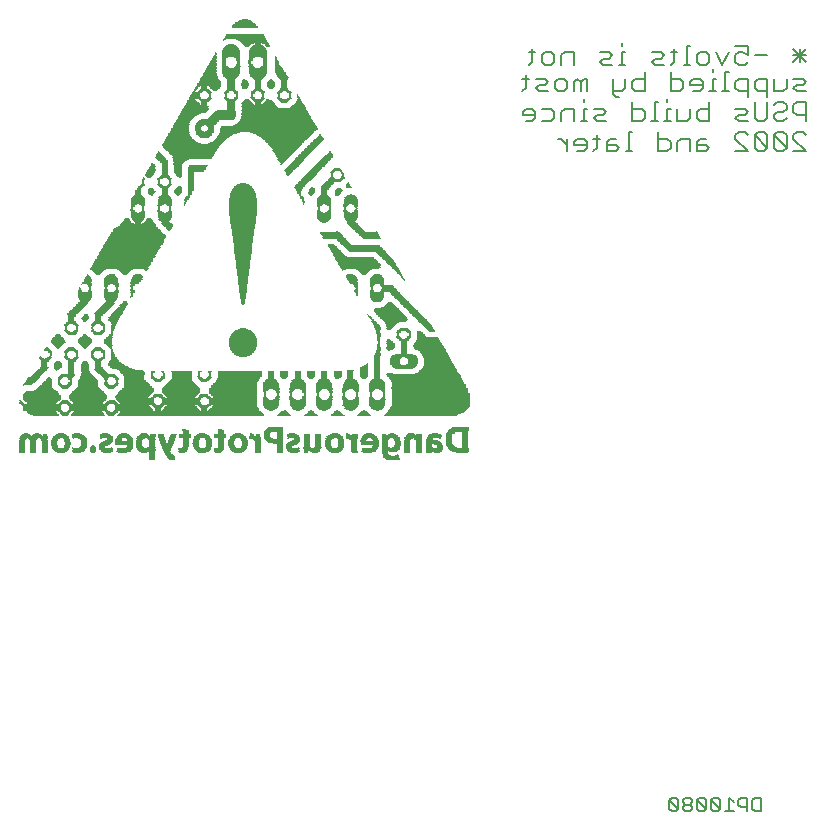
<source format=gbo>
G75*
G70*
%OFA0B0*%
%FSLAX24Y24*%
%IPPOS*%
%LPD*%
%AMOC8*
5,1,8,0,0,1.08239X$1,22.5*
%
%ADD10C,0.0080*%
%ADD11C,0.0050*%
%ADD12R,0.0440X0.0010*%
%ADD13R,0.0180X0.0010*%
%ADD14R,0.0210X0.0010*%
%ADD15R,0.0470X0.0010*%
%ADD16R,0.0220X0.0010*%
%ADD17R,0.0240X0.0010*%
%ADD18R,0.0480X0.0010*%
%ADD19R,0.0260X0.0010*%
%ADD20R,0.0490X0.0010*%
%ADD21R,0.0270X0.0010*%
%ADD22R,0.0500X0.0010*%
%ADD23R,0.0510X0.0010*%
%ADD24R,0.0280X0.0010*%
%ADD25R,0.0120X0.0010*%
%ADD26R,0.0250X0.0010*%
%ADD27R,0.0060X0.0010*%
%ADD28R,0.0230X0.0010*%
%ADD29R,0.0030X0.0010*%
%ADD30R,0.0200X0.0010*%
%ADD31R,0.0190X0.0010*%
%ADD32R,0.0130X0.0010*%
%ADD33R,0.0140X0.0010*%
%ADD34R,0.0170X0.0010*%
%ADD35R,0.0150X0.0010*%
%ADD36R,0.0160X0.0010*%
%ADD37R,0.0090X0.0010*%
%ADD38R,0.0100X0.0010*%
%ADD39R,0.0410X0.0010*%
%ADD40R,0.0300X0.0010*%
%ADD41R,0.0290X0.0010*%
%ADD42R,0.0380X0.0010*%
%ADD43R,0.0340X0.0010*%
%ADD44R,0.0310X0.0010*%
%ADD45R,0.0350X0.0010*%
%ADD46R,0.0320X0.0010*%
%ADD47R,0.0400X0.0010*%
%ADD48R,0.0360X0.0010*%
%ADD49R,0.0330X0.0010*%
%ADD50R,0.0370X0.0010*%
%ADD51R,0.0530X0.0010*%
%ADD52R,0.0390X0.0010*%
%ADD53R,0.0560X0.0010*%
%ADD54R,0.0450X0.0010*%
%ADD55R,0.0430X0.0010*%
%ADD56R,0.0540X0.0010*%
%ADD57R,0.0520X0.0010*%
%ADD58R,0.0550X0.0010*%
%ADD59R,0.0460X0.0010*%
%ADD60R,0.0590X0.0010*%
%ADD61R,0.0420X0.0010*%
%ADD62R,0.0600X0.0010*%
%ADD63R,0.0570X0.0010*%
%ADD64R,0.0610X0.0010*%
%ADD65R,0.0580X0.0010*%
%ADD66R,0.0630X0.0010*%
%ADD67R,0.0640X0.0010*%
%ADD68R,0.0650X0.0010*%
%ADD69R,0.0660X0.0010*%
%ADD70R,0.0110X0.0010*%
%ADD71R,0.0050X0.0010*%
%ADD72R,0.0070X0.0010*%
%ADD73R,0.0040X0.0010*%
%ADD74R,0.0020X0.0010*%
%ADD75R,0.0010X0.0010*%
%ADD76R,0.0910X0.0010*%
%ADD77R,0.0900X0.0010*%
%ADD78R,0.0080X0.0010*%
%ADD79R,0.0680X0.0010*%
%ADD80R,0.0620X0.0010*%
%ADD81R,0.2340X0.0010*%
%ADD82R,0.4900X0.0010*%
%ADD83R,0.1140X0.0010*%
%ADD84R,0.0800X0.0010*%
%ADD85R,0.2370X0.0010*%
%ADD86R,0.4860X0.0010*%
%ADD87R,0.1120X0.0010*%
%ADD88R,0.0840X0.0010*%
%ADD89R,0.2380X0.0010*%
%ADD90R,0.4850X0.0010*%
%ADD91R,0.1100X0.0010*%
%ADD92R,0.2400X0.0010*%
%ADD93R,0.4810X0.0010*%
%ADD94R,0.1080X0.0010*%
%ADD95R,0.0870X0.0010*%
%ADD96R,0.2430X0.0010*%
%ADD97R,0.4790X0.0010*%
%ADD98R,0.1060X0.0010*%
%ADD99R,0.4770X0.0010*%
%ADD100R,0.1040X0.0010*%
%ADD101R,0.2440X0.0010*%
%ADD102R,0.4750X0.0010*%
%ADD103R,0.1020X0.0010*%
%ADD104R,0.0930X0.0010*%
%ADD105R,0.2490X0.0010*%
%ADD106R,0.4730X0.0010*%
%ADD107R,0.1010X0.0010*%
%ADD108R,0.0960X0.0010*%
%ADD109R,0.1000X0.0010*%
%ADD110R,0.2500X0.0010*%
%ADD111R,0.0990X0.0010*%
%ADD112R,0.0980X0.0010*%
%ADD113R,0.2520X0.0010*%
%ADD114R,0.4680X0.0010*%
%ADD115R,0.0940X0.0010*%
%ADD116R,0.0950X0.0010*%
%ADD117R,0.0920X0.0010*%
%ADD118R,0.4670X0.0010*%
%ADD119R,0.2530X0.0010*%
%ADD120R,0.4650X0.0010*%
%ADD121R,0.2540X0.0010*%
%ADD122R,0.2570X0.0010*%
%ADD123R,0.1700X0.0010*%
%ADD124R,0.1290X0.0010*%
%ADD125R,0.1300X0.0010*%
%ADD126R,0.1350X0.0010*%
%ADD127R,0.1260X0.0010*%
%ADD128R,0.2550X0.0010*%
%ADD129R,0.1670X0.0010*%
%ADD130R,0.1280X0.0010*%
%ADD131R,0.1320X0.0010*%
%ADD132R,0.1250X0.0010*%
%ADD133R,0.1660X0.0010*%
%ADD134R,0.1310X0.0010*%
%ADD135R,0.1650X0.0010*%
%ADD136R,0.1230X0.0010*%
%ADD137R,0.1270X0.0010*%
%ADD138R,0.1640X0.0010*%
%ADD139R,0.1200X0.0010*%
%ADD140R,0.1240X0.0010*%
%ADD141R,0.2560X0.0010*%
%ADD142R,0.1620X0.0010*%
%ADD143R,0.1190X0.0010*%
%ADD144R,0.1600X0.0010*%
%ADD145R,0.1180X0.0010*%
%ADD146R,0.2590X0.0010*%
%ADD147R,0.1580X0.0010*%
%ADD148R,0.1160X0.0010*%
%ADD149R,0.1570X0.0010*%
%ADD150R,0.2580X0.0010*%
%ADD151R,0.1550X0.0010*%
%ADD152R,0.1540X0.0010*%
%ADD153R,0.1520X0.0010*%
%ADD154R,0.1510X0.0010*%
%ADD155R,0.1170X0.0010*%
%ADD156R,0.1500X0.0010*%
%ADD157R,0.1150X0.0010*%
%ADD158R,0.1490X0.0010*%
%ADD159R,0.1480X0.0010*%
%ADD160R,0.1460X0.0010*%
%ADD161R,0.1450X0.0010*%
%ADD162R,0.1130X0.0010*%
%ADD163R,0.1440X0.0010*%
%ADD164R,0.1430X0.0010*%
%ADD165R,0.1330X0.0010*%
%ADD166R,0.1340X0.0010*%
%ADD167R,0.1630X0.0010*%
%ADD168R,0.1610X0.0010*%
%ADD169R,0.0970X0.0010*%
%ADD170R,0.1030X0.0010*%
%ADD171R,0.1590X0.0010*%
%ADD172R,0.1050X0.0010*%
%ADD173R,0.1090X0.0010*%
%ADD174R,0.1110X0.0010*%
%ADD175R,0.1210X0.0010*%
%ADD176R,0.1220X0.0010*%
%ADD177R,0.1470X0.0010*%
%ADD178R,0.1070X0.0010*%
%ADD179R,0.1530X0.0010*%
%ADD180R,0.1560X0.0010*%
%ADD181R,0.0740X0.0010*%
%ADD182R,0.0730X0.0010*%
%ADD183R,0.0890X0.0010*%
%ADD184R,0.0850X0.0010*%
%ADD185R,0.0830X0.0010*%
%ADD186R,0.2510X0.0010*%
%ADD187R,0.0810X0.0010*%
%ADD188R,0.0790X0.0010*%
%ADD189R,0.0770X0.0010*%
%ADD190R,0.0760X0.0010*%
%ADD191R,0.0720X0.0010*%
%ADD192R,0.0690X0.0010*%
%ADD193R,0.2480X0.0010*%
%ADD194R,0.2470X0.0010*%
%ADD195R,0.0670X0.0010*%
%ADD196R,0.0880X0.0010*%
%ADD197R,0.2460X0.0010*%
%ADD198R,0.0860X0.0010*%
%ADD199R,0.2450X0.0010*%
%ADD200R,0.2420X0.0010*%
%ADD201R,0.1420X0.0010*%
%ADD202R,0.1410X0.0010*%
%ADD203R,0.0780X0.0010*%
%ADD204R,0.1400X0.0010*%
%ADD205R,0.0820X0.0010*%
%ADD206R,0.1390X0.0010*%
%ADD207R,0.0750X0.0010*%
%ADD208R,0.1380X0.0010*%
%ADD209R,0.0710X0.0010*%
%ADD210R,0.1370X0.0010*%
%ADD211R,0.0700X0.0010*%
%ADD212R,0.1360X0.0010*%
%ADD213R,0.2410X0.0010*%
%ADD214R,0.1900X0.0010*%
%ADD215R,0.1890X0.0010*%
%ADD216R,0.1910X0.0010*%
%ADD217R,0.1880X0.0010*%
%ADD218R,0.1870X0.0010*%
%ADD219R,0.1860X0.0010*%
%ADD220R,0.1840X0.0010*%
%ADD221R,0.1820X0.0010*%
%ADD222R,0.1800X0.0010*%
%ADD223R,0.1780X0.0010*%
%ADD224R,0.1770X0.0010*%
%ADD225R,0.1740X0.0010*%
%ADD226R,0.1730X0.0010*%
%ADD227R,0.1710X0.0010*%
%ADD228R,0.1690X0.0010*%
%ADD229R,0.1760X0.0010*%
%ADD230R,0.1790X0.0010*%
%ADD231R,0.1810X0.0010*%
%ADD232R,0.1830X0.0010*%
%ADD233R,0.1850X0.0010*%
%ADD234R,0.1920X0.0010*%
%ADD235R,0.1930X0.0010*%
%ADD236R,0.1950X0.0010*%
%ADD237R,0.1940X0.0010*%
%ADD238R,0.1720X0.0010*%
%ADD239R,0.2020X0.0010*%
%ADD240R,0.2080X0.0010*%
%ADD241R,0.2090X0.0010*%
%ADD242R,0.2160X0.0010*%
%ADD243R,0.3150X0.0010*%
%ADD244R,0.3160X0.0010*%
%ADD245R,0.3180X0.0010*%
%ADD246R,0.3190X0.0010*%
%ADD247R,0.3210X0.0010*%
%ADD248R,0.3220X0.0010*%
%ADD249R,0.3240X0.0010*%
%ADD250R,0.3250X0.0010*%
%ADD251R,0.3230X0.0010*%
%ADD252R,0.3200X0.0010*%
%ADD253R,0.3170X0.0010*%
%ADD254R,0.3130X0.0010*%
%ADD255R,0.3120X0.0010*%
%ADD256R,0.2760X0.0010*%
%ADD257R,0.2720X0.0010*%
%ADD258R,0.2690X0.0010*%
%ADD259R,0.2630X0.0010*%
%ADD260R,0.2620X0.0010*%
%ADD261R,0.2390X0.0010*%
%ADD262R,0.2360X0.0010*%
%ADD263R,0.2330X0.0010*%
%ADD264R,0.2320X0.0010*%
%ADD265R,0.2310X0.0010*%
%ADD266R,0.2290X0.0010*%
%ADD267R,0.2280X0.0010*%
%ADD268R,0.2270X0.0010*%
%ADD269R,0.2260X0.0010*%
%ADD270R,0.2250X0.0010*%
%ADD271R,0.2240X0.0010*%
%ADD272R,0.2230X0.0010*%
%ADD273R,0.2220X0.0010*%
%ADD274R,0.2200X0.0010*%
%ADD275R,0.2190X0.0010*%
%ADD276R,0.2180X0.0010*%
%ADD277R,0.2170X0.0010*%
%ADD278R,0.2140X0.0010*%
D10*
X033521Y027973D02*
X033728Y027973D01*
X033831Y028076D01*
X033831Y028283D01*
X033728Y028386D01*
X033521Y028386D01*
X033417Y028283D01*
X033417Y028179D01*
X033831Y028179D01*
X034062Y027973D02*
X034372Y027973D01*
X034475Y028076D01*
X034475Y028283D01*
X034372Y028386D01*
X034062Y028386D01*
X033950Y028973D02*
X033847Y029076D01*
X033950Y029179D01*
X034157Y029179D01*
X034261Y029283D01*
X034157Y029386D01*
X033847Y029386D01*
X033616Y029386D02*
X033409Y029386D01*
X033513Y029490D02*
X033513Y029076D01*
X033409Y028973D01*
X033950Y028973D02*
X034261Y028973D01*
X034491Y029076D02*
X034491Y029283D01*
X034595Y029386D01*
X034802Y029386D01*
X034905Y029283D01*
X034905Y029076D01*
X034802Y028973D01*
X034595Y028973D01*
X034491Y029076D01*
X035136Y028973D02*
X035136Y029283D01*
X035239Y029386D01*
X035343Y029283D01*
X035343Y028973D01*
X035550Y028973D02*
X035550Y029386D01*
X035446Y029386D01*
X035343Y029283D01*
X035120Y029848D02*
X035120Y030261D01*
X034810Y030261D01*
X034706Y030158D01*
X034706Y029848D01*
X034475Y029951D02*
X034475Y030158D01*
X034372Y030261D01*
X034165Y030261D01*
X034062Y030158D01*
X034062Y029951D01*
X034165Y029848D01*
X034372Y029848D01*
X034475Y029951D01*
X033831Y030261D02*
X033624Y030261D01*
X033728Y030365D02*
X033728Y029951D01*
X033624Y029848D01*
X034810Y028386D02*
X034706Y028283D01*
X034706Y027973D01*
X035120Y027973D02*
X035120Y028386D01*
X034810Y028386D01*
X035446Y028386D02*
X035446Y027973D01*
X035343Y027973D02*
X035550Y027973D01*
X035781Y028076D02*
X035884Y027973D01*
X036194Y027973D01*
X036091Y028179D02*
X035884Y028179D01*
X035781Y028076D01*
X035781Y028386D02*
X036091Y028386D01*
X036194Y028283D01*
X036091Y028179D01*
X035550Y028386D02*
X035446Y028386D01*
X035446Y028593D02*
X035446Y028696D01*
X036425Y028869D02*
X036425Y029386D01*
X036425Y028973D02*
X036735Y028973D01*
X036839Y029076D01*
X036839Y029386D01*
X037070Y029283D02*
X037070Y029076D01*
X037173Y028973D01*
X037483Y028973D01*
X037483Y029593D01*
X037483Y029386D02*
X037173Y029386D01*
X037070Y029283D01*
X036839Y029848D02*
X036632Y029848D01*
X036735Y029848D02*
X036735Y030261D01*
X036839Y030261D01*
X036735Y030468D02*
X036735Y030571D01*
X036409Y030158D02*
X036306Y030261D01*
X035995Y030261D01*
X036099Y030054D02*
X035995Y029951D01*
X036099Y029848D01*
X036409Y029848D01*
X036306Y030054D02*
X036409Y030158D01*
X036306Y030054D02*
X036099Y030054D01*
X036425Y028869D02*
X036529Y028766D01*
X036632Y028766D01*
X037070Y028593D02*
X037070Y027973D01*
X037380Y027973D01*
X037483Y028076D01*
X037483Y028283D01*
X037380Y028386D01*
X037070Y028386D01*
X037706Y027973D02*
X037913Y027973D01*
X037810Y027973D02*
X037810Y028593D01*
X037913Y028593D01*
X038239Y028593D02*
X038239Y028696D01*
X038359Y028973D02*
X038669Y028973D01*
X038772Y029076D01*
X038772Y029283D01*
X038669Y029386D01*
X038359Y029386D01*
X038359Y029593D02*
X038359Y028973D01*
X038343Y028386D02*
X038239Y028386D01*
X038239Y027973D01*
X038136Y027973D02*
X038343Y027973D01*
X038574Y027973D02*
X038574Y028386D01*
X038987Y028386D02*
X038987Y028076D01*
X038884Y027973D01*
X038574Y027973D01*
X038677Y027386D02*
X038574Y027283D01*
X038574Y026973D01*
X038343Y027076D02*
X038343Y027283D01*
X038239Y027386D01*
X037929Y027386D01*
X037929Y027593D02*
X037929Y026973D01*
X038239Y026973D01*
X038343Y027076D01*
X038677Y027386D02*
X038987Y027386D01*
X038987Y026973D01*
X039218Y026973D02*
X039528Y026973D01*
X039632Y027076D01*
X039528Y027179D01*
X039218Y027179D01*
X039218Y027283D02*
X039218Y026973D01*
X039218Y027283D02*
X039321Y027386D01*
X039528Y027386D01*
X039632Y027973D02*
X039321Y027973D01*
X039218Y028076D01*
X039218Y028283D01*
X039321Y028386D01*
X039632Y028386D01*
X039632Y028593D02*
X039632Y027973D01*
X040507Y028076D02*
X040611Y027973D01*
X040921Y027973D01*
X040817Y028179D02*
X040611Y028179D01*
X040507Y028076D01*
X040507Y028386D02*
X040817Y028386D01*
X040921Y028283D01*
X040817Y028179D01*
X041152Y028076D02*
X041152Y028593D01*
X040921Y028766D02*
X040921Y029386D01*
X040611Y029386D01*
X040507Y029283D01*
X040507Y029076D01*
X040611Y028973D01*
X040921Y028973D01*
X041152Y029076D02*
X041255Y028973D01*
X041565Y028973D01*
X041565Y028766D02*
X041565Y029386D01*
X041255Y029386D01*
X041152Y029283D01*
X041152Y029076D01*
X041565Y028593D02*
X041565Y028076D01*
X041462Y027973D01*
X041255Y027973D01*
X041152Y028076D01*
X041255Y027593D02*
X041152Y027490D01*
X041565Y027076D01*
X041462Y026973D01*
X041255Y026973D01*
X041152Y027076D01*
X041152Y027490D01*
X041255Y027593D02*
X041462Y027593D01*
X041565Y027490D01*
X041565Y027076D01*
X041796Y027076D02*
X041796Y027490D01*
X042210Y027076D01*
X042106Y026973D01*
X041900Y026973D01*
X041796Y027076D01*
X041796Y027490D02*
X041900Y027593D01*
X042106Y027593D01*
X042210Y027490D01*
X042210Y027076D01*
X042441Y026973D02*
X042854Y026973D01*
X042441Y027386D01*
X042441Y027490D01*
X042544Y027593D01*
X042751Y027593D01*
X042854Y027490D01*
X042854Y027973D02*
X042854Y028593D01*
X042544Y028593D01*
X042441Y028490D01*
X042441Y028283D01*
X042544Y028179D01*
X042854Y028179D01*
X042210Y028076D02*
X042106Y027973D01*
X041900Y027973D01*
X041796Y028076D01*
X041796Y028179D01*
X041900Y028283D01*
X042106Y028283D01*
X042210Y028386D01*
X042210Y028490D01*
X042106Y028593D01*
X041900Y028593D01*
X041796Y028490D01*
X041796Y028973D02*
X041796Y029386D01*
X041796Y028973D02*
X042106Y028973D01*
X042210Y029076D01*
X042210Y029386D01*
X042441Y029386D02*
X042751Y029386D01*
X042854Y029283D01*
X042751Y029179D01*
X042544Y029179D01*
X042441Y029076D01*
X042544Y028973D01*
X042854Y028973D01*
X042854Y029951D02*
X042441Y030365D01*
X042648Y030365D02*
X042648Y029951D01*
X042441Y029951D02*
X042854Y030365D01*
X042854Y030158D02*
X042441Y030158D01*
X041565Y030158D02*
X041152Y030158D01*
X040921Y030158D02*
X040714Y030261D01*
X040611Y030261D01*
X040507Y030158D01*
X040507Y029951D01*
X040611Y029848D01*
X040817Y029848D01*
X040921Y029951D01*
X040921Y030158D02*
X040921Y030468D01*
X040507Y030468D01*
X040276Y030261D02*
X040069Y029848D01*
X039863Y030261D01*
X039632Y030158D02*
X039632Y029951D01*
X039528Y029848D01*
X039321Y029848D01*
X039218Y029951D01*
X039218Y030158D01*
X039321Y030261D01*
X039528Y030261D01*
X039632Y030158D01*
X039743Y029696D02*
X039743Y029593D01*
X039743Y029386D02*
X039743Y028973D01*
X039640Y028973D02*
X039847Y028973D01*
X040069Y028973D02*
X040276Y028973D01*
X040173Y028973D02*
X040173Y029593D01*
X040276Y029593D01*
X039847Y029386D02*
X039743Y029386D01*
X039417Y029283D02*
X039313Y029386D01*
X039107Y029386D01*
X039003Y029283D01*
X039003Y029179D01*
X039417Y029179D01*
X039417Y029076D02*
X039417Y029283D01*
X039417Y029076D02*
X039313Y028973D01*
X039107Y028973D01*
X038987Y029848D02*
X038780Y029848D01*
X038884Y029848D02*
X038884Y030468D01*
X038987Y030468D01*
X038557Y030261D02*
X038351Y030261D01*
X038454Y030365D02*
X038454Y029951D01*
X038351Y029848D01*
X038128Y029848D02*
X037818Y029848D01*
X037714Y029951D01*
X037818Y030054D01*
X038024Y030054D01*
X038128Y030158D01*
X038024Y030261D01*
X037714Y030261D01*
X037054Y027593D02*
X036950Y027593D01*
X036950Y026973D01*
X036847Y026973D02*
X037054Y026973D01*
X036624Y027076D02*
X036521Y027179D01*
X036210Y027179D01*
X036210Y027283D02*
X036210Y026973D01*
X036521Y026973D01*
X036624Y027076D01*
X036521Y027386D02*
X036314Y027386D01*
X036210Y027283D01*
X035979Y027386D02*
X035773Y027386D01*
X035876Y027490D02*
X035876Y027076D01*
X035773Y026973D01*
X035550Y027076D02*
X035550Y027283D01*
X035446Y027386D01*
X035239Y027386D01*
X035136Y027283D01*
X035136Y027179D01*
X035550Y027179D01*
X035550Y027076D02*
X035446Y026973D01*
X035239Y026973D01*
X034905Y026973D02*
X034905Y027386D01*
X034905Y027179D02*
X034698Y027386D01*
X034595Y027386D01*
X040507Y027386D02*
X040507Y027490D01*
X040611Y027593D01*
X040817Y027593D01*
X040921Y027490D01*
X040507Y027386D02*
X040921Y026973D01*
X040507Y026973D01*
D11*
X040684Y005408D02*
X040609Y005333D01*
X040609Y005183D01*
X040684Y005108D01*
X040909Y005108D01*
X040909Y004958D02*
X040909Y005408D01*
X040684Y005408D01*
X040449Y005258D02*
X040299Y005408D01*
X040299Y004958D01*
X040449Y004958D02*
X040148Y004958D01*
X039988Y005033D02*
X039688Y005333D01*
X039688Y005033D01*
X039763Y004958D01*
X039913Y004958D01*
X039988Y005033D01*
X039988Y005333D01*
X039913Y005408D01*
X039763Y005408D01*
X039688Y005333D01*
X039528Y005333D02*
X039453Y005408D01*
X039303Y005408D01*
X039228Y005333D01*
X039528Y005033D01*
X039453Y004958D01*
X039303Y004958D01*
X039228Y005033D01*
X039228Y005333D01*
X039068Y005333D02*
X039068Y005258D01*
X038993Y005183D01*
X038842Y005183D01*
X038767Y005108D01*
X038767Y005033D01*
X038842Y004958D01*
X038993Y004958D01*
X039068Y005033D01*
X039068Y005108D01*
X038993Y005183D01*
X038842Y005183D02*
X038767Y005258D01*
X038767Y005333D01*
X038842Y005408D01*
X038993Y005408D01*
X039068Y005333D01*
X039528Y005333D02*
X039528Y005033D01*
X038607Y005033D02*
X038307Y005333D01*
X038307Y005033D01*
X038382Y004958D01*
X038532Y004958D01*
X038607Y005033D01*
X038607Y005333D01*
X038532Y005408D01*
X038382Y005408D01*
X038307Y005333D01*
X041069Y005333D02*
X041069Y005033D01*
X041144Y004958D01*
X041369Y004958D01*
X041369Y005408D01*
X041144Y005408D01*
X041069Y005333D01*
D12*
X029079Y016683D03*
X029079Y016693D03*
X028269Y016943D03*
X028309Y017443D03*
X028569Y019263D03*
X030489Y017453D03*
X030499Y017463D03*
X025919Y018423D03*
X025029Y018413D03*
X025759Y017023D03*
X022749Y016963D03*
X020109Y016943D03*
X020129Y017443D03*
X019539Y017003D03*
X019539Y016993D03*
X018639Y017023D03*
X018639Y017033D03*
X018639Y017393D03*
X018899Y019423D03*
X019829Y019873D03*
X018819Y020563D03*
X018819Y020653D03*
X018819Y020663D03*
X017939Y020563D03*
X018819Y022063D03*
X018819Y022073D03*
X019699Y022693D03*
X020149Y022993D03*
X020939Y024513D03*
X020589Y024723D03*
X020589Y024733D03*
X020589Y024743D03*
X020589Y025343D03*
X020589Y025353D03*
X020589Y025363D03*
X021479Y024723D03*
X024099Y023113D03*
X024099Y023103D03*
X024099Y023093D03*
X024099Y023083D03*
X024099Y023073D03*
X024099Y023063D03*
X024099Y023053D03*
X024099Y023043D03*
X024099Y023033D03*
X026799Y024713D03*
X026799Y024723D03*
X026799Y025353D03*
X026799Y025363D03*
X027679Y025343D03*
X027379Y023413D03*
X028569Y022703D03*
X028569Y022693D03*
X028569Y022683D03*
X028569Y022073D03*
X028569Y022063D03*
X028989Y021753D03*
X023499Y027483D03*
X022419Y028523D03*
X022419Y028533D03*
X022989Y029513D03*
X022989Y029523D03*
X022989Y029533D03*
X023699Y029423D03*
X024589Y029423D03*
X024939Y028503D03*
X024939Y028493D03*
X025929Y028433D03*
D13*
X016739Y016913D03*
X016739Y016923D03*
X016739Y016933D03*
X016739Y016943D03*
X016739Y016953D03*
X016739Y016963D03*
X016739Y016973D03*
X016739Y016983D03*
X016739Y016993D03*
X016739Y017003D03*
X016739Y017013D03*
X016739Y017023D03*
X016739Y017033D03*
X016739Y017043D03*
X016739Y017053D03*
X016739Y017063D03*
X016739Y017073D03*
X016739Y017083D03*
X016739Y017093D03*
X016739Y017103D03*
X016739Y017113D03*
X016739Y017123D03*
X016739Y017133D03*
X016739Y017143D03*
X016739Y017153D03*
X016739Y017163D03*
X016739Y017173D03*
X016739Y017183D03*
X016739Y017193D03*
X016739Y017203D03*
X016739Y017213D03*
X016739Y017223D03*
X016739Y017233D03*
X016739Y017243D03*
X016739Y017253D03*
X016739Y017263D03*
X016739Y017273D03*
X016739Y017283D03*
X016739Y017293D03*
X016739Y017303D03*
X016739Y017313D03*
X018239Y017263D03*
X019399Y017093D03*
X019399Y017083D03*
X019399Y017073D03*
X019399Y017063D03*
X019569Y016903D03*
X019939Y017303D03*
X019939Y017313D03*
X019939Y017323D03*
X019949Y017333D03*
X019949Y017343D03*
X019969Y017373D03*
X019969Y017383D03*
X020329Y017343D03*
X020329Y017333D03*
X020339Y017323D03*
X020339Y017313D03*
X020339Y017303D03*
X020339Y017293D03*
X020339Y017283D03*
X020339Y017153D03*
X020339Y017143D03*
X020339Y017133D03*
X020339Y017123D03*
X021079Y017453D03*
X021079Y017463D03*
X021079Y017473D03*
X021389Y017383D03*
X021389Y017373D03*
X021389Y017363D03*
X021409Y017333D03*
X021409Y017323D03*
X021409Y017313D03*
X021419Y017293D03*
X021419Y017283D03*
X021419Y017273D03*
X021419Y017263D03*
X021439Y017223D03*
X021439Y017213D03*
X021449Y017183D03*
X021449Y017173D03*
X021649Y017143D03*
X021649Y017133D03*
X021659Y017163D03*
X021659Y017173D03*
X021689Y017253D03*
X021719Y016693D03*
X021719Y016683D03*
X023369Y017123D03*
X023369Y017133D03*
X023369Y017143D03*
X023369Y017153D03*
X023369Y017163D03*
X023369Y017173D03*
X023369Y017183D03*
X023369Y017193D03*
X023369Y017203D03*
X023369Y017213D03*
X023369Y017223D03*
X023369Y017233D03*
X023369Y017243D03*
X023369Y017253D03*
X023369Y017263D03*
X023369Y017273D03*
X023369Y017283D03*
X023369Y017293D03*
X023369Y017303D03*
X023369Y017313D03*
X023369Y017323D03*
X023369Y017333D03*
X023369Y017343D03*
X023369Y017353D03*
X023369Y017363D03*
X023369Y017543D03*
X023369Y017553D03*
X023369Y017563D03*
X023369Y017573D03*
X023369Y017583D03*
X023369Y017593D03*
X023369Y017603D03*
X023369Y017613D03*
X023369Y017623D03*
X023369Y017633D03*
X024409Y017453D03*
X025469Y018253D03*
X025469Y018263D03*
X025919Y018323D03*
X026359Y018253D03*
X026809Y018323D03*
X027239Y018253D03*
X027859Y018663D03*
X027859Y018673D03*
X027859Y019013D03*
X027499Y019003D03*
X027499Y018993D03*
X028399Y018663D03*
X028129Y018263D03*
X027829Y017483D03*
X027829Y017473D03*
X027829Y017463D03*
X027829Y017453D03*
X027829Y017443D03*
X027619Y017453D03*
X027619Y017463D03*
X028109Y017313D03*
X028109Y017303D03*
X028109Y017293D03*
X028109Y017283D03*
X028129Y017333D03*
X028129Y017343D03*
X028129Y017353D03*
X028139Y017373D03*
X028489Y017363D03*
X028499Y017353D03*
X028499Y017343D03*
X028499Y017333D03*
X028519Y017303D03*
X028519Y017293D03*
X028519Y017153D03*
X028519Y017143D03*
X028519Y017133D03*
X028519Y017123D03*
X028819Y016973D03*
X028819Y016963D03*
X028819Y016953D03*
X028829Y016913D03*
X028829Y016903D03*
X028829Y016893D03*
X028829Y016883D03*
X028269Y016893D03*
X028819Y017483D03*
X029569Y017293D03*
X029569Y017283D03*
X029569Y017273D03*
X029569Y017263D03*
X029569Y017253D03*
X029569Y017243D03*
X029569Y017233D03*
X029569Y017223D03*
X029569Y017213D03*
X029569Y017203D03*
X029569Y017193D03*
X029569Y017183D03*
X029569Y017173D03*
X029569Y017163D03*
X029569Y017153D03*
X029569Y017143D03*
X029569Y017133D03*
X029569Y017123D03*
X029569Y017113D03*
X029569Y017103D03*
X029569Y017093D03*
X029569Y017083D03*
X029569Y017073D03*
X029569Y017063D03*
X029569Y017053D03*
X029569Y017043D03*
X029569Y017033D03*
X029569Y017023D03*
X029569Y017013D03*
X029569Y017003D03*
X029569Y016993D03*
X029569Y016983D03*
X029569Y016973D03*
X029569Y016963D03*
X029569Y016953D03*
X029569Y016943D03*
X029569Y016933D03*
X029569Y016923D03*
X029569Y016913D03*
X029969Y017453D03*
X029969Y017463D03*
X029969Y017473D03*
X029969Y017483D03*
X029969Y017493D03*
X029969Y017503D03*
X029969Y017513D03*
X030319Y017363D03*
X030299Y016943D03*
X030289Y016933D03*
X030289Y016923D03*
X030289Y016913D03*
X028739Y019013D03*
X028169Y019763D03*
X028589Y020163D03*
X028589Y020173D03*
X028589Y020183D03*
X028979Y020603D03*
X028589Y021003D03*
X028589Y021013D03*
X028589Y021023D03*
X028589Y021033D03*
X028549Y021143D03*
X028979Y021073D03*
X028979Y021063D03*
X029989Y020883D03*
X030379Y020953D03*
X030379Y020963D03*
X029179Y023043D03*
X029169Y023053D03*
X029159Y023063D03*
X029149Y023083D03*
X027469Y023033D03*
X026939Y024893D03*
X026939Y024903D03*
X026939Y025183D03*
X026369Y025543D03*
X026399Y025663D03*
X025619Y026233D03*
X025399Y026613D03*
X026659Y027403D03*
X025039Y029073D03*
X024799Y029753D03*
X024799Y029763D03*
X024379Y029753D03*
X023909Y029753D03*
X023489Y029763D03*
X023119Y029953D03*
X022399Y028693D03*
X021959Y026163D03*
X021959Y025703D03*
X022349Y025663D03*
X022349Y025653D03*
X021619Y025183D03*
X021349Y025183D03*
X021349Y024893D03*
X021619Y024893D03*
X021619Y024903D03*
X020969Y024673D03*
X020969Y024663D03*
X020729Y024893D03*
X020729Y024903D03*
X020729Y025183D03*
X020609Y025623D03*
X020609Y025633D03*
X021079Y026423D03*
X021079Y026433D03*
X020219Y024663D03*
X021619Y024393D03*
X020149Y022883D03*
X020149Y022873D03*
X019849Y022523D03*
X019259Y022873D03*
X018929Y022713D03*
X018859Y021443D03*
X019789Y021213D03*
X019789Y021203D03*
X019639Y020723D03*
X019639Y020503D03*
X019639Y020493D03*
X019789Y020063D03*
X018819Y019903D03*
X018329Y019403D03*
X020149Y021883D03*
X024089Y022023D03*
X024089Y022033D03*
X024089Y022043D03*
X024089Y022053D03*
X024089Y022063D03*
X024089Y022073D03*
X024089Y022083D03*
X024089Y022093D03*
X026349Y019413D03*
X026099Y019003D03*
X025739Y019003D03*
X025739Y019013D03*
X025739Y018993D03*
X025219Y018993D03*
X024859Y019013D03*
X024859Y018673D03*
X024859Y018663D03*
X025889Y017383D03*
X025889Y017373D03*
X025889Y017363D03*
X025889Y017353D03*
X025889Y017343D03*
X025889Y017333D03*
X026989Y018993D03*
X027539Y025183D03*
X027689Y025483D03*
X025259Y029763D03*
D14*
X025274Y029743D03*
X025474Y029343D03*
X025474Y029333D03*
X025474Y029323D03*
X025474Y029313D03*
X025474Y029303D03*
X025474Y029293D03*
X025474Y029283D03*
X025474Y029273D03*
X025474Y029263D03*
X025474Y029253D03*
X025474Y029243D03*
X025474Y029233D03*
X025474Y029223D03*
X025474Y029213D03*
X025474Y029203D03*
X025474Y029193D03*
X025474Y029183D03*
X025474Y029173D03*
X025474Y029163D03*
X025474Y029153D03*
X025474Y029143D03*
X025474Y029133D03*
X025474Y029123D03*
X025474Y029113D03*
X025474Y029103D03*
X025474Y029093D03*
X025474Y029083D03*
X025474Y029073D03*
X025474Y029063D03*
X025474Y029053D03*
X025474Y029043D03*
X025474Y029033D03*
X025474Y028593D03*
X025474Y028583D03*
X024944Y028603D03*
X024584Y028583D03*
X024584Y028573D03*
X024584Y028563D03*
X024584Y028553D03*
X024584Y028543D03*
X024584Y028533D03*
X024584Y028523D03*
X024584Y028513D03*
X024584Y028503D03*
X024584Y028493D03*
X024584Y029063D03*
X024584Y029073D03*
X024584Y029083D03*
X024584Y029093D03*
X024584Y029103D03*
X024584Y029113D03*
X024584Y029123D03*
X024584Y029133D03*
X024584Y029143D03*
X024584Y029153D03*
X024584Y029163D03*
X024584Y029173D03*
X024584Y029183D03*
X024584Y029193D03*
X024584Y029203D03*
X024584Y029213D03*
X024584Y029223D03*
X024584Y029233D03*
X024584Y029263D03*
X024584Y029273D03*
X024584Y029283D03*
X024584Y029293D03*
X024584Y029303D03*
X024584Y029313D03*
X024584Y029323D03*
X024584Y029333D03*
X024154Y029253D03*
X024154Y029243D03*
X024154Y029233D03*
X024154Y029103D03*
X025024Y029263D03*
X024824Y030553D03*
X024814Y030563D03*
X024584Y030563D03*
X024584Y030573D03*
X024584Y030553D03*
X024584Y030543D03*
X024584Y030533D03*
X024584Y030523D03*
X024584Y030513D03*
X024584Y030503D03*
X023704Y030493D03*
X023104Y029923D03*
X023104Y029913D03*
X023104Y029903D03*
X022804Y029113D03*
X022804Y029103D03*
X022804Y029093D03*
X022804Y029083D03*
X022804Y029073D03*
X022804Y029063D03*
X022804Y029053D03*
X022804Y028573D03*
X022804Y028563D03*
X022804Y028553D03*
X022804Y028543D03*
X022804Y028533D03*
X022804Y028523D03*
X022804Y028513D03*
X022804Y028503D03*
X022804Y028493D03*
X022604Y027763D03*
X022604Y027753D03*
X022604Y027743D03*
X022604Y027663D03*
X022604Y027653D03*
X022604Y027643D03*
X022624Y027633D03*
X023024Y027673D03*
X023024Y027683D03*
X023024Y027693D03*
X023024Y027703D03*
X023024Y027713D03*
X023024Y027723D03*
X023024Y027733D03*
X023014Y027763D03*
X021484Y026543D03*
X021484Y026533D03*
X021484Y026523D03*
X021484Y026513D03*
X021484Y026503D03*
X021484Y026493D03*
X021484Y026483D03*
X021484Y026473D03*
X021484Y026463D03*
X021484Y026453D03*
X021484Y026443D03*
X021484Y026433D03*
X021484Y026423D03*
X021484Y026413D03*
X021484Y026403D03*
X021484Y026393D03*
X021484Y026383D03*
X021484Y026373D03*
X021484Y026363D03*
X021484Y026353D03*
X021484Y026343D03*
X021484Y026333D03*
X021484Y026323D03*
X021484Y026313D03*
X021484Y026303D03*
X021484Y026293D03*
X021484Y026283D03*
X021484Y026273D03*
X021484Y026263D03*
X021484Y026253D03*
X021484Y026243D03*
X021484Y026233D03*
X021484Y026223D03*
X021484Y026213D03*
X021484Y026203D03*
X021484Y026193D03*
X021484Y026183D03*
X021484Y026173D03*
X021484Y026163D03*
X021484Y026153D03*
X021484Y026143D03*
X021484Y025703D03*
X021484Y025693D03*
X021484Y025683D03*
X021484Y025673D03*
X021484Y025663D03*
X021484Y025653D03*
X021484Y025643D03*
X021484Y025633D03*
X021484Y025623D03*
X021484Y025613D03*
X021484Y025603D03*
X021484Y025593D03*
X021484Y025583D03*
X021484Y025573D03*
X021484Y025563D03*
X021484Y025553D03*
X021484Y025543D03*
X021484Y025533D03*
X021484Y025523D03*
X021484Y025513D03*
X021484Y025503D03*
X021484Y025493D03*
X021484Y025483D03*
X021044Y025563D03*
X021034Y025643D03*
X020594Y025573D03*
X020594Y025563D03*
X020594Y025553D03*
X020594Y025543D03*
X020594Y025533D03*
X020594Y025523D03*
X020594Y025513D03*
X020594Y025503D03*
X020594Y025493D03*
X020594Y025483D03*
X020594Y024573D03*
X020594Y024563D03*
X020594Y024553D03*
X020594Y024543D03*
X020594Y024533D03*
X020594Y024523D03*
X020224Y024623D03*
X020224Y024633D03*
X020974Y024633D03*
X021614Y024413D03*
X021944Y025673D03*
X022364Y025703D03*
X022364Y025713D03*
X022364Y025723D03*
X022364Y025733D03*
X022364Y025743D03*
X022364Y025753D03*
X022364Y025763D03*
X022364Y025773D03*
X022364Y025783D03*
X022364Y025793D03*
X022364Y025803D03*
X022364Y025813D03*
X022364Y025823D03*
X022364Y025833D03*
X022364Y025843D03*
X022364Y025853D03*
X022364Y025863D03*
X022364Y025873D03*
X022364Y025883D03*
X022364Y025893D03*
X022364Y025903D03*
X022364Y025913D03*
X022364Y025923D03*
X022364Y025933D03*
X022364Y025943D03*
X022364Y025953D03*
X022364Y025963D03*
X022364Y025973D03*
X022364Y025983D03*
X022364Y025993D03*
X022364Y026003D03*
X022364Y026013D03*
X022364Y026023D03*
X022364Y026033D03*
X022364Y026043D03*
X022364Y026053D03*
X022364Y026063D03*
X022364Y026073D03*
X022364Y026083D03*
X022364Y026093D03*
X022364Y026103D03*
X022364Y026113D03*
X022364Y026123D03*
X022364Y026133D03*
X022364Y026143D03*
X022364Y026153D03*
X022364Y026163D03*
X022364Y026173D03*
X022364Y026183D03*
X022364Y026193D03*
X022364Y026203D03*
X022364Y026213D03*
X022364Y026223D03*
X022364Y026233D03*
X022364Y026243D03*
X022364Y026253D03*
X022364Y026263D03*
X021944Y026193D03*
X021314Y026803D03*
X021064Y026383D03*
X021064Y026373D03*
X021064Y026363D03*
X024094Y025863D03*
X025624Y026253D03*
X026384Y025633D03*
X026384Y025623D03*
X026384Y025613D03*
X026374Y025573D03*
X026374Y025563D03*
X026804Y025563D03*
X026804Y025573D03*
X026804Y025583D03*
X026804Y025593D03*
X026804Y025603D03*
X026804Y025613D03*
X026804Y025623D03*
X026804Y025633D03*
X026804Y025643D03*
X026804Y025653D03*
X026804Y025663D03*
X026804Y025553D03*
X026804Y025543D03*
X026804Y025533D03*
X026804Y025523D03*
X026804Y025513D03*
X026804Y025503D03*
X026804Y025493D03*
X026804Y025483D03*
X027254Y025573D03*
X027064Y026023D03*
X026984Y026823D03*
X026654Y027383D03*
X027034Y023823D03*
X027674Y022823D03*
X029104Y023133D03*
X028994Y021093D03*
X028574Y021093D03*
X028574Y021083D03*
X028564Y021113D03*
X028994Y020573D03*
X029464Y020573D03*
X029464Y020583D03*
X029464Y020593D03*
X029464Y020603D03*
X029464Y020563D03*
X029464Y020553D03*
X029464Y020543D03*
X029464Y020533D03*
X029464Y020523D03*
X029464Y020513D03*
X029464Y020503D03*
X029464Y020493D03*
X029464Y020483D03*
X029464Y020473D03*
X029464Y020463D03*
X029464Y020453D03*
X029464Y020443D03*
X029464Y020433D03*
X029464Y020423D03*
X029464Y020413D03*
X029464Y020403D03*
X029464Y020393D03*
X029464Y020383D03*
X029464Y020373D03*
X029464Y020363D03*
X029464Y020353D03*
X029464Y020343D03*
X029464Y020333D03*
X029464Y020323D03*
X029464Y020313D03*
X029464Y020303D03*
X029464Y020293D03*
X029464Y020283D03*
X029464Y020273D03*
X029464Y020263D03*
X029464Y020253D03*
X029464Y020243D03*
X029464Y020233D03*
X029464Y020223D03*
X029464Y020213D03*
X029464Y020203D03*
X029464Y020193D03*
X029464Y020183D03*
X028994Y019523D03*
X028574Y020133D03*
X028134Y019423D03*
X027674Y019423D03*
X027674Y019433D03*
X027674Y019443D03*
X027674Y019453D03*
X027674Y019463D03*
X027674Y019473D03*
X027674Y019483D03*
X027674Y019493D03*
X027674Y019503D03*
X027674Y019513D03*
X027674Y019523D03*
X027674Y019533D03*
X027674Y019543D03*
X027674Y019553D03*
X027674Y019563D03*
X027674Y019573D03*
X027674Y019583D03*
X027674Y019593D03*
X027674Y019603D03*
X027674Y019613D03*
X027674Y019623D03*
X027674Y019413D03*
X027674Y019403D03*
X027674Y019393D03*
X027674Y019383D03*
X027674Y019373D03*
X027674Y019363D03*
X027514Y019013D03*
X026804Y019353D03*
X026804Y019363D03*
X026804Y019373D03*
X026804Y019383D03*
X026804Y019393D03*
X026804Y019403D03*
X026804Y019413D03*
X026804Y019423D03*
X026804Y019433D03*
X026804Y019443D03*
X026804Y019453D03*
X026804Y019463D03*
X026804Y019473D03*
X026804Y019483D03*
X026804Y019493D03*
X026804Y019503D03*
X026804Y019513D03*
X026804Y019523D03*
X026804Y019533D03*
X026804Y019543D03*
X026804Y019553D03*
X026804Y019563D03*
X026804Y019573D03*
X026804Y019583D03*
X026804Y019593D03*
X026804Y019603D03*
X026804Y019613D03*
X025924Y019613D03*
X025924Y019603D03*
X025924Y019593D03*
X025924Y019583D03*
X025924Y019573D03*
X025924Y019563D03*
X025924Y019553D03*
X025924Y019543D03*
X025924Y019533D03*
X025924Y019523D03*
X025924Y019513D03*
X025924Y019503D03*
X025924Y019493D03*
X025924Y019483D03*
X025924Y019473D03*
X025924Y019463D03*
X025924Y019453D03*
X025924Y019443D03*
X025924Y019433D03*
X025924Y019423D03*
X025924Y019413D03*
X025924Y019403D03*
X025924Y019393D03*
X025924Y019383D03*
X025924Y019373D03*
X025924Y019363D03*
X026084Y019013D03*
X025464Y019423D03*
X025034Y019423D03*
X025034Y019433D03*
X025034Y019443D03*
X025034Y019453D03*
X025034Y019463D03*
X025034Y019473D03*
X025034Y019483D03*
X025034Y019493D03*
X025034Y019503D03*
X025034Y019513D03*
X025034Y019523D03*
X025034Y019533D03*
X025034Y019543D03*
X025034Y019553D03*
X025034Y019563D03*
X025034Y019573D03*
X025034Y019583D03*
X025034Y019593D03*
X025034Y019603D03*
X025034Y019613D03*
X025034Y019413D03*
X025034Y019403D03*
X025034Y019393D03*
X025034Y019383D03*
X025034Y019373D03*
X025204Y019013D03*
X025474Y018233D03*
X025724Y017523D03*
X026354Y018233D03*
X027244Y018233D03*
X027144Y017523D03*
X027334Y017363D03*
X027344Y017353D03*
X027344Y017343D03*
X027364Y017303D03*
X027364Y017293D03*
X027364Y017283D03*
X027364Y017273D03*
X027374Y017243D03*
X027374Y017233D03*
X027374Y017223D03*
X027374Y017213D03*
X027374Y017203D03*
X027374Y017193D03*
X027374Y017183D03*
X027364Y017153D03*
X027364Y017143D03*
X027364Y017133D03*
X027364Y017123D03*
X027364Y017113D03*
X027354Y017103D03*
X027344Y017093D03*
X027344Y017083D03*
X027344Y017073D03*
X027334Y017063D03*
X026954Y017083D03*
X026944Y017093D03*
X026924Y017143D03*
X026924Y017153D03*
X026924Y017163D03*
X026924Y017173D03*
X026924Y017183D03*
X026924Y017193D03*
X026924Y017203D03*
X026924Y017213D03*
X026924Y017223D03*
X026924Y017233D03*
X026924Y017243D03*
X026924Y017253D03*
X026924Y017263D03*
X026924Y017273D03*
X026924Y017283D03*
X026944Y017323D03*
X026944Y017333D03*
X026954Y017343D03*
X026594Y017103D03*
X026594Y017093D03*
X026224Y017093D03*
X026224Y017103D03*
X025634Y017103D03*
X024914Y017393D03*
X024904Y017403D03*
X024904Y017413D03*
X024904Y017423D03*
X024904Y017433D03*
X024904Y017543D03*
X024904Y017553D03*
X024904Y017563D03*
X024904Y017573D03*
X024914Y017583D03*
X024584Y017293D03*
X024584Y017283D03*
X024584Y017273D03*
X024584Y017263D03*
X024154Y017263D03*
X024154Y017273D03*
X024154Y017283D03*
X024154Y017253D03*
X024154Y017243D03*
X024154Y017183D03*
X024154Y017173D03*
X024154Y017163D03*
X024154Y017153D03*
X024154Y017143D03*
X024134Y017103D03*
X024134Y017093D03*
X024124Y017083D03*
X024134Y017313D03*
X024134Y017323D03*
X024134Y017333D03*
X024124Y017363D03*
X023924Y017523D03*
X023744Y017363D03*
X023734Y017353D03*
X023734Y017343D03*
X023734Y017333D03*
X023714Y017303D03*
X023714Y017123D03*
X023734Y017093D03*
X023354Y017073D03*
X023364Y017383D03*
X022954Y017323D03*
X022954Y017313D03*
X022954Y017303D03*
X022934Y017343D03*
X022934Y017353D03*
X022924Y017373D03*
X022914Y017383D03*
X022724Y017523D03*
X022564Y017363D03*
X022554Y017353D03*
X022544Y017343D03*
X022544Y017333D03*
X022534Y017323D03*
X022534Y017313D03*
X022534Y017303D03*
X022514Y017223D03*
X022534Y017123D03*
X022534Y017113D03*
X022534Y017103D03*
X022544Y017083D03*
X022554Y017073D03*
X022564Y017063D03*
X022934Y017073D03*
X022954Y017103D03*
X022954Y017113D03*
X022954Y017123D03*
X022174Y017083D03*
X022164Y017073D03*
X022154Y017063D03*
X021724Y017333D03*
X021734Y017373D03*
X021734Y017383D03*
X021734Y017393D03*
X021754Y017423D03*
X021754Y017433D03*
X021754Y017443D03*
X021764Y017463D03*
X021764Y017473D03*
X021764Y017483D03*
X021784Y017503D03*
X021784Y017513D03*
X021374Y017443D03*
X021374Y017433D03*
X021374Y017423D03*
X021374Y017413D03*
X021364Y017453D03*
X021364Y017463D03*
X021364Y017473D03*
X021364Y017483D03*
X021364Y017493D03*
X021064Y017313D03*
X021064Y017303D03*
X021064Y017293D03*
X021064Y017283D03*
X021064Y017273D03*
X021064Y017263D03*
X021064Y017253D03*
X021064Y017243D03*
X021064Y017233D03*
X021064Y017223D03*
X021064Y017213D03*
X021064Y017203D03*
X021064Y017193D03*
X021064Y017183D03*
X021064Y017173D03*
X021064Y017163D03*
X021064Y017153D03*
X021064Y017143D03*
X021064Y017133D03*
X021064Y017123D03*
X021064Y017113D03*
X021064Y016933D03*
X021064Y016923D03*
X021064Y016913D03*
X021064Y016903D03*
X021064Y016893D03*
X021064Y016883D03*
X021064Y016873D03*
X021064Y016863D03*
X021064Y016853D03*
X021064Y016843D03*
X021064Y016833D03*
X021064Y016823D03*
X021064Y016813D03*
X021064Y016803D03*
X021064Y016793D03*
X021064Y016783D03*
X021064Y016773D03*
X021064Y016763D03*
X021064Y016753D03*
X021064Y016743D03*
X021064Y016733D03*
X021064Y016723D03*
X021064Y016713D03*
X021064Y016703D03*
X021064Y016693D03*
X021064Y016683D03*
X021584Y016873D03*
X021604Y016853D03*
X021554Y016943D03*
X021554Y016953D03*
X021704Y016703D03*
X020644Y017093D03*
X020624Y017163D03*
X020624Y017173D03*
X020624Y017183D03*
X020624Y017193D03*
X020624Y017203D03*
X020624Y017213D03*
X020624Y017223D03*
X020624Y017233D03*
X020624Y017243D03*
X020624Y017253D03*
X020624Y017263D03*
X020624Y017273D03*
X020624Y017283D03*
X020644Y017323D03*
X020644Y017333D03*
X020654Y017343D03*
X020124Y017533D03*
X019984Y017393D03*
X019654Y017323D03*
X019634Y017393D03*
X019494Y017523D03*
X019414Y017123D03*
X019414Y017033D03*
X019094Y017053D03*
X019094Y017063D03*
X018794Y017123D03*
X018794Y017133D03*
X018794Y017143D03*
X018794Y017153D03*
X018784Y017113D03*
X018794Y017283D03*
X018794Y017293D03*
X018784Y017313D03*
X018224Y017313D03*
X018224Y017323D03*
X018224Y017333D03*
X018224Y017103D03*
X018224Y017093D03*
X018214Y017063D03*
X017834Y017063D03*
X017824Y017093D03*
X017804Y017143D03*
X017804Y017283D03*
X017804Y017293D03*
X017804Y017303D03*
X017824Y017323D03*
X017824Y017333D03*
X017834Y017343D03*
X018014Y017523D03*
X017474Y017323D03*
X017474Y017313D03*
X017224Y017513D03*
X017104Y017323D03*
X017104Y017313D03*
X016864Y017513D03*
X016754Y017363D03*
X018154Y018623D03*
X018154Y019053D03*
X017614Y019293D03*
X017614Y019303D03*
X017474Y019763D03*
X017474Y019773D03*
X017474Y019783D03*
X017474Y019793D03*
X017474Y019803D03*
X017474Y019813D03*
X017474Y019823D03*
X017474Y019833D03*
X017474Y019843D03*
X017474Y019853D03*
X017474Y019863D03*
X017474Y019873D03*
X017474Y019883D03*
X017474Y019893D03*
X017474Y019903D03*
X017474Y019913D03*
X017474Y019923D03*
X017564Y020323D03*
X017934Y020443D03*
X017934Y020773D03*
X018384Y020833D03*
X018814Y020773D03*
X018814Y020443D03*
X018374Y020393D03*
X017924Y019883D03*
X017914Y019723D03*
X019264Y019773D03*
X019264Y019783D03*
X019264Y019793D03*
X019264Y019803D03*
X019264Y019813D03*
X019264Y019823D03*
X019264Y019833D03*
X019264Y019843D03*
X019264Y019853D03*
X019264Y019863D03*
X019264Y019873D03*
X019264Y019883D03*
X019264Y019893D03*
X019264Y019903D03*
X019264Y019913D03*
X019264Y019923D03*
X019264Y019933D03*
X019264Y019943D03*
X019264Y020393D03*
X019624Y020523D03*
X019624Y020533D03*
X019624Y020693D03*
X019794Y021243D03*
X019264Y021283D03*
X019264Y021293D03*
X019264Y021303D03*
X019264Y021313D03*
X019264Y021323D03*
X019264Y021333D03*
X019264Y021343D03*
X019264Y021353D03*
X019264Y021363D03*
X019264Y021373D03*
X019264Y021383D03*
X019264Y021393D03*
X019264Y021403D03*
X019264Y021413D03*
X019264Y021423D03*
X019264Y021433D03*
X019264Y021443D03*
X018844Y021413D03*
X018824Y021333D03*
X020084Y021763D03*
X020144Y021853D03*
X020144Y021863D03*
X020144Y022893D03*
X019714Y022823D03*
X019264Y022883D03*
X019264Y022893D03*
X018934Y022683D03*
X020594Y022823D03*
X019804Y020013D03*
X019714Y018623D03*
X021254Y018383D03*
X021254Y018323D03*
X021254Y018313D03*
X021254Y018303D03*
X021254Y018293D03*
X022804Y018303D03*
X022804Y018313D03*
X022804Y018323D03*
X022804Y018333D03*
X022804Y018343D03*
X022804Y018353D03*
X022804Y018363D03*
X022804Y018373D03*
X022804Y018383D03*
X020094Y016903D03*
X024094Y021023D03*
X024094Y022113D03*
X024094Y022123D03*
X024094Y022133D03*
X024094Y022143D03*
X024094Y022153D03*
X024094Y022163D03*
X024094Y022173D03*
X024094Y022183D03*
X024094Y022193D03*
X028574Y018323D03*
X028124Y018233D03*
X028154Y017393D03*
X027794Y017303D03*
X027794Y017293D03*
X027814Y016923D03*
X027814Y016913D03*
X028844Y016853D03*
X028834Y017093D03*
X028834Y017103D03*
X028834Y017323D03*
X028834Y017333D03*
X029224Y017343D03*
X029234Y017333D03*
X029234Y017323D03*
X029234Y017313D03*
X029234Y017303D03*
X029254Y017273D03*
X029254Y017263D03*
X029254Y017253D03*
X029254Y017243D03*
X029254Y017233D03*
X029254Y017223D03*
X029254Y017213D03*
X029254Y017203D03*
X029254Y017193D03*
X029254Y017183D03*
X029254Y017173D03*
X029254Y017163D03*
X029254Y017153D03*
X029244Y017143D03*
X029234Y017133D03*
X029234Y017123D03*
X029234Y017113D03*
X029234Y017103D03*
X029584Y017333D03*
X029584Y017343D03*
X029584Y017353D03*
X029954Y017323D03*
X029954Y017313D03*
X029954Y017303D03*
X030314Y017063D03*
X030664Y017063D03*
X030664Y017053D03*
X030664Y017133D03*
X030964Y017213D03*
X030964Y017223D03*
X030964Y017233D03*
X030964Y017243D03*
X030964Y017253D03*
X030994Y017153D03*
X030964Y017423D03*
X030964Y017433D03*
X030964Y017443D03*
X030964Y017453D03*
X030964Y017463D03*
X030964Y017473D03*
X031504Y017473D03*
X031504Y017483D03*
X031504Y017493D03*
X031504Y017503D03*
X031504Y017513D03*
X031504Y017523D03*
X031504Y017533D03*
X031504Y017543D03*
X031504Y017553D03*
X031504Y017563D03*
X031504Y017573D03*
X031504Y017583D03*
X031504Y017593D03*
X031504Y017603D03*
X031504Y017463D03*
X031504Y017453D03*
X031504Y017443D03*
X031504Y017433D03*
X031504Y017423D03*
X031504Y017413D03*
X031504Y017403D03*
X031504Y017393D03*
X031504Y017383D03*
X031504Y017373D03*
X031504Y017363D03*
X031504Y017353D03*
X031504Y017343D03*
X031504Y017333D03*
X031504Y017323D03*
X031504Y017313D03*
X031504Y017303D03*
X031504Y017293D03*
X031504Y017283D03*
X031504Y017273D03*
X031504Y017263D03*
X031504Y017253D03*
X031504Y017243D03*
X031504Y017233D03*
X031504Y017223D03*
X031504Y017213D03*
X031504Y017203D03*
X031504Y017193D03*
X031504Y017183D03*
X031504Y017173D03*
X031504Y017163D03*
X031504Y017153D03*
X031504Y017143D03*
X031504Y017133D03*
X031504Y017123D03*
X031504Y017113D03*
X031504Y017103D03*
X031504Y017093D03*
X031504Y017083D03*
X031504Y017073D03*
X031504Y017063D03*
X031504Y017053D03*
X031504Y017043D03*
X031394Y016893D03*
X030004Y020853D03*
X030304Y021043D03*
X030304Y021053D03*
X030314Y021033D03*
X030334Y021013D03*
D15*
X028954Y022353D03*
X028134Y023003D03*
X027684Y024753D03*
X027684Y024763D03*
X027684Y024773D03*
X027684Y024783D03*
X027684Y024793D03*
X027684Y024803D03*
X027684Y024813D03*
X027684Y024823D03*
X027684Y024833D03*
X027684Y024843D03*
X027684Y024853D03*
X027684Y024863D03*
X027684Y024873D03*
X027684Y024883D03*
X027684Y025193D03*
X027684Y025203D03*
X027684Y025213D03*
X027684Y025223D03*
X027684Y025233D03*
X027684Y025243D03*
X027684Y025253D03*
X027684Y025263D03*
X027684Y025273D03*
X027684Y025283D03*
X027684Y025293D03*
X027684Y025303D03*
X027684Y025313D03*
X027684Y025323D03*
X027684Y025333D03*
X027104Y025923D03*
X027114Y025933D03*
X027144Y025963D03*
X027154Y025973D03*
X027164Y025983D03*
X027174Y025993D03*
X027184Y026003D03*
X025434Y026793D03*
X023514Y027493D03*
X025924Y028413D03*
X024584Y030393D03*
X024094Y023223D03*
X019704Y022663D03*
X019704Y022653D03*
X019704Y022643D03*
X019704Y022633D03*
X019704Y022623D03*
X019704Y022613D03*
X019704Y022603D03*
X019704Y022593D03*
X019704Y022583D03*
X019704Y022573D03*
X019704Y022563D03*
X019704Y022553D03*
X019704Y022543D03*
X019704Y022533D03*
X019704Y022223D03*
X019704Y022213D03*
X019704Y022203D03*
X019704Y022193D03*
X019704Y022183D03*
X019704Y022173D03*
X019704Y022163D03*
X019704Y022153D03*
X019704Y022143D03*
X019704Y022133D03*
X019704Y022123D03*
X019704Y022113D03*
X019704Y022103D03*
X017934Y020643D03*
X017934Y020633D03*
X017934Y020623D03*
X017934Y020593D03*
X017934Y020583D03*
X018914Y019393D03*
X017504Y019063D03*
X018024Y017453D03*
X018024Y016993D03*
X018024Y016983D03*
X020124Y016993D03*
X020124Y016983D03*
X020124Y016973D03*
X022744Y016983D03*
X022734Y017453D03*
X023934Y016973D03*
X025914Y018443D03*
X026364Y018143D03*
X025914Y019233D03*
X027694Y019243D03*
X027684Y018443D03*
X027684Y018433D03*
X028134Y018143D03*
X028314Y017423D03*
X028304Y016993D03*
X029044Y016723D03*
X029054Y016713D03*
X029064Y016703D03*
X030474Y017403D03*
X030474Y017413D03*
X031374Y016933D03*
X031374Y016923D03*
X027154Y016983D03*
D16*
X027319Y017043D03*
X027329Y017053D03*
X027319Y017383D03*
X026959Y017353D03*
X026959Y017073D03*
X026979Y017043D03*
X026589Y017083D03*
X026229Y017083D03*
X025869Y017393D03*
X025639Y017113D03*
X024919Y017593D03*
X024579Y017303D03*
X024149Y017133D03*
X024139Y017113D03*
X024119Y017073D03*
X024099Y017043D03*
X023769Y017043D03*
X023739Y017073D03*
X023739Y017083D03*
X023749Y017373D03*
X023759Y017383D03*
X024109Y017383D03*
X023349Y017063D03*
X022939Y017083D03*
X022929Y017063D03*
X022919Y017053D03*
X022929Y017363D03*
X022569Y017373D03*
X022569Y017053D03*
X022059Y016913D03*
X021699Y016713D03*
X021609Y016843D03*
X021559Y016963D03*
X021739Y017403D03*
X021749Y017413D03*
X021759Y017453D03*
X021779Y017493D03*
X021059Y017323D03*
X021059Y017103D03*
X020659Y017083D03*
X020659Y017353D03*
X019649Y017313D03*
X019099Y017043D03*
X019099Y016963D03*
X018779Y017103D03*
X018779Y017323D03*
X018549Y017523D03*
X018549Y017533D03*
X018219Y017343D03*
X018219Y017083D03*
X018219Y017073D03*
X018209Y017053D03*
X018199Y017043D03*
X017849Y017043D03*
X017839Y017053D03*
X017839Y017353D03*
X017469Y017343D03*
X017469Y017333D03*
X017109Y017333D03*
X018149Y018613D03*
X018149Y019063D03*
X018369Y019523D03*
X018369Y019533D03*
X018369Y019543D03*
X018369Y019553D03*
X018369Y019563D03*
X018369Y019573D03*
X018369Y019583D03*
X018369Y019593D03*
X018369Y019603D03*
X018369Y019613D03*
X018369Y019623D03*
X018369Y019633D03*
X018369Y019643D03*
X018369Y019653D03*
X018369Y019663D03*
X018369Y019673D03*
X018369Y019683D03*
X018369Y019693D03*
X018369Y019703D03*
X018369Y019713D03*
X018369Y019723D03*
X018369Y019733D03*
X018369Y019743D03*
X018369Y019753D03*
X018369Y019763D03*
X018369Y019773D03*
X018369Y019783D03*
X018369Y019793D03*
X018369Y019803D03*
X018369Y019813D03*
X018369Y019823D03*
X018369Y019833D03*
X018369Y019843D03*
X018369Y019853D03*
X018369Y019863D03*
X018369Y019873D03*
X018369Y019883D03*
X018369Y019893D03*
X018369Y019903D03*
X018369Y019913D03*
X018369Y019923D03*
X018369Y019933D03*
X018369Y019943D03*
X018819Y019883D03*
X018819Y019873D03*
X018819Y019863D03*
X019269Y019953D03*
X019269Y019763D03*
X019269Y019753D03*
X019809Y020003D03*
X019619Y020683D03*
X019269Y020833D03*
X019269Y020843D03*
X019259Y021273D03*
X019269Y021453D03*
X018839Y021403D03*
X018819Y021353D03*
X018819Y021343D03*
X018369Y021343D03*
X018369Y021353D03*
X018369Y021363D03*
X018369Y021373D03*
X018369Y021383D03*
X018369Y021393D03*
X018369Y021403D03*
X018369Y021413D03*
X018369Y021423D03*
X018369Y021433D03*
X018369Y021443D03*
X018369Y021333D03*
X018369Y021323D03*
X018369Y021313D03*
X018369Y021303D03*
X018369Y021293D03*
X018369Y021283D03*
X018369Y021273D03*
X018819Y020763D03*
X018819Y020453D03*
X017919Y019733D03*
X017479Y019933D03*
X019709Y019063D03*
X021249Y018373D03*
X021249Y018363D03*
X021249Y018353D03*
X021249Y018343D03*
X021249Y018333D03*
X021259Y018393D03*
X022809Y018393D03*
X022809Y018293D03*
X022809Y018833D03*
X022809Y019283D03*
X025029Y019353D03*
X025029Y019363D03*
X025919Y019353D03*
X026799Y019343D03*
X027249Y019433D03*
X027679Y019353D03*
X028149Y019743D03*
X028149Y019753D03*
X028569Y019753D03*
X028569Y019763D03*
X028569Y019773D03*
X028569Y019783D03*
X028569Y019793D03*
X028569Y019803D03*
X028569Y019813D03*
X028569Y019823D03*
X028569Y019833D03*
X028569Y019843D03*
X028569Y019853D03*
X028569Y019863D03*
X028569Y019873D03*
X028569Y019883D03*
X028569Y019893D03*
X028569Y019903D03*
X028569Y019913D03*
X028569Y019923D03*
X028569Y019933D03*
X028569Y019943D03*
X028569Y019953D03*
X028569Y019963D03*
X028569Y019973D03*
X028569Y019983D03*
X028569Y019993D03*
X028569Y020003D03*
X028569Y020013D03*
X028569Y020023D03*
X028569Y020033D03*
X028569Y020043D03*
X028569Y020053D03*
X028569Y020063D03*
X028569Y020073D03*
X028569Y020083D03*
X028569Y020093D03*
X028569Y020103D03*
X028569Y020113D03*
X028569Y020123D03*
X028569Y019743D03*
X028569Y019733D03*
X028569Y019723D03*
X028569Y019713D03*
X028569Y019703D03*
X028569Y019693D03*
X028569Y019683D03*
X028569Y019673D03*
X028569Y019663D03*
X028569Y019653D03*
X028569Y019643D03*
X028569Y019633D03*
X028569Y019623D03*
X028569Y019613D03*
X028569Y019603D03*
X028569Y019593D03*
X028569Y019583D03*
X028569Y019573D03*
X028569Y019563D03*
X028569Y019553D03*
X028569Y019543D03*
X028569Y019533D03*
X028569Y019523D03*
X028569Y019513D03*
X028569Y019503D03*
X028569Y019493D03*
X028569Y019483D03*
X028569Y019473D03*
X028569Y019463D03*
X028569Y019453D03*
X028569Y019443D03*
X028569Y019433D03*
X028569Y019423D03*
X028569Y019413D03*
X028569Y019403D03*
X028569Y019393D03*
X028569Y019383D03*
X028569Y019373D03*
X028569Y019363D03*
X028569Y019353D03*
X028999Y020563D03*
X030009Y020843D03*
X029009Y021843D03*
X028569Y021943D03*
X028569Y022823D03*
X029079Y023163D03*
X029079Y023173D03*
X029099Y023143D03*
X027479Y023043D03*
X027039Y023813D03*
X027019Y023833D03*
X026799Y025473D03*
X026379Y025583D03*
X026379Y025593D03*
X026379Y025603D03*
X027069Y026013D03*
X027239Y026363D03*
X026979Y026803D03*
X026979Y026813D03*
X026649Y027373D03*
X025959Y028573D03*
X025029Y029093D03*
X025029Y029103D03*
X025029Y029253D03*
X024589Y029343D03*
X024579Y029253D03*
X024579Y029243D03*
X024579Y029053D03*
X024579Y029043D03*
X024579Y029033D03*
X024579Y029023D03*
X024159Y029113D03*
X024159Y029223D03*
X024399Y029733D03*
X024399Y030103D03*
X024579Y030493D03*
X024809Y030573D03*
X024219Y030503D03*
X023889Y030103D03*
X023889Y029733D03*
X023169Y029013D03*
X023169Y029003D03*
X022809Y029023D03*
X022809Y029033D03*
X022809Y029043D03*
X022809Y028593D03*
X022809Y028583D03*
X022389Y028663D03*
X022629Y027783D03*
X022629Y027773D03*
X022629Y027623D03*
X022629Y027613D03*
X022809Y027403D03*
X023009Y027633D03*
X023019Y027643D03*
X023019Y027653D03*
X023019Y027663D03*
X023019Y027743D03*
X023019Y027753D03*
X024589Y028593D03*
X025409Y026633D03*
X027299Y025653D03*
X027279Y025613D03*
X027279Y025603D03*
X024099Y022213D03*
X024099Y022203D03*
X021609Y024423D03*
X020599Y024513D03*
X020589Y024583D03*
X020589Y024593D03*
X020589Y024603D03*
X020589Y025473D03*
X021039Y025573D03*
X021039Y025583D03*
X021039Y025623D03*
X021039Y025633D03*
X021479Y025713D03*
X021939Y025663D03*
X021939Y025653D03*
X021939Y025643D03*
X021929Y025563D03*
X021939Y026203D03*
X021479Y026553D03*
X020949Y026133D03*
X020129Y021843D03*
X020109Y021823D03*
X020079Y021753D03*
X027789Y017313D03*
X028299Y017523D03*
X028299Y017533D03*
X028839Y017343D03*
X028839Y017083D03*
X028849Y016843D03*
X028859Y016833D03*
X028869Y016823D03*
X028869Y016813D03*
X029219Y017083D03*
X029229Y017093D03*
X029219Y017353D03*
X029199Y017373D03*
X029079Y017513D03*
X029589Y017363D03*
X029949Y017333D03*
X030319Y017053D03*
X030639Y017163D03*
X030659Y017043D03*
X030969Y017183D03*
X030969Y017193D03*
X030969Y017203D03*
X030979Y017173D03*
X030999Y017143D03*
X030969Y017483D03*
X030969Y017493D03*
X030969Y017503D03*
X030969Y017513D03*
X030989Y017533D03*
X030489Y017533D03*
X030489Y017523D03*
X031399Y016903D03*
X028479Y017063D03*
X024149Y031313D03*
D17*
X024219Y030513D03*
X025289Y029713D03*
X025029Y029243D03*
X025469Y029023D03*
X025469Y028603D03*
X024589Y028603D03*
X024589Y029013D03*
X024169Y029133D03*
X024169Y029143D03*
X024169Y029153D03*
X024169Y029163D03*
X024169Y029173D03*
X024169Y029183D03*
X024169Y029193D03*
X024169Y029203D03*
X023159Y029023D03*
X022819Y028603D03*
X022649Y027803D03*
X022639Y027793D03*
X022999Y027793D03*
X022999Y027613D03*
X021929Y026223D03*
X021479Y026133D03*
X021479Y025723D03*
X021049Y025603D03*
X021049Y026323D03*
X021469Y026573D03*
X021929Y025633D03*
X021929Y025623D03*
X021929Y025613D03*
X021929Y025603D03*
X021929Y025593D03*
X021929Y025583D03*
X020959Y024613D03*
X020599Y024613D03*
X020219Y024603D03*
X020819Y023043D03*
X020149Y022913D03*
X019259Y022913D03*
X018929Y022673D03*
X018929Y022663D03*
X018929Y022653D03*
X019279Y021473D03*
X019259Y021263D03*
X018829Y021373D03*
X018379Y021453D03*
X018379Y021463D03*
X018379Y021263D03*
X019259Y020383D03*
X019259Y020373D03*
X019609Y020553D03*
X019609Y020563D03*
X019609Y020573D03*
X019609Y020663D03*
X019789Y021263D03*
X020009Y021673D03*
X020029Y021693D03*
X020039Y021703D03*
X020039Y021713D03*
X020059Y021723D03*
X020099Y021803D03*
X019819Y019983D03*
X019269Y019963D03*
X019279Y019733D03*
X019529Y019423D03*
X019709Y019073D03*
X019709Y018603D03*
X019709Y018183D03*
X019639Y017303D03*
X019429Y017143D03*
X019429Y017133D03*
X018749Y017363D03*
X018739Y017373D03*
X017859Y017383D03*
X017849Y017373D03*
X017869Y017033D03*
X017459Y017363D03*
X017229Y017503D03*
X016769Y017373D03*
X018149Y018183D03*
X018149Y019073D03*
X018329Y019423D03*
X017929Y019743D03*
X017929Y019753D03*
X017929Y019763D03*
X017929Y019863D03*
X017929Y019873D03*
X017489Y019953D03*
X017479Y019753D03*
X017479Y019743D03*
X017599Y019273D03*
X017599Y019263D03*
X018379Y019953D03*
X018379Y019963D03*
X018829Y019853D03*
X018829Y019843D03*
X018829Y019833D03*
X018829Y019823D03*
X018829Y019813D03*
X018829Y019803D03*
X018829Y019793D03*
X018829Y019783D03*
X018829Y019773D03*
X018829Y019763D03*
X018829Y019753D03*
X018829Y019743D03*
X018829Y019733D03*
X018829Y019723D03*
X018829Y019713D03*
X018829Y019703D03*
X018829Y019693D03*
X018829Y019683D03*
X018829Y019673D03*
X018829Y019663D03*
X018829Y019653D03*
X018829Y019643D03*
X021049Y017343D03*
X021049Y017083D03*
X020799Y016923D03*
X020689Y017043D03*
X020679Y017053D03*
X020669Y017063D03*
X020289Y017053D03*
X020279Y017043D03*
X021559Y016983D03*
X021559Y016973D03*
X021629Y016823D03*
X021699Y016723D03*
X022739Y016913D03*
X023329Y017053D03*
X023779Y017033D03*
X024569Y017323D03*
X024929Y017603D03*
X025469Y018213D03*
X025469Y018223D03*
X025189Y019023D03*
X024889Y019033D03*
X025039Y019343D03*
X025469Y019433D03*
X025469Y019443D03*
X025769Y019023D03*
X026359Y019433D03*
X026359Y019443D03*
X026659Y019033D03*
X026659Y019023D03*
X027679Y019343D03*
X027829Y019023D03*
X028129Y019443D03*
X028129Y019453D03*
X028429Y019033D03*
X028429Y019023D03*
X028709Y019033D03*
X028579Y018333D03*
X028129Y018223D03*
X028129Y018213D03*
X028849Y017363D03*
X028459Y017053D03*
X028459Y017043D03*
X029609Y017373D03*
X029939Y017353D03*
X031009Y017543D03*
X031009Y017123D03*
X031019Y017113D03*
X031039Y017093D03*
X029009Y019503D03*
X029009Y019513D03*
X029009Y020373D03*
X029009Y020383D03*
X029009Y020393D03*
X029009Y020543D03*
X029459Y020623D03*
X029459Y021043D03*
X029009Y021113D03*
X029009Y021833D03*
X028579Y022813D03*
X028129Y022913D03*
X027689Y022813D03*
X027079Y023763D03*
X027069Y023773D03*
X027059Y023783D03*
X026809Y024613D03*
X027289Y025623D03*
X026819Y025683D03*
X025949Y025703D03*
X025619Y026263D03*
X026649Y027363D03*
X023089Y029853D03*
X023089Y029863D03*
X029029Y023233D03*
X029039Y023213D03*
X029049Y023203D03*
X029059Y023193D03*
X029069Y023183D03*
X030259Y021113D03*
X030259Y021103D03*
X030269Y021093D03*
X030289Y021083D03*
X030289Y021073D03*
X030019Y020823D03*
X026979Y017383D03*
X026969Y017373D03*
X027299Y017033D03*
X027149Y016913D03*
X026579Y017063D03*
X026239Y017063D03*
X025859Y017303D03*
X025649Y017133D03*
X022809Y018403D03*
X022809Y018823D03*
X024099Y020103D03*
X024089Y022223D03*
X024089Y022233D03*
X024089Y022243D03*
X024089Y022253D03*
X024089Y022263D03*
X024089Y022273D03*
X024089Y022283D03*
X024089Y022293D03*
D18*
X024089Y023233D03*
X024089Y023243D03*
X024089Y023253D03*
X024089Y023263D03*
X024089Y023273D03*
X024089Y023283D03*
X024089Y023293D03*
X024089Y023303D03*
X024089Y025803D03*
X025439Y026803D03*
X027119Y025943D03*
X027129Y025953D03*
X024589Y029443D03*
X023699Y029443D03*
X022979Y029463D03*
X022429Y028503D03*
X022429Y028493D03*
X022159Y028023D03*
X022139Y028003D03*
X022129Y027993D03*
X022129Y027983D03*
X022109Y027963D03*
X022109Y027953D03*
X022079Y027893D03*
X022019Y026673D03*
X018829Y020623D03*
X018829Y020613D03*
X017939Y020613D03*
X017939Y020603D03*
X018239Y019463D03*
X018229Y019453D03*
X018229Y019443D03*
X018919Y019383D03*
X019849Y019853D03*
X020149Y019703D03*
X020129Y017413D03*
X020149Y017023D03*
X020129Y017003D03*
X018019Y017433D03*
X018019Y017443D03*
X017509Y019053D03*
X023919Y017443D03*
X025169Y017723D03*
X025919Y018453D03*
X025919Y018463D03*
X025919Y018473D03*
X025919Y019223D03*
X026809Y019223D03*
X026809Y019213D03*
X026809Y018453D03*
X027689Y019223D03*
X027689Y019233D03*
X028579Y019223D03*
X028309Y017413D03*
X028319Y017013D03*
X028309Y017003D03*
X029039Y016733D03*
X030449Y017243D03*
X027149Y017453D03*
X028979Y021743D03*
D19*
X029009Y021823D03*
X028569Y021953D03*
X029009Y021123D03*
X029459Y021033D03*
X030029Y020803D03*
X030249Y021123D03*
X030239Y021133D03*
X030219Y021153D03*
X029019Y020523D03*
X029019Y020513D03*
X029019Y020503D03*
X029019Y020493D03*
X029019Y020483D03*
X029019Y020473D03*
X029019Y020463D03*
X029019Y020453D03*
X029019Y020443D03*
X029019Y020433D03*
X029019Y020423D03*
X029019Y020413D03*
X029019Y020403D03*
X028569Y019343D03*
X027539Y019033D03*
X026949Y019033D03*
X026949Y019023D03*
X026799Y018343D03*
X026799Y018333D03*
X026059Y019033D03*
X025469Y019603D03*
X024099Y020113D03*
X022809Y019303D03*
X022809Y018813D03*
X022809Y018413D03*
X024069Y017393D03*
X023259Y016933D03*
X022899Y017033D03*
X022079Y016933D03*
X021699Y016733D03*
X021649Y016813D03*
X021039Y017063D03*
X020799Y016933D03*
X021039Y017363D03*
X020789Y017503D03*
X021259Y018813D03*
X019809Y019973D03*
X019269Y019973D03*
X019289Y019713D03*
X018839Y019603D03*
X018819Y020473D03*
X018819Y020743D03*
X018819Y020753D03*
X019269Y020853D03*
X019599Y020643D03*
X019599Y020633D03*
X019599Y020623D03*
X019599Y020613D03*
X019599Y020603D03*
X019599Y020593D03*
X019599Y020583D03*
X019779Y021283D03*
X020019Y021683D03*
X019689Y021943D03*
X019289Y021493D03*
X019269Y021253D03*
X018799Y021943D03*
X018919Y022623D03*
X019259Y022923D03*
X020589Y022813D03*
X021609Y024443D03*
X021509Y024593D03*
X021499Y024603D03*
X020959Y024603D03*
X021479Y025463D03*
X021479Y026123D03*
X021459Y026593D03*
X021039Y026303D03*
X021039Y026293D03*
X020979Y026183D03*
X020949Y026143D03*
X022389Y028643D03*
X022809Y029003D03*
X023079Y029813D03*
X023079Y029823D03*
X023079Y029833D03*
X024219Y030523D03*
X025299Y029693D03*
X025299Y029683D03*
X025029Y029233D03*
X025029Y029113D03*
X025469Y029013D03*
X024949Y028593D03*
X026649Y027353D03*
X027229Y026333D03*
X026829Y025713D03*
X026829Y025703D03*
X026829Y025693D03*
X026809Y025463D03*
X027699Y024603D03*
X027089Y023743D03*
X027099Y023733D03*
X027119Y023713D03*
X027689Y022803D03*
X027789Y022533D03*
X028129Y022923D03*
X029009Y023253D03*
X029019Y023243D03*
X025629Y026273D03*
X025629Y026283D03*
X025409Y026663D03*
X024099Y022313D03*
X018369Y021253D03*
X017469Y019733D03*
X017589Y019253D03*
X017229Y017493D03*
X017449Y017383D03*
X016849Y017493D03*
X024939Y017373D03*
X025849Y017293D03*
X028859Y017383D03*
X029069Y017503D03*
X029199Y017063D03*
X030339Y017033D03*
X030609Y017183D03*
X031019Y017563D03*
X031029Y017573D03*
D20*
X030454Y017233D03*
X029034Y016743D03*
X028324Y017023D03*
X028304Y017403D03*
X027144Y017443D03*
X027154Y016993D03*
X026804Y018463D03*
X026804Y019203D03*
X027684Y019203D03*
X027684Y019213D03*
X027684Y019193D03*
X027684Y018473D03*
X027684Y018463D03*
X027684Y018453D03*
X028574Y018453D03*
X028574Y019213D03*
X025914Y019213D03*
X025024Y018453D03*
X025164Y017253D03*
X023934Y016983D03*
X022744Y016993D03*
X022734Y017443D03*
X020134Y017403D03*
X020144Y017013D03*
X018024Y017003D03*
X019644Y019433D03*
X019634Y019443D03*
X019624Y019453D03*
X019614Y019463D03*
X019604Y019473D03*
X019594Y019483D03*
X019584Y019493D03*
X019574Y019503D03*
X019564Y019513D03*
X019854Y019833D03*
X019854Y019843D03*
X024094Y023313D03*
X024094Y025793D03*
X025444Y026813D03*
X023534Y027513D03*
X023524Y027503D03*
X022814Y027503D03*
X022104Y027923D03*
X022104Y027933D03*
X022104Y027943D03*
X022084Y027903D03*
X022074Y027883D03*
X022074Y027873D03*
X022154Y028013D03*
X022164Y028033D03*
X022984Y029453D03*
X023694Y030393D03*
X024584Y030383D03*
X024144Y031263D03*
X025924Y028403D03*
D21*
X025954Y028543D03*
X025474Y028613D03*
X025474Y028623D03*
X025474Y029003D03*
X025474Y029353D03*
X025304Y029653D03*
X025304Y029663D03*
X025304Y029673D03*
X025024Y029223D03*
X025024Y029213D03*
X025024Y029203D03*
X025024Y029133D03*
X025024Y029123D03*
X024584Y028993D03*
X024584Y029353D03*
X024584Y028613D03*
X024224Y028593D03*
X024224Y028583D03*
X024944Y028583D03*
X026644Y027343D03*
X026974Y026793D03*
X026974Y026783D03*
X026834Y025723D03*
X026804Y025453D03*
X027674Y025453D03*
X027694Y024613D03*
X027704Y024593D03*
X027104Y023723D03*
X027124Y023703D03*
X027784Y022563D03*
X027784Y022553D03*
X027784Y022543D03*
X028984Y023283D03*
X028994Y023273D03*
X029014Y021133D03*
X030034Y020793D03*
X030214Y021163D03*
X030194Y021183D03*
X027244Y019613D03*
X027244Y019603D03*
X027244Y019593D03*
X027244Y019583D03*
X027244Y019573D03*
X027244Y019563D03*
X027244Y019553D03*
X027244Y019543D03*
X027244Y019533D03*
X027244Y019523D03*
X027244Y019513D03*
X027244Y019503D03*
X027244Y019493D03*
X027244Y019483D03*
X027244Y019473D03*
X027244Y019463D03*
X026354Y019463D03*
X026354Y019473D03*
X026354Y019483D03*
X026354Y019493D03*
X026354Y019503D03*
X026354Y019513D03*
X026354Y019523D03*
X026354Y019533D03*
X026354Y019543D03*
X026354Y019553D03*
X026354Y019563D03*
X026354Y019573D03*
X026354Y019583D03*
X026354Y019593D03*
X026354Y019603D03*
X026354Y019613D03*
X025474Y019593D03*
X025474Y019583D03*
X025474Y019573D03*
X025474Y019563D03*
X025474Y019553D03*
X025474Y019543D03*
X025474Y019533D03*
X025474Y019523D03*
X025474Y019513D03*
X025474Y019503D03*
X025474Y019493D03*
X025474Y019483D03*
X025474Y019473D03*
X025474Y019463D03*
X025914Y018343D03*
X026354Y018203D03*
X025724Y017513D03*
X025844Y017283D03*
X025804Y016913D03*
X026484Y016933D03*
X027764Y017343D03*
X027764Y017353D03*
X027684Y018343D03*
X029074Y017493D03*
X029694Y017493D03*
X029924Y017383D03*
X029924Y017373D03*
X030564Y016933D03*
X031034Y017583D03*
X031044Y017593D03*
X024964Y017363D03*
X023924Y017513D03*
X023794Y017393D03*
X022744Y017513D03*
X022084Y016943D03*
X021694Y016763D03*
X021694Y016753D03*
X021694Y016743D03*
X021664Y016793D03*
X021554Y017003D03*
X021554Y017013D03*
X021554Y017023D03*
X021034Y017373D03*
X019574Y016913D03*
X019714Y018203D03*
X019714Y018593D03*
X019704Y019093D03*
X019294Y019703D03*
X018844Y019593D03*
X018154Y019083D03*
X017584Y019233D03*
X017584Y019243D03*
X017464Y019713D03*
X017464Y019723D03*
X017494Y019973D03*
X017934Y020473D03*
X017934Y020743D03*
X018384Y020863D03*
X018374Y020363D03*
X019264Y020363D03*
X019264Y020863D03*
X019294Y021503D03*
X019684Y021933D03*
X019694Y021953D03*
X019994Y021653D03*
X019994Y021643D03*
X019964Y021613D03*
X018814Y021953D03*
X018794Y021933D03*
X018394Y021483D03*
X018914Y022593D03*
X018914Y022603D03*
X018914Y022613D03*
X019704Y022803D03*
X020144Y022923D03*
X020594Y022803D03*
X020224Y024583D03*
X020954Y024593D03*
X021494Y024613D03*
X021514Y024583D03*
X021484Y025453D03*
X021484Y025733D03*
X021484Y026113D03*
X021914Y026273D03*
X021914Y026283D03*
X021914Y026293D03*
X021914Y026303D03*
X021914Y026313D03*
X021914Y026323D03*
X021914Y026333D03*
X021914Y026343D03*
X021914Y026353D03*
X021914Y026363D03*
X021914Y026373D03*
X021914Y026383D03*
X021914Y026393D03*
X021914Y026403D03*
X021914Y026413D03*
X021914Y026423D03*
X021454Y026603D03*
X021314Y026773D03*
X021034Y026283D03*
X021034Y026273D03*
X021034Y026263D03*
X021004Y026213D03*
X020984Y026193D03*
X020974Y026173D03*
X020594Y025453D03*
X022814Y027423D03*
X022814Y028613D03*
X022814Y028623D03*
X022564Y028903D03*
X022394Y028633D03*
X023074Y029803D03*
X023694Y030473D03*
X024594Y030473D03*
X024154Y031303D03*
X025414Y026673D03*
X025954Y025723D03*
X024094Y022403D03*
X024094Y022393D03*
X024094Y022383D03*
X024094Y022373D03*
X024094Y022363D03*
X024094Y022353D03*
X024094Y022343D03*
X024094Y022333D03*
X024094Y022323D03*
X024094Y021013D03*
X021264Y019303D03*
X018154Y018203D03*
X017224Y017483D03*
X017104Y017363D03*
X016934Y019173D03*
D22*
X018219Y019433D03*
X020169Y019683D03*
X020169Y019693D03*
X023919Y017433D03*
X025159Y017263D03*
X025159Y017713D03*
X025029Y018463D03*
X025029Y018473D03*
X025029Y019203D03*
X025029Y019213D03*
X025029Y019223D03*
X025919Y019203D03*
X026799Y018473D03*
X027139Y017433D03*
X028569Y018463D03*
X028569Y019203D03*
X028979Y017473D03*
X029029Y016753D03*
X030459Y017223D03*
X031349Y017743D03*
X028959Y022333D03*
X028959Y022343D03*
X024099Y023323D03*
X022809Y027513D03*
X022809Y027523D03*
X022069Y027863D03*
X022059Y027853D03*
X022089Y027913D03*
X022119Y027973D03*
X022179Y028043D03*
X022179Y028053D03*
X023699Y029453D03*
X024589Y029453D03*
X023699Y030383D03*
X024139Y031253D03*
D23*
X023704Y030373D03*
X024584Y030373D03*
X024584Y029473D03*
X024584Y029463D03*
X023704Y029463D03*
X023704Y029473D03*
X022984Y029443D03*
X022984Y029433D03*
X022184Y028063D03*
X022054Y027843D03*
X022054Y027833D03*
X022034Y027813D03*
X022034Y027803D03*
X022034Y027793D03*
X022034Y026683D03*
X023554Y027523D03*
X025444Y026823D03*
X025924Y028393D03*
X024094Y023413D03*
X024094Y023403D03*
X024094Y023393D03*
X024094Y023383D03*
X024094Y023373D03*
X024094Y023363D03*
X024094Y023353D03*
X024094Y023343D03*
X024094Y023333D03*
X024094Y020963D03*
X025034Y019193D03*
X025034Y019183D03*
X025034Y019173D03*
X025034Y019163D03*
X025034Y018503D03*
X025034Y018493D03*
X025034Y018483D03*
X025154Y017703D03*
X025154Y017273D03*
X023924Y017423D03*
X023934Y016993D03*
X022744Y017003D03*
X022734Y017433D03*
X019884Y019803D03*
X019874Y019813D03*
X018914Y019373D03*
X017504Y019043D03*
X018014Y017423D03*
X019274Y023013D03*
X019274Y023023D03*
X025924Y019193D03*
X025924Y019183D03*
X025924Y019173D03*
X025924Y018503D03*
X025924Y018493D03*
X025924Y018483D03*
X026804Y018483D03*
X026804Y018493D03*
X026804Y018503D03*
X026804Y019173D03*
X026804Y019183D03*
X026804Y019193D03*
X027684Y019183D03*
X027674Y018483D03*
X028574Y018473D03*
X028574Y019193D03*
X028984Y017463D03*
X029024Y016783D03*
X029024Y016773D03*
X029024Y016763D03*
X030464Y016953D03*
X030464Y017213D03*
X031354Y017733D03*
X027154Y017003D03*
X028964Y022323D03*
D24*
X029009Y021813D03*
X029019Y021143D03*
X029459Y020643D03*
X030039Y020783D03*
X030189Y021193D03*
X030189Y021203D03*
X028569Y022793D03*
X028129Y022933D03*
X027779Y022573D03*
X027139Y023683D03*
X027129Y023693D03*
X026799Y024623D03*
X027689Y024623D03*
X026889Y025793D03*
X025959Y025733D03*
X025629Y026293D03*
X025949Y028533D03*
X024589Y028623D03*
X023169Y029033D03*
X023169Y029043D03*
X022809Y028993D03*
X022539Y028893D03*
X022539Y028883D03*
X022539Y028873D03*
X023069Y029793D03*
X024219Y030533D03*
X022989Y027813D03*
X022989Y027803D03*
X021449Y026613D03*
X021319Y026763D03*
X021009Y026223D03*
X021479Y025743D03*
X021519Y024573D03*
X021609Y024453D03*
X020229Y024573D03*
X020139Y022933D03*
X020499Y022543D03*
X020499Y022533D03*
X019989Y021633D03*
X019959Y021603D03*
X019779Y021293D03*
X019259Y021243D03*
X019299Y021513D03*
X018789Y021923D03*
X018399Y021503D03*
X018399Y021493D03*
X018379Y021243D03*
X018819Y020733D03*
X018819Y020483D03*
X019259Y020353D03*
X019269Y019983D03*
X019299Y019693D03*
X018849Y019583D03*
X018849Y019573D03*
X018849Y019563D03*
X018149Y019093D03*
X017439Y019683D03*
X016939Y019183D03*
X018549Y017513D03*
X018719Y017053D03*
X019449Y017153D03*
X019609Y017283D03*
X019619Y017293D03*
X020259Y017033D03*
X020789Y017493D03*
X021029Y017383D03*
X021029Y017053D03*
X021549Y017033D03*
X021679Y016783D03*
X021689Y016773D03*
X022089Y016953D03*
X022089Y016963D03*
X022089Y016973D03*
X022809Y018423D03*
X022809Y018803D03*
X022809Y019313D03*
X021259Y018423D03*
X019809Y019953D03*
X019809Y019963D03*
X019269Y020873D03*
X018909Y022583D03*
X019259Y022933D03*
X024099Y022503D03*
X024099Y022493D03*
X024099Y022483D03*
X024099Y022473D03*
X024099Y022463D03*
X024099Y022453D03*
X024099Y022443D03*
X024099Y022433D03*
X024099Y022423D03*
X024099Y022413D03*
X025029Y018353D03*
X024549Y017343D03*
X027249Y018203D03*
X028299Y017513D03*
X028569Y018353D03*
X031059Y017603D03*
X031059Y017083D03*
X031059Y017073D03*
X028979Y023293D03*
X028959Y023323D03*
D25*
X029269Y022933D03*
X029269Y022923D03*
X029279Y022913D03*
X029299Y022893D03*
X028399Y022483D03*
X028399Y022473D03*
X028399Y022463D03*
X028399Y022293D03*
X028399Y022283D03*
X028399Y022273D03*
X027859Y022473D03*
X028129Y022853D03*
X029009Y021893D03*
X028459Y021263D03*
X028459Y021253D03*
X028469Y021233D03*
X028439Y021273D03*
X028619Y020823D03*
X028619Y020813D03*
X028619Y020803D03*
X028619Y020793D03*
X028619Y020783D03*
X028619Y020773D03*
X028619Y020763D03*
X028619Y020393D03*
X028619Y020383D03*
X028619Y020373D03*
X028619Y020363D03*
X028619Y020353D03*
X028619Y020343D03*
X028969Y020333D03*
X028969Y020643D03*
X029279Y020743D03*
X029299Y020723D03*
X029309Y020713D03*
X029279Y020913D03*
X029279Y020923D03*
X029299Y020943D03*
X029309Y020953D03*
X029309Y020963D03*
X029599Y020963D03*
X029599Y020703D03*
X028969Y021013D03*
X028969Y021023D03*
X028199Y019793D03*
X028129Y019383D03*
X028369Y018973D03*
X028369Y018963D03*
X028369Y018953D03*
X028369Y018723D03*
X028769Y018713D03*
X027889Y018713D03*
X027889Y018953D03*
X027469Y018943D03*
X027469Y018933D03*
X027469Y018743D03*
X027469Y018733D03*
X027469Y018723D03*
X027019Y018733D03*
X027019Y018743D03*
X027019Y018933D03*
X027019Y018943D03*
X027019Y018953D03*
X026599Y018953D03*
X026599Y018943D03*
X026599Y018723D03*
X026599Y018713D03*
X026809Y018313D03*
X026129Y018723D03*
X026129Y018733D03*
X026129Y018743D03*
X026129Y018933D03*
X026129Y018943D03*
X026129Y018953D03*
X025709Y018953D03*
X025709Y018733D03*
X025709Y018723D03*
X025709Y018713D03*
X025919Y018313D03*
X025249Y018933D03*
X025249Y018943D03*
X025249Y018953D03*
X024829Y018723D03*
X025029Y018313D03*
X024379Y017513D03*
X025919Y017033D03*
X026489Y016893D03*
X027589Y017513D03*
X029219Y016793D03*
X027239Y019383D03*
X025469Y019383D03*
X022979Y019403D03*
X022969Y019393D03*
X022949Y019373D03*
X022979Y019603D03*
X022979Y019613D03*
X022649Y019403D03*
X022669Y018743D03*
X022659Y018733D03*
X022649Y018723D03*
X022949Y018743D03*
X022959Y018733D03*
X022969Y018723D03*
X022969Y018503D03*
X022959Y018493D03*
X022949Y018483D03*
X022139Y017663D03*
X021119Y018493D03*
X021109Y018503D03*
X021119Y018743D03*
X021409Y018743D03*
X021419Y018733D03*
X021419Y018723D03*
X021419Y019403D03*
X021119Y019373D03*
X021109Y019383D03*
X021099Y019393D03*
X021089Y019403D03*
X021089Y019613D03*
X019879Y019383D03*
X019869Y019393D03*
X019859Y019403D03*
X019849Y019163D03*
X019579Y019143D03*
X019569Y019153D03*
X019559Y019163D03*
X019529Y019193D03*
X019569Y018523D03*
X019559Y018513D03*
X019559Y018283D03*
X019559Y018273D03*
X019099Y017113D03*
X019699Y017033D03*
X019969Y017033D03*
X020799Y016893D03*
X018309Y018283D03*
X018299Y018273D03*
X018269Y018533D03*
X018289Y019153D03*
X018299Y019163D03*
X018319Y019173D03*
X018319Y019183D03*
X018329Y019193D03*
X017999Y019163D03*
X017989Y019173D03*
X017989Y019383D03*
X017989Y019393D03*
X017999Y019403D03*
X017879Y019683D03*
X017639Y019373D03*
X017639Y020043D03*
X017639Y020053D03*
X017659Y020073D03*
X017659Y020273D03*
X017629Y020303D03*
X017549Y020373D03*
X018239Y020303D03*
X018229Y020053D03*
X018539Y020063D03*
X018539Y020273D03*
X018529Y020283D03*
X018509Y020303D03*
X018819Y019933D03*
X019139Y020033D03*
X019099Y020273D03*
X019129Y020303D03*
X019399Y020303D03*
X019429Y020063D03*
X019419Y020053D03*
X019409Y020043D03*
X019759Y020153D03*
X019759Y020163D03*
X019759Y020173D03*
X019669Y020433D03*
X019669Y020443D03*
X019679Y020793D03*
X019759Y021053D03*
X019759Y021063D03*
X019429Y021163D03*
X019399Y021183D03*
X019429Y020953D03*
X019409Y020933D03*
X019099Y020953D03*
X019099Y021153D03*
X019099Y021163D03*
X019109Y021173D03*
X019129Y021183D03*
X018869Y021483D03*
X018869Y021493D03*
X018539Y021163D03*
X018509Y021183D03*
X018539Y020963D03*
X018539Y020953D03*
X018539Y020943D03*
X018529Y020933D03*
X018259Y020913D03*
X018209Y021163D03*
X018229Y021173D03*
X018239Y021183D03*
X018649Y022273D03*
X018989Y022273D03*
X018989Y022283D03*
X018989Y022473D03*
X018989Y022483D03*
X018929Y022763D03*
X019259Y022843D03*
X019259Y022853D03*
X019529Y022473D03*
X019529Y022293D03*
X019529Y022283D03*
X019879Y022283D03*
X019879Y022473D03*
X019879Y022483D03*
X020149Y022843D03*
X020419Y022473D03*
X020419Y022293D03*
X020419Y022283D03*
X020419Y022253D03*
X020149Y021923D03*
X020149Y021913D03*
X021629Y024353D03*
X020969Y024693D03*
X020759Y024933D03*
X020759Y025143D03*
X020419Y025143D03*
X020419Y025133D03*
X020419Y025123D03*
X020419Y024953D03*
X020419Y024943D03*
X020219Y024693D03*
X021319Y024933D03*
X021649Y024933D03*
X022219Y025363D03*
X022219Y025373D03*
X022229Y025393D03*
X022229Y025403D03*
X022249Y025423D03*
X022319Y025543D03*
X022319Y025553D03*
X022319Y025563D03*
X022319Y025573D03*
X021979Y026113D03*
X021619Y026053D03*
X021649Y025823D03*
X021629Y025813D03*
X021619Y025803D03*
X021349Y026053D03*
X021349Y026063D03*
X021319Y026033D03*
X020749Y025813D03*
X020719Y025793D03*
X020639Y025713D03*
X021089Y026493D03*
X021299Y026863D03*
X022679Y028673D03*
X022679Y028683D03*
X022669Y028933D03*
X022589Y029113D03*
X022939Y028943D03*
X022969Y028923D03*
X022969Y028913D03*
X022979Y028903D03*
X022979Y028703D03*
X022969Y028693D03*
X022949Y028683D03*
X022949Y028673D03*
X023569Y028673D03*
X023829Y028673D03*
X023839Y028683D03*
X023869Y028713D03*
X023819Y028953D03*
X024419Y028713D03*
X024449Y028683D03*
X024469Y028953D03*
X024709Y028953D03*
X024709Y028943D03*
X024719Y028683D03*
X024719Y028673D03*
X025309Y028703D03*
X025319Y028693D03*
X025339Y028683D03*
X025339Y028673D03*
X025309Y028903D03*
X025319Y028933D03*
X025619Y028933D03*
X025609Y028683D03*
X025609Y028673D03*
X025969Y028663D03*
X025969Y028653D03*
X025969Y028643D03*
X025029Y029303D03*
X024829Y029823D03*
X024829Y029993D03*
X024829Y030003D03*
X024829Y030013D03*
X025229Y029853D03*
X025229Y029843D03*
X025229Y029833D03*
X024899Y030493D03*
X024889Y030503D03*
X024349Y030013D03*
X024349Y030003D03*
X024349Y029993D03*
X024349Y029983D03*
X024349Y029853D03*
X024349Y029843D03*
X024349Y029833D03*
X024349Y029823D03*
X024349Y029813D03*
X023939Y029833D03*
X023939Y029843D03*
X023939Y029853D03*
X023939Y029983D03*
X023939Y029993D03*
X023939Y030003D03*
X023939Y030013D03*
X023459Y030013D03*
X023459Y029823D03*
X023149Y030063D03*
X023149Y030073D03*
X026669Y027443D03*
X026989Y026873D03*
X027109Y026283D03*
X027319Y026303D03*
X027419Y026073D03*
X027419Y026063D03*
X027379Y026023D03*
X027599Y025823D03*
X027599Y025813D03*
X027239Y025503D03*
X027239Y025493D03*
X027509Y025143D03*
X027509Y024933D03*
X027859Y024943D03*
X027859Y024953D03*
X027859Y025133D03*
X026969Y024933D03*
X026629Y024943D03*
X026629Y025133D03*
X026629Y025143D03*
X026359Y025503D03*
X025969Y025563D03*
X025969Y025573D03*
X025969Y025583D03*
X025969Y025593D03*
X025609Y026183D03*
X025609Y026193D03*
X025399Y026573D03*
X027059Y026063D03*
X027059Y026053D03*
X024089Y021893D03*
X024089Y021883D03*
X024089Y021873D03*
X016739Y018523D03*
X016709Y018553D03*
D26*
X016854Y017503D03*
X016774Y017383D03*
X017104Y017353D03*
X017454Y017373D03*
X018024Y016913D03*
X018174Y017033D03*
X018744Y017063D03*
X018734Y017383D03*
X018154Y018193D03*
X018144Y018593D03*
X017934Y019773D03*
X017934Y019783D03*
X017934Y019793D03*
X017934Y019803D03*
X017934Y019813D03*
X017934Y019823D03*
X017934Y019833D03*
X017934Y019843D03*
X017934Y019853D03*
X017494Y019963D03*
X017934Y020463D03*
X017934Y020753D03*
X018384Y020853D03*
X018374Y020373D03*
X018384Y019973D03*
X018834Y019633D03*
X018834Y019623D03*
X018834Y019613D03*
X019284Y019723D03*
X019704Y019083D03*
X019714Y018193D03*
X020674Y017373D03*
X020684Y017383D03*
X021044Y017353D03*
X021044Y017073D03*
X021554Y016993D03*
X021654Y016803D03*
X022074Y016923D03*
X022134Y017053D03*
X022584Y017033D03*
X023254Y016923D03*
X023324Y017043D03*
X023934Y016913D03*
X024084Y017033D03*
X024564Y017333D03*
X024934Y017383D03*
X025654Y017143D03*
X026484Y016923D03*
X026354Y018213D03*
X025914Y018333D03*
X026064Y019023D03*
X025774Y019033D03*
X025184Y019033D03*
X025034Y018343D03*
X025474Y019453D03*
X025464Y019613D03*
X026354Y019453D03*
X027244Y019453D03*
X027534Y019023D03*
X027824Y019033D03*
X027684Y018333D03*
X027244Y018213D03*
X027774Y017333D03*
X028854Y017373D03*
X028854Y017063D03*
X029094Y016943D03*
X028884Y016793D03*
X029614Y017383D03*
X029694Y017503D03*
X029934Y017363D03*
X030564Y016923D03*
X031024Y017103D03*
X031014Y017553D03*
X028574Y018343D03*
X028134Y019463D03*
X028134Y019473D03*
X028134Y019483D03*
X028134Y019493D03*
X028134Y019503D03*
X028134Y019513D03*
X028134Y019523D03*
X028134Y019533D03*
X028134Y019543D03*
X028134Y019553D03*
X028134Y019563D03*
X028134Y019573D03*
X028134Y019583D03*
X028134Y019593D03*
X028134Y019603D03*
X028134Y019613D03*
X028134Y019623D03*
X028134Y019633D03*
X028134Y019643D03*
X028134Y019653D03*
X028134Y019663D03*
X028134Y019673D03*
X028134Y019683D03*
X028134Y019693D03*
X028134Y019703D03*
X028134Y019713D03*
X028134Y019723D03*
X028134Y019733D03*
X029014Y020533D03*
X029454Y020633D03*
X030024Y020813D03*
X030234Y021143D03*
X030204Y021173D03*
X028574Y022803D03*
X029034Y023223D03*
X029004Y023263D03*
X027084Y023753D03*
X027684Y025463D03*
X027234Y026343D03*
X025954Y025713D03*
X025404Y026653D03*
X025954Y028553D03*
X025294Y029703D03*
X024584Y029003D03*
X023084Y029843D03*
X022814Y029013D03*
X022394Y028653D03*
X022654Y027813D03*
X022644Y027603D03*
X022644Y027593D03*
X022824Y027413D03*
X022974Y027593D03*
X022974Y027603D03*
X021924Y026263D03*
X021924Y026253D03*
X021924Y026243D03*
X021924Y026233D03*
X021464Y026583D03*
X021314Y026783D03*
X021044Y026313D03*
X020964Y026163D03*
X020954Y026153D03*
X020594Y025463D03*
X020224Y024593D03*
X021614Y024433D03*
X019704Y022813D03*
X018924Y022643D03*
X018924Y022633D03*
X019284Y021483D03*
X019784Y021273D03*
X020004Y021663D03*
X019604Y020653D03*
X018814Y020463D03*
X018384Y021473D03*
X021264Y019293D03*
X021264Y018823D03*
X021264Y018413D03*
X022814Y019293D03*
X024094Y022303D03*
X023694Y030483D03*
X024594Y030483D03*
D27*
X024229Y030433D03*
X025199Y030043D03*
X025199Y030033D03*
X025199Y030023D03*
X025199Y030013D03*
X025039Y029323D03*
X024139Y029323D03*
X023179Y030163D03*
X023179Y030173D03*
X023179Y030183D03*
X022499Y028993D03*
X022489Y028963D03*
X022459Y028923D03*
X022459Y028913D03*
X021289Y026903D03*
X021979Y026083D03*
X022169Y025243D03*
X022169Y025233D03*
X020869Y022983D03*
X020159Y022823D03*
X020389Y022153D03*
X020389Y022143D03*
X020389Y022133D03*
X020149Y021943D03*
X019729Y020923D03*
X019729Y020913D03*
X019729Y020903D03*
X019729Y020893D03*
X019729Y020883D03*
X019729Y020873D03*
X019709Y020363D03*
X019729Y020343D03*
X019729Y020333D03*
X019729Y020323D03*
X019729Y020313D03*
X019729Y020303D03*
X019729Y020293D03*
X019729Y020283D03*
X019729Y020273D03*
X017929Y020833D03*
X017339Y020073D03*
X016679Y018613D03*
X018449Y017053D03*
X018449Y017043D03*
X019099Y017123D03*
X022119Y017683D03*
X023159Y017043D03*
X023309Y017683D03*
X027749Y019643D03*
X028229Y019833D03*
X028229Y019843D03*
X028369Y021363D03*
X028369Y021373D03*
X028349Y021383D03*
X028349Y021393D03*
X028339Y021413D03*
X027889Y022183D03*
X027889Y022193D03*
X027889Y022203D03*
X028129Y022823D03*
X029009Y022483D03*
X029369Y022793D03*
X029389Y022783D03*
X029389Y022773D03*
X029399Y022763D03*
X027239Y024253D03*
X026119Y025263D03*
X026119Y025273D03*
X025999Y025473D03*
X025999Y025483D03*
X025379Y026533D03*
X027379Y026253D03*
X027389Y026233D03*
X027409Y026203D03*
X027419Y026193D03*
X027419Y026183D03*
X027599Y025873D03*
X025939Y028753D03*
X018649Y022323D03*
X024089Y021833D03*
X029239Y016813D03*
X029239Y016803D03*
X030669Y017383D03*
D28*
X030634Y017173D03*
X030654Y017033D03*
X030324Y017043D03*
X030354Y017393D03*
X029944Y017343D03*
X029694Y017513D03*
X029214Y017363D03*
X029194Y017383D03*
X029214Y017073D03*
X028844Y017073D03*
X028874Y016803D03*
X028844Y017353D03*
X027784Y017323D03*
X027324Y017373D03*
X026964Y017363D03*
X026964Y017063D03*
X026974Y017053D03*
X026994Y017033D03*
X026584Y017073D03*
X026234Y017073D03*
X025644Y017033D03*
X025644Y017123D03*
X026354Y018223D03*
X027244Y018223D03*
X027244Y019443D03*
X028134Y019433D03*
X028714Y019023D03*
X029004Y020553D03*
X029454Y020613D03*
X030014Y020833D03*
X030294Y021063D03*
X029454Y021053D03*
X029004Y021103D03*
X028134Y022903D03*
X029094Y023153D03*
X027054Y023793D03*
X027044Y023803D03*
X027684Y025473D03*
X027294Y025633D03*
X027294Y025643D03*
X027264Y025593D03*
X027264Y025583D03*
X026814Y025673D03*
X027234Y026353D03*
X025944Y025693D03*
X025404Y026643D03*
X025954Y028563D03*
X025284Y029723D03*
X025284Y029733D03*
X024774Y029733D03*
X024774Y029723D03*
X024404Y029723D03*
X023884Y029723D03*
X023514Y029723D03*
X023514Y029733D03*
X023514Y030103D03*
X023094Y029893D03*
X023094Y029883D03*
X023094Y029873D03*
X024164Y029213D03*
X024164Y029123D03*
X024234Y028603D03*
X023004Y027783D03*
X023004Y027773D03*
X023004Y027623D03*
X021474Y026563D03*
X021314Y026793D03*
X021054Y026353D03*
X021054Y026343D03*
X021054Y026333D03*
X021044Y025613D03*
X021044Y025593D03*
X021474Y025473D03*
X021924Y025573D03*
X021934Y026213D03*
X020964Y024623D03*
X020214Y024613D03*
X020144Y022903D03*
X019254Y022903D03*
X020124Y021833D03*
X020104Y021813D03*
X020094Y021793D03*
X020094Y021783D03*
X020094Y021773D03*
X020064Y021743D03*
X020064Y021733D03*
X019794Y021253D03*
X019274Y021463D03*
X018834Y021393D03*
X018834Y021383D03*
X018824Y021363D03*
X018384Y020843D03*
X017934Y020763D03*
X017934Y020453D03*
X018374Y020383D03*
X017484Y019943D03*
X017604Y019283D03*
X018334Y019413D03*
X018144Y018603D03*
X018144Y018173D03*
X018144Y018163D03*
X018144Y018153D03*
X018144Y018143D03*
X018184Y017383D03*
X018194Y017373D03*
X018204Y017363D03*
X018214Y017353D03*
X017844Y017363D03*
X017464Y017353D03*
X017104Y017343D03*
X018754Y017353D03*
X018764Y017343D03*
X018774Y017333D03*
X018774Y017093D03*
X018764Y017083D03*
X018754Y017073D03*
X019104Y017033D03*
X019104Y017023D03*
X019104Y017013D03*
X019104Y017003D03*
X019104Y016993D03*
X019104Y016983D03*
X019104Y016973D03*
X020124Y017523D03*
X020664Y017363D03*
X020784Y017513D03*
X021054Y017333D03*
X021054Y017093D03*
X020664Y017073D03*
X020304Y017063D03*
X019704Y018143D03*
X019704Y018153D03*
X019704Y018163D03*
X019704Y018173D03*
X019714Y018613D03*
X019534Y019413D03*
X019274Y019743D03*
X019814Y019993D03*
X019614Y020543D03*
X019614Y020673D03*
X021264Y019283D03*
X021264Y018833D03*
X021264Y018403D03*
X022574Y017383D03*
X022574Y017043D03*
X022914Y017043D03*
X022944Y017093D03*
X022944Y017333D03*
X023244Y016913D03*
X023754Y017063D03*
X023764Y017053D03*
X024104Y017053D03*
X024114Y017063D03*
X024144Y017123D03*
X024114Y017373D03*
X024574Y017313D03*
X025034Y018333D03*
X024884Y019023D03*
X025914Y019343D03*
X021614Y016833D03*
X030984Y017163D03*
X031004Y017133D03*
X030984Y017523D03*
X024774Y030103D03*
D29*
X025184Y030093D03*
X025184Y030083D03*
X025184Y030073D03*
X025924Y028813D03*
X025924Y028803D03*
X025924Y028793D03*
X026674Y027493D03*
X027004Y026943D03*
X027004Y026933D03*
X027614Y025883D03*
X026134Y025213D03*
X026134Y025203D03*
X027424Y022983D03*
X027904Y022143D03*
X027904Y022133D03*
X028294Y021473D03*
X028294Y021463D03*
X028304Y021443D03*
X028324Y021433D03*
X029464Y022683D03*
X029454Y022693D03*
X029444Y022703D03*
X029434Y022713D03*
X029434Y022723D03*
X029414Y022733D03*
X025604Y017373D03*
X025954Y017063D03*
X028104Y017053D03*
X029254Y016823D03*
X020374Y022103D03*
X018914Y022823D03*
X018734Y022513D03*
X018734Y022503D03*
X018664Y022383D03*
X018664Y022373D03*
X017344Y020093D03*
X017884Y019653D03*
X016804Y019163D03*
X018444Y017383D03*
X019724Y017063D03*
X021644Y024293D03*
X020974Y024703D03*
X022154Y025183D03*
X022154Y025193D03*
X021064Y026543D03*
X021284Y026923D03*
X023194Y030213D03*
X023194Y030223D03*
X023444Y030653D03*
D30*
X023499Y030093D03*
X023499Y029743D03*
X023109Y029933D03*
X023109Y029943D03*
X023169Y028993D03*
X022389Y028683D03*
X022389Y028673D03*
X022599Y027733D03*
X022599Y027723D03*
X022599Y027713D03*
X022599Y027703D03*
X022599Y027693D03*
X022599Y027683D03*
X022599Y027673D03*
X021309Y026813D03*
X021069Y026413D03*
X021069Y026403D03*
X021069Y026393D03*
X020949Y026123D03*
X020949Y026113D03*
X021039Y025663D03*
X021039Y025653D03*
X021039Y025553D03*
X021039Y025543D03*
X020599Y025583D03*
X020979Y024643D03*
X021619Y024403D03*
X021929Y025553D03*
X021949Y025683D03*
X022359Y025683D03*
X022359Y025693D03*
X022359Y025673D03*
X021949Y026183D03*
X024939Y028613D03*
X025029Y029083D03*
X024789Y029743D03*
X024789Y030093D03*
X024219Y030493D03*
X024149Y031323D03*
X024149Y029093D03*
X025959Y028583D03*
X026659Y027393D03*
X026979Y026833D03*
X025629Y026243D03*
X025949Y025683D03*
X026369Y025553D03*
X027249Y025553D03*
X027249Y025563D03*
X027819Y025183D03*
X027819Y024893D03*
X027549Y024893D03*
X027549Y024903D03*
X026799Y024603D03*
X026799Y024593D03*
X028129Y022893D03*
X027819Y022523D03*
X028439Y022233D03*
X028569Y021933D03*
X029009Y021853D03*
X028989Y021083D03*
X028569Y021103D03*
X028559Y021123D03*
X028989Y020583D03*
X028989Y020363D03*
X028579Y020143D03*
X027679Y019633D03*
X027249Y019423D03*
X026979Y019013D03*
X026979Y018663D03*
X027509Y018663D03*
X027359Y017313D03*
X027369Y017263D03*
X027369Y017253D03*
X027369Y017173D03*
X027369Y017163D03*
X026939Y017103D03*
X026929Y017133D03*
X026929Y017293D03*
X026939Y017313D03*
X026599Y017113D03*
X026219Y017113D03*
X025879Y017313D03*
X025729Y017533D03*
X025309Y017203D03*
X025629Y017093D03*
X025629Y017063D03*
X025629Y017053D03*
X025629Y017043D03*
X024899Y017443D03*
X024899Y017533D03*
X024589Y017253D03*
X024159Y017233D03*
X024159Y017223D03*
X024159Y017213D03*
X024159Y017203D03*
X024159Y017193D03*
X024149Y017293D03*
X024129Y017343D03*
X024129Y017353D03*
X023929Y017533D03*
X023729Y017323D03*
X023719Y017313D03*
X023709Y017293D03*
X023709Y017283D03*
X023709Y017273D03*
X023709Y017263D03*
X023709Y017253D03*
X023709Y017243D03*
X023709Y017233D03*
X023709Y017223D03*
X023709Y017213D03*
X023709Y017203D03*
X023709Y017193D03*
X023709Y017183D03*
X023709Y017173D03*
X023709Y017163D03*
X023709Y017153D03*
X023709Y017143D03*
X023709Y017133D03*
X023719Y017113D03*
X023729Y017103D03*
X023359Y017083D03*
X022959Y017133D03*
X022959Y017143D03*
X022959Y017153D03*
X022959Y017163D03*
X022959Y017173D03*
X022959Y017183D03*
X022959Y017193D03*
X022959Y017203D03*
X022959Y017213D03*
X022959Y017223D03*
X022959Y017233D03*
X022959Y017243D03*
X022959Y017253D03*
X022959Y017263D03*
X022959Y017273D03*
X022959Y017283D03*
X022959Y017293D03*
X022729Y017533D03*
X022529Y017293D03*
X022519Y017233D03*
X022509Y017213D03*
X022509Y017203D03*
X022529Y017133D03*
X022539Y017093D03*
X022179Y017093D03*
X022179Y017103D03*
X022179Y017113D03*
X022179Y017123D03*
X022179Y017133D03*
X022179Y017143D03*
X022179Y017153D03*
X022179Y017163D03*
X022179Y017173D03*
X022179Y017183D03*
X022179Y017193D03*
X022179Y017203D03*
X022179Y017213D03*
X022179Y017223D03*
X022179Y017233D03*
X022179Y017243D03*
X022179Y017253D03*
X022179Y017263D03*
X022179Y017273D03*
X022179Y017283D03*
X022179Y017293D03*
X022179Y017303D03*
X022179Y017313D03*
X022179Y017323D03*
X022179Y017333D03*
X022179Y017343D03*
X022179Y017353D03*
X022179Y017363D03*
X022179Y017373D03*
X022179Y017383D03*
X022179Y017523D03*
X022179Y017533D03*
X022179Y017543D03*
X022179Y017553D03*
X022179Y017563D03*
X022179Y017573D03*
X022179Y017583D03*
X022179Y017593D03*
X022179Y017603D03*
X022179Y017613D03*
X022179Y017623D03*
X022179Y017633D03*
X021729Y017363D03*
X021729Y017353D03*
X021729Y017343D03*
X021719Y017323D03*
X021699Y017283D03*
X021699Y017273D03*
X021669Y017193D03*
X021669Y017183D03*
X021429Y017243D03*
X021399Y017343D03*
X021379Y017403D03*
X021359Y017503D03*
X021559Y016933D03*
X021579Y016893D03*
X021579Y016883D03*
X021589Y016863D03*
X020799Y016913D03*
X020639Y017103D03*
X020629Y017293D03*
X020639Y017313D03*
X020319Y017363D03*
X020299Y017383D03*
X020289Y017393D03*
X020319Y017073D03*
X019959Y017363D03*
X019659Y017363D03*
X019659Y017373D03*
X019659Y017353D03*
X019659Y017343D03*
X019659Y017333D03*
X019409Y017113D03*
X019409Y017043D03*
X019099Y017073D03*
X019099Y016953D03*
X018789Y017303D03*
X018249Y017243D03*
X018249Y017233D03*
X018249Y017223D03*
X018249Y017213D03*
X018249Y017203D03*
X018249Y017193D03*
X018249Y017183D03*
X018249Y017173D03*
X018229Y017113D03*
X017829Y017083D03*
X017829Y017073D03*
X017819Y017103D03*
X017809Y017133D03*
X017799Y017153D03*
X017799Y017163D03*
X017799Y017173D03*
X017799Y017183D03*
X017799Y017193D03*
X017799Y017203D03*
X017799Y017213D03*
X017799Y017223D03*
X017799Y017233D03*
X017799Y017243D03*
X017799Y017253D03*
X017799Y017263D03*
X017799Y017273D03*
X017819Y017313D03*
X018019Y017533D03*
X017109Y017303D03*
X017109Y017293D03*
X017109Y017283D03*
X017109Y017273D03*
X017109Y017263D03*
X017109Y017253D03*
X017109Y017243D03*
X017109Y017233D03*
X017109Y017223D03*
X017109Y017213D03*
X017109Y017203D03*
X017109Y017193D03*
X017109Y017183D03*
X017109Y017173D03*
X017109Y017163D03*
X017109Y017153D03*
X017109Y017143D03*
X017109Y017133D03*
X017109Y017123D03*
X017109Y017113D03*
X017109Y017103D03*
X017109Y017093D03*
X017109Y017083D03*
X017109Y017073D03*
X017109Y017063D03*
X017109Y017053D03*
X017109Y017043D03*
X017109Y017033D03*
X017109Y017023D03*
X017109Y017013D03*
X017109Y017003D03*
X017109Y016993D03*
X017109Y016983D03*
X017109Y016973D03*
X017109Y016963D03*
X017109Y016953D03*
X017109Y016943D03*
X017109Y016933D03*
X017109Y016923D03*
X017109Y016913D03*
X016749Y017333D03*
X016749Y017343D03*
X016749Y017353D03*
X017619Y019313D03*
X017619Y019323D03*
X017909Y019713D03*
X017569Y020313D03*
X017559Y020333D03*
X018819Y020433D03*
X018819Y020783D03*
X018819Y021323D03*
X018849Y021423D03*
X018949Y022233D03*
X018689Y022233D03*
X018939Y022693D03*
X018939Y022703D03*
X019569Y022523D03*
X019569Y022233D03*
X019839Y022233D03*
X020149Y021873D03*
X019629Y020703D03*
X019629Y020513D03*
X019799Y020023D03*
X018819Y019893D03*
X019709Y019053D03*
X024099Y022103D03*
X020829Y023033D03*
X025209Y018663D03*
X025029Y018323D03*
X025749Y018663D03*
X026349Y019423D03*
X027799Y017283D03*
X027809Y016933D03*
X028269Y016903D03*
X028489Y017073D03*
X028499Y017083D03*
X028509Y017093D03*
X028509Y017103D03*
X028479Y017373D03*
X028829Y017313D03*
X028829Y017113D03*
X028839Y016863D03*
X029239Y017293D03*
X029579Y017323D03*
X029959Y017293D03*
X030309Y017313D03*
X030309Y017323D03*
X030309Y017333D03*
X030309Y017343D03*
X030329Y017383D03*
X030309Y017183D03*
X030309Y017173D03*
X030309Y017163D03*
X030309Y017153D03*
X030309Y017143D03*
X030309Y017133D03*
X030309Y017123D03*
X030309Y017113D03*
X030309Y017103D03*
X030309Y017093D03*
X030309Y017083D03*
X030309Y017073D03*
X030659Y017143D03*
X030669Y017123D03*
X030669Y017113D03*
X030669Y017103D03*
X030669Y017093D03*
X030669Y017083D03*
X030669Y017073D03*
X030959Y017263D03*
X030959Y017413D03*
X029999Y020863D03*
X030339Y021003D03*
X029139Y023093D03*
X029129Y023103D03*
X029109Y023123D03*
D31*
X029124Y023113D03*
X029154Y023073D03*
X028704Y022523D03*
X028434Y022523D03*
X028704Y022233D03*
X029004Y021863D03*
X028554Y021133D03*
X028584Y021073D03*
X028584Y021063D03*
X028584Y021053D03*
X028584Y021043D03*
X028984Y020593D03*
X028984Y020353D03*
X028584Y020153D03*
X028134Y019413D03*
X028404Y019013D03*
X027504Y018673D03*
X027684Y018323D03*
X027244Y018243D03*
X026984Y018673D03*
X026984Y019003D03*
X026634Y019013D03*
X026634Y018673D03*
X026634Y018663D03*
X026354Y018243D03*
X026094Y018663D03*
X026094Y018673D03*
X025744Y018673D03*
X025214Y018673D03*
X025214Y019003D03*
X025464Y019413D03*
X025474Y018243D03*
X025314Y017603D03*
X025314Y017593D03*
X025314Y017583D03*
X025314Y017573D03*
X025314Y017563D03*
X025314Y017553D03*
X025314Y017543D03*
X025314Y017533D03*
X025314Y017523D03*
X025314Y017513D03*
X025314Y017503D03*
X025314Y017493D03*
X025314Y017483D03*
X025314Y017473D03*
X025314Y017463D03*
X025314Y017453D03*
X025314Y017443D03*
X025314Y017433D03*
X025314Y017423D03*
X025314Y017413D03*
X025314Y017403D03*
X025314Y017393D03*
X025314Y017383D03*
X025314Y017373D03*
X025314Y017363D03*
X025314Y017193D03*
X025314Y017183D03*
X025314Y017173D03*
X025314Y017163D03*
X025314Y017153D03*
X025314Y017143D03*
X025314Y017133D03*
X025314Y017123D03*
X025314Y017113D03*
X025314Y017103D03*
X025314Y017093D03*
X025314Y017083D03*
X025314Y017073D03*
X025314Y017063D03*
X025314Y017053D03*
X025314Y017043D03*
X025314Y017033D03*
X025314Y017023D03*
X025314Y017013D03*
X025314Y017003D03*
X025314Y016993D03*
X025314Y016983D03*
X025314Y016973D03*
X025314Y016963D03*
X025314Y016953D03*
X025314Y016943D03*
X025314Y016933D03*
X025314Y016923D03*
X025314Y016913D03*
X025624Y017073D03*
X025624Y017083D03*
X025804Y016903D03*
X025884Y017323D03*
X026214Y017323D03*
X026214Y017333D03*
X026214Y017343D03*
X026214Y017353D03*
X026214Y017363D03*
X026214Y017373D03*
X026214Y017383D03*
X026214Y017393D03*
X026214Y017403D03*
X026214Y017413D03*
X026214Y017423D03*
X026214Y017433D03*
X026214Y017443D03*
X026214Y017453D03*
X026214Y017463D03*
X026214Y017473D03*
X026214Y017483D03*
X026214Y017493D03*
X026214Y017503D03*
X026214Y017513D03*
X026214Y017313D03*
X026214Y017303D03*
X026214Y017293D03*
X026214Y017283D03*
X026214Y017273D03*
X026214Y017263D03*
X026214Y017253D03*
X026214Y017243D03*
X026214Y017233D03*
X026214Y017223D03*
X026214Y017213D03*
X026214Y017203D03*
X026214Y017193D03*
X026214Y017183D03*
X026214Y017173D03*
X026214Y017163D03*
X026214Y017153D03*
X026214Y017143D03*
X026214Y017133D03*
X026214Y017123D03*
X026484Y016913D03*
X026604Y017123D03*
X026604Y017133D03*
X026604Y017143D03*
X026604Y017153D03*
X026604Y017163D03*
X026604Y017173D03*
X026604Y017183D03*
X026604Y017193D03*
X026604Y017203D03*
X026604Y017213D03*
X026604Y017223D03*
X026604Y017233D03*
X026604Y017243D03*
X026604Y017253D03*
X026604Y017263D03*
X026604Y017273D03*
X026604Y017283D03*
X026604Y017293D03*
X026604Y017303D03*
X026604Y017313D03*
X026604Y017323D03*
X026604Y017333D03*
X026604Y017343D03*
X026604Y017353D03*
X026604Y017363D03*
X026604Y017373D03*
X026604Y017383D03*
X026604Y017393D03*
X026604Y017403D03*
X026604Y017413D03*
X026604Y017423D03*
X026604Y017433D03*
X026604Y017443D03*
X026604Y017453D03*
X026604Y017463D03*
X026604Y017473D03*
X026604Y017483D03*
X026604Y017493D03*
X026604Y017503D03*
X026604Y017513D03*
X026934Y017303D03*
X026934Y017123D03*
X026934Y017113D03*
X027354Y017323D03*
X027354Y017333D03*
X027624Y017423D03*
X027624Y017433D03*
X027624Y017443D03*
X027804Y017273D03*
X027804Y017263D03*
X027804Y017253D03*
X027804Y017243D03*
X027804Y017233D03*
X027804Y017223D03*
X027804Y017213D03*
X027804Y017203D03*
X027804Y017193D03*
X027804Y017183D03*
X027804Y017173D03*
X027804Y017163D03*
X027804Y017153D03*
X027804Y017143D03*
X027804Y017133D03*
X027804Y017123D03*
X027804Y017113D03*
X027804Y017103D03*
X027804Y017093D03*
X027804Y017083D03*
X027804Y017073D03*
X027804Y017063D03*
X027804Y017053D03*
X027804Y017043D03*
X027804Y017033D03*
X027804Y017023D03*
X027804Y017013D03*
X027804Y017003D03*
X027804Y016993D03*
X027804Y016983D03*
X027804Y016973D03*
X027804Y016963D03*
X027804Y016953D03*
X027804Y016943D03*
X028134Y017363D03*
X028144Y017383D03*
X028464Y017393D03*
X028474Y017383D03*
X028504Y017323D03*
X028514Y017313D03*
X028514Y017283D03*
X028514Y017113D03*
X028824Y017123D03*
X028824Y017133D03*
X028824Y017143D03*
X028824Y017153D03*
X028824Y017163D03*
X028824Y017173D03*
X028824Y017183D03*
X028824Y017193D03*
X028824Y017203D03*
X028824Y017213D03*
X028824Y017223D03*
X028824Y017233D03*
X028824Y017243D03*
X028824Y017253D03*
X028824Y017263D03*
X028824Y017273D03*
X028824Y017283D03*
X028824Y017293D03*
X028824Y017303D03*
X028824Y016943D03*
X028824Y016933D03*
X028824Y016923D03*
X028834Y016873D03*
X029244Y017283D03*
X029574Y017303D03*
X029574Y017313D03*
X029964Y017283D03*
X029964Y017273D03*
X029964Y017263D03*
X029964Y017253D03*
X029964Y017243D03*
X029964Y017233D03*
X029964Y017223D03*
X029964Y017213D03*
X029964Y017203D03*
X029964Y017193D03*
X029964Y017183D03*
X029964Y017173D03*
X029964Y017163D03*
X029964Y017153D03*
X029964Y017143D03*
X029964Y017133D03*
X029964Y017123D03*
X029964Y017113D03*
X029964Y017103D03*
X029964Y017093D03*
X029964Y017083D03*
X029964Y017073D03*
X029964Y017063D03*
X029964Y017053D03*
X029964Y017043D03*
X029964Y017033D03*
X029964Y017023D03*
X029964Y017013D03*
X029964Y017003D03*
X029964Y016993D03*
X029964Y016983D03*
X029964Y016973D03*
X029964Y016963D03*
X029964Y016953D03*
X029964Y016943D03*
X029964Y016933D03*
X029964Y016923D03*
X029964Y016913D03*
X030314Y017353D03*
X030324Y017373D03*
X030654Y017153D03*
X030564Y016913D03*
X030954Y017273D03*
X030954Y017283D03*
X030954Y017293D03*
X030954Y017303D03*
X030954Y017313D03*
X030954Y017323D03*
X030954Y017333D03*
X030954Y017343D03*
X030954Y017353D03*
X030954Y017363D03*
X030954Y017373D03*
X030954Y017383D03*
X030954Y017393D03*
X030954Y017403D03*
X028134Y018243D03*
X028134Y018253D03*
X027144Y017533D03*
X027254Y019413D03*
X024894Y017523D03*
X024894Y017513D03*
X024894Y017503D03*
X024894Y017493D03*
X024894Y017483D03*
X024894Y017473D03*
X024894Y017463D03*
X024894Y017453D03*
X024594Y017243D03*
X024594Y017233D03*
X024594Y017223D03*
X024594Y017213D03*
X024594Y017203D03*
X024594Y017193D03*
X024594Y017183D03*
X024594Y017173D03*
X024594Y017163D03*
X024594Y017153D03*
X024594Y017143D03*
X024594Y017133D03*
X024594Y017123D03*
X024594Y017113D03*
X024594Y017103D03*
X024594Y017093D03*
X024594Y017083D03*
X024594Y017073D03*
X024594Y017063D03*
X024594Y017053D03*
X024594Y017043D03*
X024594Y017033D03*
X024594Y017023D03*
X024594Y017013D03*
X024594Y017003D03*
X024594Y016993D03*
X024594Y016983D03*
X024594Y016973D03*
X024594Y016963D03*
X024594Y016953D03*
X024594Y016943D03*
X024594Y016933D03*
X024594Y016923D03*
X024594Y016913D03*
X024414Y017423D03*
X024414Y017433D03*
X024414Y017443D03*
X024144Y017303D03*
X023364Y017373D03*
X023364Y017523D03*
X023364Y017533D03*
X023364Y017113D03*
X023364Y017103D03*
X023364Y017093D03*
X022524Y017143D03*
X022524Y017153D03*
X022524Y017163D03*
X022524Y017173D03*
X022524Y017183D03*
X022514Y017193D03*
X022524Y017243D03*
X022524Y017253D03*
X022524Y017263D03*
X022524Y017273D03*
X022524Y017283D03*
X021714Y017303D03*
X021714Y017313D03*
X021704Y017293D03*
X021694Y017263D03*
X021684Y017243D03*
X021684Y017233D03*
X021684Y017223D03*
X021684Y017213D03*
X021674Y017203D03*
X021444Y017203D03*
X021444Y017193D03*
X021434Y017233D03*
X021424Y017253D03*
X021414Y017303D03*
X021394Y017353D03*
X021384Y017393D03*
X021354Y017513D03*
X021564Y016923D03*
X021564Y016913D03*
X021574Y016903D03*
X020634Y017113D03*
X020634Y017123D03*
X020634Y017133D03*
X020634Y017143D03*
X020634Y017153D03*
X020634Y017303D03*
X020324Y017353D03*
X020304Y017373D03*
X020334Y017113D03*
X020334Y017103D03*
X020334Y017093D03*
X020324Y017083D03*
X020094Y016893D03*
X019944Y017283D03*
X019944Y017293D03*
X019954Y017353D03*
X019654Y017383D03*
X019494Y017533D03*
X019404Y017103D03*
X019404Y017053D03*
X019104Y017083D03*
X019104Y016943D03*
X018804Y017163D03*
X018804Y017173D03*
X018804Y017183D03*
X018804Y017193D03*
X018804Y017203D03*
X018804Y017213D03*
X018804Y017223D03*
X018804Y017233D03*
X018804Y017243D03*
X018804Y017253D03*
X018804Y017263D03*
X018804Y017273D03*
X018244Y017253D03*
X018234Y017273D03*
X018234Y017283D03*
X018234Y017293D03*
X018234Y017303D03*
X018244Y017163D03*
X018234Y017153D03*
X018234Y017143D03*
X018234Y017133D03*
X018234Y017123D03*
X017814Y017123D03*
X017814Y017113D03*
X017484Y017113D03*
X017484Y017123D03*
X017484Y017133D03*
X017484Y017143D03*
X017484Y017153D03*
X017484Y017163D03*
X017484Y017173D03*
X017484Y017183D03*
X017484Y017193D03*
X017484Y017203D03*
X017484Y017213D03*
X017484Y017223D03*
X017484Y017233D03*
X017484Y017243D03*
X017484Y017253D03*
X017484Y017263D03*
X017484Y017273D03*
X017484Y017283D03*
X017484Y017293D03*
X017484Y017303D03*
X017484Y017103D03*
X017484Y017093D03*
X017484Y017083D03*
X017484Y017073D03*
X017484Y017063D03*
X017484Y017053D03*
X017484Y017043D03*
X017484Y017033D03*
X017484Y017023D03*
X017484Y017013D03*
X017484Y017003D03*
X017484Y016993D03*
X017484Y016983D03*
X017484Y016973D03*
X017484Y016963D03*
X017484Y016953D03*
X017484Y016943D03*
X017484Y016933D03*
X017484Y016923D03*
X017484Y016913D03*
X016744Y017323D03*
X017624Y019333D03*
X017934Y019893D03*
X017934Y019903D03*
X017934Y020433D03*
X017934Y020783D03*
X018854Y021433D03*
X019794Y021233D03*
X019794Y021223D03*
X019634Y020713D03*
X019794Y020053D03*
X019794Y020043D03*
X019794Y020033D03*
X019524Y019403D03*
X018954Y022523D03*
X020454Y022523D03*
X020214Y024643D03*
X020214Y024653D03*
X020454Y024893D03*
X020454Y024903D03*
X020454Y025183D03*
X020604Y025593D03*
X020604Y025603D03*
X020604Y025613D03*
X020974Y024653D03*
X021924Y025543D03*
X021954Y025693D03*
X021954Y026173D03*
X021304Y026823D03*
X024144Y029083D03*
X024144Y029263D03*
X023904Y029743D03*
X023904Y030083D03*
X023904Y030093D03*
X023494Y030083D03*
X023494Y029753D03*
X024384Y029743D03*
X024384Y030083D03*
X024384Y030093D03*
X024794Y030083D03*
X025264Y029753D03*
X024224Y030483D03*
X024234Y028623D03*
X024234Y028613D03*
X024944Y028623D03*
X025964Y028593D03*
X025404Y026623D03*
X025944Y025673D03*
X026394Y025653D03*
X026394Y025643D03*
X026664Y025183D03*
X026664Y024903D03*
X026664Y024893D03*
X027294Y025663D03*
X027824Y024903D03*
X027234Y026373D03*
X028134Y022883D03*
X030324Y021023D03*
X030354Y020993D03*
X030354Y020983D03*
X030364Y020973D03*
X029994Y020873D03*
D32*
X029974Y020923D03*
X029604Y020953D03*
X029604Y020713D03*
X029574Y020693D03*
X029334Y020693D03*
X029314Y020703D03*
X029334Y020973D03*
X028614Y020873D03*
X028614Y020863D03*
X028614Y020853D03*
X028614Y020843D03*
X028614Y020833D03*
X028484Y021213D03*
X028464Y021243D03*
X028614Y020333D03*
X028614Y020323D03*
X028614Y020313D03*
X028614Y020303D03*
X028974Y019553D03*
X028764Y018973D03*
X028764Y018963D03*
X028764Y018703D03*
X028764Y018693D03*
X028374Y018713D03*
X027884Y018703D03*
X027884Y018963D03*
X027474Y018963D03*
X027474Y018953D03*
X027474Y018713D03*
X027014Y018723D03*
X026604Y018963D03*
X026124Y018963D03*
X026124Y018713D03*
X025714Y018963D03*
X025474Y019393D03*
X025244Y018733D03*
X024834Y018713D03*
X024834Y018963D03*
X024834Y018973D03*
X026364Y019383D03*
X027244Y019393D03*
X028124Y019393D03*
X027244Y018273D03*
X026364Y018283D03*
X026494Y016903D03*
X022964Y019383D03*
X022674Y019373D03*
X022664Y019383D03*
X022654Y019393D03*
X022674Y018483D03*
X021414Y018503D03*
X021404Y018493D03*
X021394Y018483D03*
X021124Y018483D03*
X021414Y019383D03*
X021414Y019393D03*
X019834Y019423D03*
X019844Y019153D03*
X019834Y019143D03*
X019524Y019373D03*
X019764Y020113D03*
X019764Y020123D03*
X019764Y020133D03*
X019764Y020143D03*
X019114Y020293D03*
X018814Y020403D03*
X018534Y020053D03*
X018524Y020043D03*
X018504Y020033D03*
X018234Y020293D03*
X018224Y020283D03*
X017934Y020403D03*
X017634Y020293D03*
X017364Y020033D03*
X017934Y019933D03*
X017934Y019923D03*
X017884Y019693D03*
X018024Y019413D03*
X018024Y019143D03*
X018284Y019143D03*
X017634Y019353D03*
X017634Y019363D03*
X018014Y018523D03*
X018004Y018513D03*
X018004Y018283D03*
X018014Y018273D03*
X018024Y018263D03*
X016744Y018513D03*
X016714Y018543D03*
X019094Y017103D03*
X019584Y018263D03*
X019584Y018533D03*
X019854Y018513D03*
X019854Y018273D03*
X019674Y020783D03*
X019424Y020943D03*
X019394Y020923D03*
X019144Y020913D03*
X019134Y020923D03*
X019374Y021203D03*
X019764Y021113D03*
X019764Y021103D03*
X019764Y021093D03*
X019764Y021083D03*
X019764Y021073D03*
X020144Y021903D03*
X020424Y022263D03*
X020424Y022273D03*
X020424Y022483D03*
X020424Y022493D03*
X020154Y022853D03*
X019874Y022273D03*
X019534Y022273D03*
X019534Y022483D03*
X018984Y022493D03*
X018984Y022263D03*
X018654Y022263D03*
X018864Y021473D03*
X018494Y021193D03*
X018264Y021203D03*
X018254Y020923D03*
X017934Y020813D03*
X021624Y024363D03*
X021644Y024923D03*
X021324Y024923D03*
X021324Y025153D03*
X021324Y025163D03*
X021034Y025493D03*
X020724Y025803D03*
X020634Y025703D03*
X020634Y025693D03*
X020634Y025683D03*
X020754Y025153D03*
X020754Y024923D03*
X020424Y024933D03*
X020424Y025153D03*
X021344Y025803D03*
X021354Y025793D03*
X021594Y025783D03*
X021614Y025793D03*
X021604Y026063D03*
X021594Y026073D03*
X021084Y026473D03*
X021084Y026483D03*
X021924Y025513D03*
X021924Y025503D03*
X022224Y025383D03*
X022244Y025413D03*
X025614Y026203D03*
X026364Y025513D03*
X026634Y024933D03*
X026964Y024923D03*
X026964Y025153D03*
X026964Y025163D03*
X027304Y025703D03*
X027604Y025803D03*
X027324Y026293D03*
X027854Y025143D03*
X029244Y022963D03*
X028734Y022493D03*
X028404Y022493D03*
X028404Y022263D03*
X027854Y022483D03*
X026664Y027433D03*
X025974Y028633D03*
X025604Y028943D03*
X025594Y028953D03*
X025344Y028943D03*
X025314Y028923D03*
X025314Y028913D03*
X025034Y029043D03*
X024944Y028653D03*
X024454Y028673D03*
X024234Y028653D03*
X024464Y028943D03*
X023824Y028943D03*
X023574Y028943D03*
X023574Y028953D03*
X023564Y028683D03*
X022934Y028953D03*
X022694Y028953D03*
X022684Y028943D03*
X023464Y029813D03*
X023464Y030023D03*
X023144Y030053D03*
X023934Y030043D03*
X023934Y030033D03*
X023934Y030023D03*
X023934Y029823D03*
X023934Y029813D03*
X023934Y029803D03*
X024354Y029803D03*
X024354Y030023D03*
X024354Y030033D03*
X024354Y030043D03*
X024824Y030023D03*
X024824Y029813D03*
X025234Y029823D03*
X024884Y030513D03*
X030564Y016893D03*
D33*
X030639Y017393D03*
X029069Y017533D03*
X028129Y018283D03*
X027879Y018693D03*
X027879Y018973D03*
X027479Y018973D03*
X027479Y018703D03*
X027009Y018713D03*
X027009Y018963D03*
X027009Y018973D03*
X026609Y018973D03*
X026609Y018703D03*
X026119Y018703D03*
X026119Y018973D03*
X025719Y018973D03*
X025239Y018973D03*
X025239Y018963D03*
X025239Y018723D03*
X024839Y018703D03*
X025469Y018283D03*
X026359Y018273D03*
X026359Y019393D03*
X028189Y019783D03*
X028609Y020293D03*
X028979Y020343D03*
X029289Y020733D03*
X029289Y020933D03*
X029579Y020973D03*
X029979Y020913D03*
X028609Y020883D03*
X028479Y021223D03*
X028569Y021923D03*
X029009Y021883D03*
X028749Y022483D03*
X029259Y022943D03*
X029249Y022953D03*
X029229Y022973D03*
X028129Y022863D03*
X027849Y022493D03*
X027449Y023013D03*
X027849Y024923D03*
X027849Y024933D03*
X027849Y025153D03*
X027519Y025153D03*
X027519Y025163D03*
X027309Y025693D03*
X027609Y025783D03*
X027609Y025793D03*
X027639Y025723D03*
X027359Y026013D03*
X026409Y025693D03*
X025959Y025613D03*
X025959Y025603D03*
X026639Y024923D03*
X025389Y026583D03*
X026659Y027423D03*
X025969Y028623D03*
X025349Y028953D03*
X025029Y029293D03*
X024819Y029803D03*
X024819Y030033D03*
X024819Y030043D03*
X024359Y030053D03*
X024359Y029793D03*
X023929Y029793D03*
X023929Y030053D03*
X023469Y030043D03*
X023469Y030033D03*
X023469Y029803D03*
X023139Y030023D03*
X023139Y030033D03*
X023139Y030043D03*
X023529Y030703D03*
X024879Y030523D03*
X025239Y029813D03*
X025239Y029803D03*
X024939Y028643D03*
X024229Y028643D03*
X021979Y026123D03*
X021979Y025743D03*
X022329Y025583D03*
X021639Y025163D03*
X021639Y025153D03*
X021039Y025503D03*
X021039Y025513D03*
X021039Y025693D03*
X020709Y025783D03*
X020649Y025733D03*
X020649Y025723D03*
X020949Y026083D03*
X021369Y026073D03*
X021369Y025783D03*
X020749Y025163D03*
X020429Y024923D03*
X020209Y024683D03*
X018939Y022753D03*
X019539Y022493D03*
X019539Y022263D03*
X019869Y022263D03*
X019869Y022493D03*
X019769Y021123D03*
X019669Y020773D03*
X019389Y020913D03*
X019139Y021193D03*
X019149Y021203D03*
X018819Y021293D03*
X018489Y021203D03*
X018509Y020923D03*
X018499Y020913D03*
X018819Y020813D03*
X018819Y020803D03*
X018819Y020413D03*
X018819Y019923D03*
X018249Y020033D03*
X017649Y020063D03*
X017619Y020033D03*
X017559Y020363D03*
X018029Y019423D03*
X018019Y019153D03*
X018339Y019373D03*
X019389Y020033D03*
X019769Y020103D03*
X019659Y020453D03*
X019839Y019413D03*
X019849Y018523D03*
X019859Y018283D03*
X019839Y018263D03*
X021139Y018753D03*
X021149Y018763D03*
X021399Y019373D03*
X022659Y018503D03*
X022669Y018493D03*
X023249Y016893D03*
X023939Y016893D03*
X024389Y017503D03*
X027149Y016893D03*
X027599Y017503D03*
X028379Y018703D03*
X028979Y019543D03*
X024099Y020093D03*
X024099Y021903D03*
X024099Y021913D03*
X024099Y021923D03*
X018279Y018263D03*
X017219Y017533D03*
X016849Y017533D03*
X016719Y018533D03*
X018029Y016893D03*
X019089Y016913D03*
X020799Y016903D03*
X021299Y026853D03*
D34*
X021084Y026453D03*
X021084Y026443D03*
X020954Y026103D03*
X021034Y025533D03*
X021344Y024903D03*
X021924Y025533D03*
X021964Y025713D03*
X022344Y025643D03*
X022344Y025633D03*
X022344Y025623D03*
X021964Y026153D03*
X020214Y024673D03*
X021624Y024383D03*
X020844Y023023D03*
X019854Y022513D03*
X019854Y022253D03*
X019854Y022243D03*
X019554Y022243D03*
X019554Y022253D03*
X019554Y022503D03*
X019554Y022513D03*
X019264Y022863D03*
X018934Y022723D03*
X018964Y022243D03*
X018864Y021453D03*
X019784Y021193D03*
X019654Y020743D03*
X019644Y020733D03*
X019644Y020483D03*
X019524Y019393D03*
X019814Y018253D03*
X019804Y018243D03*
X020784Y017523D03*
X021084Y017513D03*
X021084Y017503D03*
X021084Y017493D03*
X021084Y017483D03*
X021454Y017163D03*
X021464Y017133D03*
X021654Y017153D03*
X022164Y017643D03*
X024854Y019003D03*
X025224Y018683D03*
X025734Y018683D03*
X026104Y018993D03*
X026624Y019003D03*
X026994Y018683D03*
X027234Y018263D03*
X027834Y017513D03*
X027834Y017503D03*
X027834Y017493D03*
X027824Y017433D03*
X027614Y017473D03*
X028114Y017323D03*
X029094Y016933D03*
X029694Y017523D03*
X028744Y018663D03*
X028394Y018673D03*
X028394Y019003D03*
X027864Y019003D03*
X027864Y018683D03*
X028174Y019773D03*
X028594Y020193D03*
X028974Y020613D03*
X028974Y021043D03*
X028974Y021053D03*
X028544Y021153D03*
X028534Y021163D03*
X028524Y021173D03*
X028524Y021183D03*
X029004Y021873D03*
X029184Y023033D03*
X027834Y024913D03*
X027534Y025173D03*
X027304Y025673D03*
X027624Y025753D03*
X027064Y026033D03*
X026364Y025533D03*
X025944Y025643D03*
X025944Y025653D03*
X025944Y025663D03*
X025614Y026223D03*
X025394Y026603D03*
X026654Y025173D03*
X025974Y028603D03*
X025034Y029063D03*
X025034Y029273D03*
X025254Y029773D03*
X024804Y029773D03*
X024804Y030073D03*
X024374Y029763D03*
X023914Y029763D03*
X023484Y029773D03*
X023484Y030073D03*
X023124Y029983D03*
X023124Y029973D03*
X023124Y029963D03*
X024224Y030473D03*
X024144Y029073D03*
X024234Y028633D03*
X029984Y020893D03*
X026364Y018263D03*
X025804Y016893D03*
X019094Y016933D03*
X018564Y016903D03*
X018054Y019133D03*
X017634Y019343D03*
X017934Y019913D03*
X017594Y020023D03*
X017554Y020343D03*
X017934Y020423D03*
X017934Y020793D03*
X018474Y020013D03*
D35*
X018274Y020013D03*
X018274Y020023D03*
X017884Y019703D03*
X018334Y019383D03*
X018254Y019133D03*
X018034Y018533D03*
X018264Y018253D03*
X018254Y018243D03*
X019604Y018253D03*
X019834Y018533D03*
X019604Y019133D03*
X019524Y019383D03*
X019364Y020013D03*
X019174Y020013D03*
X019164Y020023D03*
X019774Y020093D03*
X019654Y020463D03*
X019654Y020473D03*
X019664Y020763D03*
X019774Y021133D03*
X019774Y021143D03*
X019384Y021193D03*
X020144Y021893D03*
X019714Y022833D03*
X018934Y022743D03*
X018934Y022733D03*
X020594Y022833D03*
X020844Y023013D03*
X021624Y024373D03*
X020974Y024683D03*
X020744Y024913D03*
X020434Y025163D03*
X020624Y025673D03*
X020654Y025743D03*
X020674Y025753D03*
X020674Y025763D03*
X020684Y025773D03*
X021034Y025523D03*
X021334Y025173D03*
X021334Y024913D03*
X021634Y024913D03*
X021974Y025733D03*
X022334Y025603D03*
X022334Y025593D03*
X021974Y026133D03*
X021304Y026843D03*
X024134Y029053D03*
X024134Y029283D03*
X024134Y029293D03*
X023924Y029783D03*
X023924Y030063D03*
X024364Y030063D03*
X024364Y029783D03*
X024814Y029783D03*
X024814Y029793D03*
X024814Y030053D03*
X024814Y030063D03*
X024864Y030533D03*
X024854Y030543D03*
X024224Y030463D03*
X023474Y030063D03*
X023474Y030053D03*
X023474Y029793D03*
X023474Y029783D03*
X023134Y030003D03*
X023134Y030013D03*
X025034Y029053D03*
X025244Y029793D03*
X025964Y028613D03*
X026654Y027413D03*
X026984Y026863D03*
X027144Y026303D03*
X027134Y026293D03*
X027614Y025773D03*
X027634Y025743D03*
X027634Y025733D03*
X027244Y025533D03*
X027244Y025523D03*
X027244Y025513D03*
X026954Y025173D03*
X026954Y024913D03*
X026804Y024583D03*
X026644Y025153D03*
X026644Y025163D03*
X026414Y025683D03*
X025954Y025633D03*
X025954Y025623D03*
X027524Y024923D03*
X027524Y024913D03*
X027844Y025163D03*
X027844Y025173D03*
X027454Y023023D03*
X027694Y022833D03*
X027844Y022503D03*
X028574Y022833D03*
X028724Y022513D03*
X028724Y022503D03*
X029214Y022993D03*
X029204Y023003D03*
X029194Y023023D03*
X029224Y022983D03*
X028504Y021203D03*
X028604Y020953D03*
X028604Y020943D03*
X028604Y020933D03*
X028604Y020923D03*
X028604Y020913D03*
X028604Y020903D03*
X028604Y020893D03*
X028964Y021033D03*
X028964Y020633D03*
X028604Y020283D03*
X028604Y020273D03*
X028604Y020263D03*
X028604Y020253D03*
X028604Y020243D03*
X028124Y019403D03*
X027874Y018983D03*
X027484Y018983D03*
X027484Y018693D03*
X027004Y018703D03*
X027004Y018983D03*
X026614Y018983D03*
X026614Y018693D03*
X026114Y018693D03*
X026114Y018983D03*
X025724Y018983D03*
X025724Y018703D03*
X025724Y018693D03*
X025234Y018703D03*
X025234Y018713D03*
X025234Y018983D03*
X024844Y018983D03*
X024844Y018693D03*
X025474Y019403D03*
X026354Y019403D03*
X027244Y019403D03*
X028384Y018983D03*
X028384Y018693D03*
X028384Y018683D03*
X028754Y018683D03*
X028754Y018983D03*
X028754Y018993D03*
X028754Y019003D03*
X028124Y018273D03*
X027604Y017493D03*
X029094Y016923D03*
X029694Y017533D03*
X030564Y016903D03*
X030404Y020943D03*
X025474Y018273D03*
X024394Y017493D03*
X023354Y017653D03*
X022924Y018473D03*
X022694Y018473D03*
X022694Y018753D03*
X022704Y018763D03*
X022914Y018763D03*
X022924Y018753D03*
X022924Y019353D03*
X022924Y019363D03*
X022704Y019353D03*
X022694Y019363D03*
X021384Y019363D03*
X021374Y019353D03*
X021154Y019353D03*
X021144Y019363D03*
X021374Y018763D03*
X021374Y018753D03*
X021374Y018473D03*
X021154Y018473D03*
X020784Y017533D03*
X022064Y016893D03*
X022754Y016893D03*
X017934Y020413D03*
X017554Y020353D03*
X017384Y020023D03*
X017394Y020013D03*
X017934Y020803D03*
X018254Y021193D03*
X016844Y017523D03*
D36*
X017219Y017523D03*
X017499Y017513D03*
X017499Y017503D03*
X017499Y017493D03*
X017499Y017483D03*
X017499Y017473D03*
X017499Y017463D03*
X017499Y017453D03*
X018029Y016903D03*
X018569Y016893D03*
X019089Y016923D03*
X019089Y017093D03*
X019569Y016893D03*
X019609Y018243D03*
X019809Y019133D03*
X019779Y020073D03*
X019779Y020083D03*
X019369Y020023D03*
X018819Y019913D03*
X018479Y020023D03*
X018819Y020423D03*
X018819Y020793D03*
X018819Y021303D03*
X018819Y021313D03*
X018869Y021463D03*
X018969Y022253D03*
X018969Y022503D03*
X018969Y022513D03*
X018669Y022253D03*
X018669Y022243D03*
X019859Y022503D03*
X020149Y022863D03*
X020439Y022513D03*
X020439Y022503D03*
X019779Y021183D03*
X019779Y021173D03*
X019779Y021163D03*
X019779Y021153D03*
X019659Y020753D03*
X018329Y019393D03*
X017589Y020013D03*
X018049Y018253D03*
X018059Y018243D03*
X021459Y017153D03*
X021459Y017143D03*
X022069Y016903D03*
X022759Y016903D03*
X023249Y016903D03*
X023939Y016903D03*
X024399Y017463D03*
X024399Y017473D03*
X024399Y017483D03*
X024609Y017483D03*
X024609Y017493D03*
X024609Y017503D03*
X024609Y017513D03*
X024609Y017473D03*
X024609Y017463D03*
X024609Y017453D03*
X024609Y017443D03*
X024609Y017433D03*
X024609Y017423D03*
X023359Y017643D03*
X022159Y017653D03*
X024849Y018683D03*
X024849Y018993D03*
X025229Y018693D03*
X026109Y018683D03*
X026619Y018683D03*
X026619Y018993D03*
X026999Y018693D03*
X027489Y018683D03*
X027869Y018993D03*
X028389Y018993D03*
X028749Y018673D03*
X028979Y019533D03*
X028599Y020203D03*
X028599Y020213D03*
X028599Y020223D03*
X028599Y020233D03*
X028969Y020623D03*
X028599Y020963D03*
X028599Y020973D03*
X028599Y020983D03*
X028599Y020993D03*
X028509Y021193D03*
X028419Y022243D03*
X028419Y022253D03*
X028419Y022503D03*
X028419Y022513D03*
X028719Y022253D03*
X028719Y022243D03*
X028129Y022873D03*
X027839Y022513D03*
X029199Y023013D03*
X026649Y024913D03*
X026359Y025523D03*
X026409Y025673D03*
X027069Y026043D03*
X027309Y025683D03*
X027249Y025543D03*
X027619Y025763D03*
X026979Y026843D03*
X026979Y026853D03*
X025609Y026213D03*
X025389Y026593D03*
X024939Y028633D03*
X025029Y029283D03*
X025249Y029783D03*
X024369Y029773D03*
X024369Y030073D03*
X023919Y030073D03*
X023919Y029773D03*
X024139Y029273D03*
X024139Y029063D03*
X023169Y028983D03*
X023169Y028973D03*
X023129Y029993D03*
X021309Y026833D03*
X021079Y026463D03*
X020949Y026093D03*
X021039Y025683D03*
X021039Y025673D03*
X020619Y025663D03*
X020619Y025653D03*
X020619Y025643D03*
X020739Y025173D03*
X020439Y025173D03*
X020439Y024913D03*
X021629Y025173D03*
X021929Y025523D03*
X021969Y025723D03*
X022339Y025613D03*
X021969Y026143D03*
X024099Y022013D03*
X024099Y022003D03*
X024099Y021993D03*
X024099Y021983D03*
X024099Y021973D03*
X024099Y021963D03*
X024099Y021953D03*
X024099Y021943D03*
X024099Y021933D03*
X028809Y017513D03*
X028809Y017503D03*
X028809Y017493D03*
X029069Y017523D03*
X027819Y017423D03*
X027609Y017483D03*
X027149Y016903D03*
X026199Y016913D03*
X026199Y016923D03*
X026199Y016933D03*
X026199Y016943D03*
X026199Y016953D03*
X026199Y016963D03*
X026199Y016973D03*
X029979Y020903D03*
D37*
X029984Y020933D03*
X029644Y020903D03*
X029644Y020893D03*
X029644Y020883D03*
X029644Y020873D03*
X029644Y020863D03*
X029644Y020853D03*
X029644Y020813D03*
X029644Y020803D03*
X029644Y020793D03*
X029644Y020783D03*
X029644Y020773D03*
X029264Y020783D03*
X029264Y020793D03*
X029264Y020803D03*
X029264Y020813D03*
X029264Y020823D03*
X029264Y020833D03*
X029264Y020843D03*
X029264Y020853D03*
X029264Y020863D03*
X029264Y020873D03*
X029264Y020883D03*
X028634Y020623D03*
X028634Y020613D03*
X028634Y020603D03*
X028634Y020593D03*
X028634Y020583D03*
X028634Y020573D03*
X028634Y020563D03*
X028634Y020553D03*
X028634Y020543D03*
X028634Y020533D03*
X028634Y020523D03*
X028424Y021293D03*
X028414Y021313D03*
X028414Y021323D03*
X028394Y021333D03*
X028384Y022323D03*
X028384Y022333D03*
X028384Y022343D03*
X028384Y022353D03*
X028384Y022363D03*
X028384Y022373D03*
X028384Y022383D03*
X028384Y022393D03*
X028384Y022403D03*
X028384Y022413D03*
X028384Y022423D03*
X027874Y022423D03*
X027874Y022433D03*
X027874Y022413D03*
X027874Y022403D03*
X027874Y022343D03*
X027874Y022333D03*
X027874Y022323D03*
X027874Y022253D03*
X027874Y022243D03*
X027434Y023003D03*
X029314Y022873D03*
X029324Y022853D03*
X029334Y022843D03*
X029344Y022833D03*
X027874Y024983D03*
X027874Y024993D03*
X027874Y025003D03*
X027874Y025013D03*
X027874Y025063D03*
X027874Y025073D03*
X027874Y025083D03*
X027874Y025093D03*
X027494Y025083D03*
X027494Y025073D03*
X027494Y025063D03*
X027494Y025053D03*
X027494Y025043D03*
X027494Y025033D03*
X027494Y025023D03*
X027494Y025013D03*
X027494Y025003D03*
X027494Y024993D03*
X026984Y024983D03*
X026984Y024973D03*
X026984Y025093D03*
X026984Y025103D03*
X026984Y025113D03*
X026614Y025093D03*
X026614Y025083D03*
X026614Y025073D03*
X026614Y025063D03*
X026614Y025053D03*
X026614Y025043D03*
X026614Y025033D03*
X026614Y025023D03*
X026614Y025013D03*
X026614Y025003D03*
X026614Y024993D03*
X026614Y024983D03*
X026354Y025483D03*
X026084Y025353D03*
X026084Y025343D03*
X026104Y025313D03*
X026104Y025303D03*
X026054Y025403D03*
X026044Y025423D03*
X026024Y025433D03*
X026024Y025443D03*
X025984Y025523D03*
X025604Y026173D03*
X027064Y026183D03*
X027064Y026193D03*
X027064Y026203D03*
X027064Y026213D03*
X027064Y026223D03*
X027064Y026233D03*
X027064Y026173D03*
X027064Y026113D03*
X027064Y026103D03*
X027064Y026093D03*
X027064Y026083D03*
X027064Y026073D03*
X027344Y026283D03*
X027434Y026143D03*
X027434Y026133D03*
X027434Y026123D03*
X027434Y026113D03*
X027604Y025843D03*
X027304Y025713D03*
X026674Y027463D03*
X025954Y028693D03*
X025654Y028723D03*
X025654Y028733D03*
X025654Y028743D03*
X025654Y028753D03*
X025654Y028763D03*
X025654Y028773D03*
X025654Y028853D03*
X025654Y028863D03*
X025654Y028873D03*
X025654Y028883D03*
X025654Y028893D03*
X025294Y028873D03*
X025294Y028863D03*
X025294Y028853D03*
X025294Y028753D03*
X024764Y028753D03*
X024764Y028763D03*
X024764Y028773D03*
X024764Y028743D03*
X024764Y028733D03*
X024764Y028863D03*
X024764Y028873D03*
X024404Y028873D03*
X024404Y028863D03*
X024404Y028853D03*
X024404Y028753D03*
X024404Y028743D03*
X024144Y029033D03*
X023884Y028873D03*
X023884Y028863D03*
X023884Y028853D03*
X023884Y028753D03*
X023524Y028753D03*
X023524Y028743D03*
X023524Y028733D03*
X023524Y028863D03*
X023524Y028873D03*
X022994Y028873D03*
X022994Y028863D03*
X022994Y028853D03*
X022994Y028753D03*
X022574Y029083D03*
X022564Y029073D03*
X022544Y029053D03*
X022534Y029043D03*
X022534Y029033D03*
X023164Y030103D03*
X023164Y030113D03*
X023164Y030123D03*
X023704Y030513D03*
X025214Y029973D03*
X021294Y026883D03*
X021074Y026513D03*
X021074Y026503D03*
X021304Y026003D03*
X021304Y025993D03*
X021304Y025863D03*
X021664Y025863D03*
X021664Y025853D03*
X021664Y025843D03*
X021664Y025993D03*
X021664Y026003D03*
X021974Y026093D03*
X021974Y025763D03*
X021934Y025483D03*
X022184Y025303D03*
X022184Y025293D03*
X022184Y025283D03*
X022184Y025273D03*
X022274Y025453D03*
X022284Y025463D03*
X022294Y025473D03*
X022304Y025493D03*
X022304Y025503D03*
X021664Y025123D03*
X021664Y025113D03*
X021664Y025103D03*
X021664Y024983D03*
X021664Y024973D03*
X021664Y024963D03*
X021304Y024973D03*
X021304Y025103D03*
X021304Y025113D03*
X021044Y025483D03*
X020774Y025853D03*
X020774Y025863D03*
X020774Y025873D03*
X020774Y025883D03*
X020774Y025893D03*
X020774Y025903D03*
X020774Y025913D03*
X020774Y025923D03*
X020774Y025933D03*
X020774Y025943D03*
X020774Y025953D03*
X020774Y025963D03*
X020774Y025973D03*
X020774Y025983D03*
X020774Y025993D03*
X020774Y025113D03*
X020774Y025103D03*
X020774Y025093D03*
X020774Y025083D03*
X020774Y025073D03*
X020774Y025063D03*
X020774Y025053D03*
X020774Y025043D03*
X020774Y025033D03*
X020774Y025023D03*
X020774Y025013D03*
X020774Y025003D03*
X020774Y024993D03*
X020774Y024983D03*
X020774Y024973D03*
X020774Y024963D03*
X020404Y025003D03*
X020404Y025013D03*
X020404Y025023D03*
X020404Y025033D03*
X020404Y025043D03*
X020404Y025053D03*
X020404Y025063D03*
X020404Y025073D03*
X020404Y025083D03*
X020404Y025093D03*
X020404Y025103D03*
X021634Y024333D03*
X020854Y023003D03*
X020854Y022993D03*
X020404Y022433D03*
X020404Y022423D03*
X020404Y022413D03*
X020404Y022403D03*
X020404Y022393D03*
X020404Y022383D03*
X020404Y022373D03*
X020404Y022363D03*
X020404Y022353D03*
X020404Y022343D03*
X020404Y022333D03*
X020404Y022213D03*
X020404Y022203D03*
X020404Y022193D03*
X019894Y022323D03*
X019894Y022333D03*
X019894Y022343D03*
X019894Y022353D03*
X019894Y022363D03*
X019894Y022373D03*
X019894Y022383D03*
X019894Y022393D03*
X019894Y022403D03*
X019894Y022413D03*
X019894Y022423D03*
X019894Y022433D03*
X019514Y022433D03*
X019514Y022423D03*
X019514Y022413D03*
X019514Y022403D03*
X019514Y022393D03*
X019514Y022383D03*
X019514Y022373D03*
X019514Y022363D03*
X019514Y022353D03*
X019514Y022343D03*
X019004Y022343D03*
X019004Y022353D03*
X019004Y022363D03*
X019004Y022373D03*
X019004Y022383D03*
X019004Y022393D03*
X019004Y022403D03*
X019004Y022413D03*
X019004Y022423D03*
X019004Y022433D03*
X019004Y022333D03*
X019004Y022323D03*
X018934Y022783D03*
X019264Y022833D03*
X018824Y021273D03*
X019084Y021123D03*
X019084Y021113D03*
X019084Y021103D03*
X019084Y021013D03*
X019084Y021003D03*
X019084Y020993D03*
X019444Y020993D03*
X019444Y021003D03*
X019444Y021013D03*
X019444Y020983D03*
X019444Y021103D03*
X019444Y021113D03*
X019444Y021123D03*
X019744Y020993D03*
X019744Y020983D03*
X019744Y020973D03*
X019714Y020843D03*
X019684Y020413D03*
X019694Y020393D03*
X019744Y020223D03*
X019744Y020213D03*
X019444Y020223D03*
X019444Y020233D03*
X019444Y020243D03*
X019444Y020123D03*
X019444Y020113D03*
X019444Y020103D03*
X019444Y020093D03*
X019084Y020103D03*
X019084Y020113D03*
X019084Y020123D03*
X019084Y020213D03*
X019084Y020223D03*
X019084Y020233D03*
X019084Y020243D03*
X018554Y020233D03*
X018554Y020223D03*
X018554Y020123D03*
X018554Y020113D03*
X018554Y020103D03*
X018554Y020093D03*
X018194Y020103D03*
X018194Y020113D03*
X018194Y020123D03*
X018194Y020133D03*
X018194Y020143D03*
X018194Y020203D03*
X018194Y020213D03*
X018194Y020223D03*
X018194Y020233D03*
X018194Y020243D03*
X017674Y020233D03*
X017674Y020223D03*
X017674Y020113D03*
X017674Y020103D03*
X017674Y020093D03*
X017554Y020393D03*
X018194Y020993D03*
X018194Y021003D03*
X018194Y021013D03*
X018194Y021023D03*
X018194Y021093D03*
X018194Y021103D03*
X018194Y021113D03*
X018194Y021123D03*
X018554Y021123D03*
X018554Y021113D03*
X018554Y021003D03*
X018554Y020993D03*
X018554Y020983D03*
X017884Y019673D03*
X017974Y019343D03*
X017974Y019333D03*
X017974Y019323D03*
X017974Y019313D03*
X017974Y019303D03*
X017974Y019293D03*
X017974Y019283D03*
X017974Y019273D03*
X017974Y019263D03*
X017974Y019253D03*
X017974Y019243D03*
X017974Y019233D03*
X017974Y019223D03*
X018344Y019233D03*
X018344Y019243D03*
X018344Y019253D03*
X018344Y019263D03*
X018344Y019273D03*
X018344Y019283D03*
X018344Y019293D03*
X018344Y019303D03*
X018344Y019313D03*
X018344Y019323D03*
X018344Y019333D03*
X019514Y019323D03*
X019514Y019313D03*
X019514Y019303D03*
X019514Y019293D03*
X019514Y019283D03*
X019514Y019273D03*
X019514Y019263D03*
X019514Y019253D03*
X019514Y019243D03*
X019514Y019233D03*
X019894Y019233D03*
X019894Y019243D03*
X019894Y019253D03*
X019894Y019263D03*
X019894Y019273D03*
X019894Y019283D03*
X019894Y019293D03*
X019894Y019303D03*
X019894Y019313D03*
X019894Y019323D03*
X019894Y019333D03*
X019894Y019343D03*
X019894Y019223D03*
X021074Y019433D03*
X021074Y019443D03*
X021074Y019453D03*
X021074Y019553D03*
X021074Y019563D03*
X021434Y019563D03*
X021434Y019573D03*
X021434Y019583D03*
X021434Y019433D03*
X022634Y019443D03*
X022634Y019453D03*
X022634Y019433D03*
X022634Y019553D03*
X022634Y019563D03*
X022634Y019573D03*
X022634Y019583D03*
X022994Y019573D03*
X022994Y019563D03*
X022994Y019553D03*
X022994Y019463D03*
X022994Y019453D03*
X022994Y019443D03*
X022994Y019433D03*
X024814Y018923D03*
X024814Y018913D03*
X024814Y018903D03*
X024814Y018893D03*
X024814Y018883D03*
X024814Y018873D03*
X024814Y018863D03*
X024814Y018853D03*
X024814Y018843D03*
X024814Y018833D03*
X024814Y018823D03*
X024814Y018813D03*
X024814Y018803D03*
X024814Y018793D03*
X024814Y018783D03*
X024814Y018773D03*
X024814Y018763D03*
X024814Y018753D03*
X025264Y018793D03*
X025264Y018803D03*
X025264Y018813D03*
X025264Y018823D03*
X025264Y018833D03*
X025264Y018843D03*
X025264Y018853D03*
X025264Y018863D03*
X025264Y018873D03*
X025264Y018883D03*
X025264Y018893D03*
X025694Y018893D03*
X025694Y018903D03*
X025694Y018883D03*
X025694Y018873D03*
X025694Y018863D03*
X025694Y018853D03*
X025694Y018843D03*
X025694Y018833D03*
X025694Y018823D03*
X025694Y018813D03*
X025694Y018803D03*
X025694Y018793D03*
X025694Y018783D03*
X025694Y018773D03*
X026144Y018783D03*
X026144Y018793D03*
X026144Y018803D03*
X026144Y018813D03*
X026144Y018823D03*
X026144Y018833D03*
X026144Y018843D03*
X026144Y018853D03*
X026144Y018863D03*
X026144Y018873D03*
X026144Y018883D03*
X026144Y018893D03*
X026584Y018893D03*
X026584Y018883D03*
X026584Y018873D03*
X026584Y018863D03*
X026584Y018853D03*
X026584Y018843D03*
X026584Y018833D03*
X026584Y018823D03*
X026584Y018813D03*
X026584Y018803D03*
X026584Y018793D03*
X026584Y018783D03*
X026584Y018773D03*
X027034Y018783D03*
X027034Y018793D03*
X027034Y018803D03*
X027034Y018813D03*
X027034Y018823D03*
X027034Y018833D03*
X027034Y018843D03*
X027034Y018853D03*
X027034Y018863D03*
X027034Y018873D03*
X027034Y018883D03*
X027034Y018893D03*
X027454Y018883D03*
X027454Y018873D03*
X027454Y018863D03*
X027454Y018853D03*
X027454Y018843D03*
X027454Y018833D03*
X027454Y018823D03*
X027454Y018813D03*
X027454Y018803D03*
X027454Y018793D03*
X027454Y018783D03*
X027904Y018783D03*
X027904Y018793D03*
X027904Y018803D03*
X027904Y018773D03*
X027904Y018763D03*
X027904Y018753D03*
X027904Y018873D03*
X027904Y018883D03*
X027904Y018893D03*
X027904Y018903D03*
X027904Y018913D03*
X027904Y018923D03*
X027904Y018933D03*
X028354Y018923D03*
X028354Y018913D03*
X028354Y018903D03*
X028354Y018893D03*
X028354Y018773D03*
X028354Y018763D03*
X028354Y018753D03*
X028784Y018753D03*
X028784Y018763D03*
X028784Y018923D03*
X028784Y018933D03*
X028784Y018943D03*
X028574Y018303D03*
X028124Y018293D03*
X027574Y017523D03*
X027244Y019373D03*
X028124Y019373D03*
X028214Y019823D03*
X026354Y019373D03*
X024364Y017523D03*
X025634Y017393D03*
X024094Y021843D03*
X024094Y021853D03*
X024094Y021863D03*
X019094Y016893D03*
X016694Y018583D03*
D38*
X016699Y018573D03*
X017979Y019193D03*
X017979Y019203D03*
X017979Y019213D03*
X017979Y019353D03*
X017979Y019363D03*
X017979Y019373D03*
X018339Y019353D03*
X018339Y019343D03*
X018339Y019223D03*
X018339Y019213D03*
X018219Y020063D03*
X018549Y020083D03*
X018549Y020243D03*
X018549Y020253D03*
X018549Y020263D03*
X018819Y020393D03*
X019089Y020253D03*
X019089Y020093D03*
X019089Y020083D03*
X019439Y020083D03*
X019419Y020283D03*
X019689Y020403D03*
X019749Y020203D03*
X019749Y020193D03*
X019749Y020183D03*
X019689Y020813D03*
X019709Y020833D03*
X019749Y021003D03*
X019749Y021013D03*
X019749Y021023D03*
X019749Y021033D03*
X019439Y020973D03*
X019439Y021133D03*
X019419Y021173D03*
X019089Y021143D03*
X019089Y021133D03*
X019089Y020983D03*
X019089Y020973D03*
X019089Y020963D03*
X019119Y020933D03*
X018819Y020823D03*
X018549Y020973D03*
X018549Y021133D03*
X018549Y021143D03*
X018819Y021283D03*
X018199Y021133D03*
X017669Y020083D03*
X017349Y020053D03*
X017349Y020043D03*
X019519Y019333D03*
X019869Y019173D03*
X019889Y019213D03*
X021079Y019423D03*
X021079Y019573D03*
X021429Y019593D03*
X021429Y019603D03*
X021429Y019613D03*
X021429Y019423D03*
X021429Y019413D03*
X022639Y019423D03*
X022989Y019423D03*
X022989Y019583D03*
X024819Y018953D03*
X024819Y018943D03*
X024819Y018933D03*
X024819Y018743D03*
X025259Y018783D03*
X025699Y018763D03*
X025699Y018913D03*
X026139Y018913D03*
X026139Y018923D03*
X026139Y018903D03*
X026139Y018773D03*
X026139Y018763D03*
X026589Y018763D03*
X026589Y018753D03*
X026589Y018743D03*
X026589Y018903D03*
X026589Y018913D03*
X026589Y018923D03*
X027029Y018903D03*
X027459Y018903D03*
X027459Y018913D03*
X027459Y018923D03*
X027459Y018893D03*
X027459Y018773D03*
X027459Y018763D03*
X027899Y018943D03*
X028359Y018933D03*
X028359Y018743D03*
X028779Y018743D03*
X028779Y018733D03*
X028779Y018723D03*
X028779Y018953D03*
X028579Y018313D03*
X027689Y018303D03*
X028209Y019803D03*
X028209Y019813D03*
X028629Y020413D03*
X028629Y020423D03*
X028629Y020433D03*
X028629Y020443D03*
X028629Y020453D03*
X028629Y020463D03*
X028629Y020473D03*
X028629Y020483D03*
X028629Y020493D03*
X028629Y020503D03*
X028629Y020513D03*
X028629Y020633D03*
X028629Y020643D03*
X028629Y020653D03*
X028629Y020663D03*
X028629Y020673D03*
X028629Y020683D03*
X028629Y020693D03*
X028629Y020703D03*
X028629Y020713D03*
X028629Y020723D03*
X028629Y020733D03*
X028629Y020743D03*
X028629Y020753D03*
X028959Y020663D03*
X029269Y020893D03*
X029619Y020723D03*
X029639Y020763D03*
X028389Y022303D03*
X028389Y022313D03*
X028389Y022433D03*
X028389Y022443D03*
X028389Y022453D03*
X028119Y022833D03*
X027869Y022443D03*
X027869Y022263D03*
X029319Y022863D03*
X027869Y025103D03*
X027499Y024983D03*
X026979Y024963D03*
X026979Y024953D03*
X026979Y024943D03*
X026979Y025123D03*
X026979Y025133D03*
X026619Y025123D03*
X026619Y025113D03*
X026619Y025103D03*
X026619Y024973D03*
X026619Y024963D03*
X026079Y025363D03*
X026049Y025413D03*
X026409Y025713D03*
X027069Y026243D03*
X027429Y026103D03*
X027429Y026093D03*
X027429Y026083D03*
X027599Y025833D03*
X026669Y027453D03*
X025959Y028673D03*
X025959Y028683D03*
X025629Y028693D03*
X025629Y028923D03*
X025299Y028893D03*
X025299Y028883D03*
X025299Y028743D03*
X025299Y028733D03*
X025299Y028723D03*
X024939Y028663D03*
X024759Y028713D03*
X024759Y028723D03*
X024759Y028883D03*
X024759Y028893D03*
X024759Y028903D03*
X024729Y028933D03*
X024409Y028733D03*
X024429Y028693D03*
X023879Y028743D03*
X023859Y028693D03*
X023529Y028713D03*
X023529Y028723D03*
X023529Y028883D03*
X023529Y028893D03*
X023529Y028903D03*
X023559Y028933D03*
X023169Y028963D03*
X022989Y028893D03*
X022989Y028883D03*
X022959Y028933D03*
X022989Y028743D03*
X022989Y028733D03*
X022989Y028723D03*
X022659Y028693D03*
X022659Y028923D03*
X022559Y029063D03*
X022809Y028003D03*
X025029Y029313D03*
X024339Y029863D03*
X024339Y029873D03*
X024339Y029883D03*
X024339Y029893D03*
X024339Y029903D03*
X024339Y029913D03*
X024339Y029923D03*
X024339Y029933D03*
X024339Y029943D03*
X024339Y029953D03*
X024339Y029963D03*
X024339Y029973D03*
X023949Y029973D03*
X023949Y029963D03*
X023949Y029953D03*
X023949Y029943D03*
X023949Y029933D03*
X023949Y029923D03*
X023949Y029913D03*
X023949Y029903D03*
X023949Y029893D03*
X023949Y029883D03*
X023949Y029873D03*
X023949Y029863D03*
X024219Y030443D03*
X023699Y030503D03*
X024939Y030443D03*
X025219Y029963D03*
X025389Y026563D03*
X022189Y025313D03*
X021969Y025753D03*
X021659Y026013D03*
X021309Y026013D03*
X021309Y026023D03*
X021309Y025853D03*
X021309Y025843D03*
X021309Y025833D03*
X020949Y026073D03*
X020769Y025843D03*
X020769Y025833D03*
X020769Y025123D03*
X020769Y024953D03*
X020769Y024943D03*
X020409Y024973D03*
X020409Y024983D03*
X020409Y024993D03*
X021309Y024963D03*
X021309Y024953D03*
X021309Y024943D03*
X021309Y025123D03*
X021309Y025133D03*
X021659Y024953D03*
X020149Y022833D03*
X020409Y022463D03*
X020409Y022453D03*
X020409Y022443D03*
X020409Y022323D03*
X020409Y022313D03*
X020409Y022233D03*
X020409Y022223D03*
X020149Y021933D03*
X019889Y022443D03*
X019519Y022443D03*
X019519Y022333D03*
X018999Y022313D03*
X018999Y022303D03*
X018999Y022293D03*
X018999Y022443D03*
X018999Y022453D03*
X018999Y022463D03*
X025029Y018303D03*
X025479Y019373D03*
X019099Y016903D03*
D39*
X019554Y016953D03*
X019554Y016963D03*
X018614Y016983D03*
X018624Y017423D03*
X018614Y017443D03*
X018014Y017473D03*
X018024Y016943D03*
X017514Y019103D03*
X018894Y019443D03*
X019814Y019903D03*
X017934Y020543D03*
X017934Y020673D03*
X019704Y022033D03*
X019704Y022043D03*
X019704Y022713D03*
X019704Y022723D03*
X019704Y022733D03*
X020244Y024523D03*
X020594Y025383D03*
X021484Y024693D03*
X021984Y026633D03*
X021984Y026643D03*
X023184Y027213D03*
X024094Y025823D03*
X025434Y026763D03*
X027684Y025383D03*
X027684Y025373D03*
X027684Y024713D03*
X027684Y024703D03*
X027684Y024693D03*
X028914Y022433D03*
X028914Y022423D03*
X027684Y019283D03*
X026804Y019273D03*
X026804Y018393D03*
X025924Y018393D03*
X025914Y019283D03*
X025034Y019273D03*
X024104Y020143D03*
X025194Y017753D03*
X025204Y017233D03*
X025774Y016983D03*
X027154Y016953D03*
X027684Y018393D03*
X027684Y018403D03*
X028574Y018403D03*
X030504Y017483D03*
X030414Y017283D03*
X031404Y016913D03*
X023924Y017473D03*
X023334Y017473D03*
X023334Y017483D03*
X023334Y017493D03*
X023334Y017503D03*
X023334Y017513D03*
X023334Y017463D03*
X023334Y017453D03*
X023334Y017443D03*
X023334Y017433D03*
X023334Y017423D03*
X023334Y017413D03*
X023334Y017403D03*
X023334Y017393D03*
X022744Y017473D03*
X023154Y029113D03*
X023004Y029563D03*
X023004Y029573D03*
X024254Y030563D03*
X024584Y030423D03*
D40*
X024219Y030543D03*
X025319Y029613D03*
X025319Y029603D03*
X025319Y029593D03*
X025429Y029413D03*
X025439Y029403D03*
X025459Y029383D03*
X025459Y029373D03*
X025459Y029363D03*
X025469Y028633D03*
X024949Y028573D03*
X024589Y028633D03*
X024589Y028983D03*
X024579Y029363D03*
X023699Y028983D03*
X023699Y028633D03*
X024229Y028573D03*
X022819Y028633D03*
X022519Y028813D03*
X022529Y028853D03*
X022399Y028623D03*
X022399Y028613D03*
X022819Y028983D03*
X023059Y029743D03*
X023059Y029753D03*
X023059Y029763D03*
X023059Y029773D03*
X026159Y026843D03*
X026169Y026853D03*
X026179Y026863D03*
X026189Y026873D03*
X026199Y026883D03*
X026209Y026893D03*
X026219Y026903D03*
X026229Y026913D03*
X026239Y026923D03*
X026249Y026933D03*
X026259Y026943D03*
X026269Y026953D03*
X026279Y026963D03*
X026289Y026973D03*
X026299Y026983D03*
X026309Y026993D03*
X026319Y027003D03*
X026329Y027013D03*
X026339Y027023D03*
X026349Y027033D03*
X026359Y027043D03*
X026369Y027053D03*
X026379Y027063D03*
X026389Y027073D03*
X026399Y027083D03*
X026409Y027093D03*
X026419Y027103D03*
X026429Y027113D03*
X026439Y027123D03*
X026449Y027133D03*
X026459Y027143D03*
X026469Y027153D03*
X026479Y027163D03*
X026489Y027173D03*
X026499Y027183D03*
X026509Y027193D03*
X026519Y027203D03*
X026529Y027213D03*
X026539Y027223D03*
X026549Y027233D03*
X026559Y027243D03*
X026569Y027253D03*
X026579Y027263D03*
X026589Y027273D03*
X026599Y027283D03*
X026609Y027293D03*
X026619Y027303D03*
X026629Y027313D03*
X026639Y027323D03*
X026959Y026763D03*
X026959Y026753D03*
X026959Y026743D03*
X026939Y026733D03*
X026929Y026723D03*
X026909Y026713D03*
X026899Y026703D03*
X026899Y026693D03*
X026879Y026683D03*
X026879Y026673D03*
X026869Y026663D03*
X026869Y026653D03*
X026839Y026643D03*
X026839Y026633D03*
X026819Y026623D03*
X026809Y026613D03*
X026809Y026603D03*
X026809Y026593D03*
X026789Y026583D03*
X026779Y026573D03*
X026759Y026563D03*
X026749Y026553D03*
X026749Y026543D03*
X026729Y026533D03*
X026729Y026523D03*
X026719Y026513D03*
X026719Y026503D03*
X026689Y026493D03*
X026689Y026483D03*
X026669Y026473D03*
X026659Y026463D03*
X026659Y026453D03*
X026639Y026433D03*
X026629Y026423D03*
X026609Y026413D03*
X026599Y026403D03*
X026599Y026393D03*
X026579Y026383D03*
X026569Y026363D03*
X026569Y026353D03*
X026539Y026343D03*
X026539Y026333D03*
X026519Y026323D03*
X026509Y026313D03*
X026509Y026303D03*
X026479Y026283D03*
X026479Y026273D03*
X026459Y026263D03*
X026449Y026253D03*
X026449Y026243D03*
X026429Y026233D03*
X026419Y026213D03*
X026399Y026203D03*
X026389Y026193D03*
X026389Y026183D03*
X026269Y026053D03*
X026189Y025973D03*
X026179Y025963D03*
X026169Y025953D03*
X026159Y025943D03*
X026149Y025933D03*
X026139Y025923D03*
X026129Y025913D03*
X026119Y025903D03*
X026109Y025893D03*
X026099Y025883D03*
X026089Y025873D03*
X026079Y025863D03*
X026069Y025853D03*
X026059Y025843D03*
X026049Y025833D03*
X026039Y025823D03*
X026029Y025813D03*
X026019Y025803D03*
X026009Y025793D03*
X025979Y025763D03*
X025969Y025753D03*
X025639Y026303D03*
X025639Y026313D03*
X025409Y026683D03*
X025969Y026653D03*
X025979Y026663D03*
X025989Y026673D03*
X025999Y026683D03*
X026009Y026693D03*
X026019Y026703D03*
X026029Y026713D03*
X026039Y026723D03*
X026049Y026733D03*
X026059Y026743D03*
X026069Y026753D03*
X026079Y026763D03*
X026089Y026773D03*
X026099Y026783D03*
X026109Y026793D03*
X026119Y026803D03*
X026129Y026813D03*
X026139Y026823D03*
X026149Y026833D03*
X027229Y026313D03*
X026999Y025913D03*
X026999Y025903D03*
X026989Y025893D03*
X026979Y025883D03*
X026959Y025873D03*
X026959Y025863D03*
X026949Y025853D03*
X026939Y025843D03*
X026929Y025833D03*
X026909Y025813D03*
X026879Y025783D03*
X026869Y025763D03*
X026869Y025753D03*
X027719Y024563D03*
X027719Y024553D03*
X027739Y024543D03*
X027779Y024503D03*
X027779Y024493D03*
X027799Y024483D03*
X027809Y024473D03*
X027829Y024463D03*
X027829Y024453D03*
X027839Y024443D03*
X027859Y024433D03*
X027859Y024423D03*
X027869Y024413D03*
X027869Y024403D03*
X027889Y024393D03*
X027899Y024383D03*
X027919Y024373D03*
X027919Y024363D03*
X027929Y024353D03*
X027929Y024343D03*
X027949Y024333D03*
X027959Y024323D03*
X027979Y024313D03*
X027979Y024303D03*
X027989Y024293D03*
X028009Y024283D03*
X028009Y024273D03*
X028019Y024263D03*
X028019Y024253D03*
X027569Y023823D03*
X027559Y023833D03*
X027549Y023843D03*
X027539Y023853D03*
X027529Y023863D03*
X027519Y023873D03*
X027509Y023883D03*
X027499Y023893D03*
X027489Y023903D03*
X027479Y023913D03*
X027469Y023923D03*
X027459Y023933D03*
X027449Y023943D03*
X027439Y023953D03*
X027429Y023963D03*
X027419Y023973D03*
X027409Y023983D03*
X027399Y023993D03*
X027389Y024003D03*
X027379Y024013D03*
X027369Y024023D03*
X027359Y024033D03*
X027179Y023633D03*
X027679Y022793D03*
X028129Y022943D03*
X028729Y023553D03*
X028729Y023563D03*
X028709Y023573D03*
X028699Y023583D03*
X028739Y023543D03*
X028759Y023533D03*
X028759Y023523D03*
X028769Y023513D03*
X028779Y023503D03*
X028789Y023493D03*
X028799Y023483D03*
X028819Y023473D03*
X028819Y023463D03*
X028829Y023453D03*
X028839Y023443D03*
X028849Y023433D03*
X028859Y023423D03*
X028879Y023413D03*
X028879Y023403D03*
X028889Y023393D03*
X028909Y023383D03*
X028909Y023373D03*
X028919Y023363D03*
X028929Y023353D03*
X028939Y023343D03*
X028949Y023333D03*
X029149Y022253D03*
X029149Y022243D03*
X029159Y022233D03*
X029179Y022223D03*
X029179Y022213D03*
X029189Y022203D03*
X029209Y022193D03*
X029209Y022183D03*
X029219Y022173D03*
X029239Y022163D03*
X029239Y022153D03*
X029249Y022143D03*
X029269Y022133D03*
X029269Y022123D03*
X029279Y022113D03*
X029299Y022103D03*
X029299Y022093D03*
X029309Y022083D03*
X029329Y022073D03*
X029329Y022063D03*
X029339Y022053D03*
X029359Y022043D03*
X029359Y022033D03*
X029369Y022023D03*
X029389Y022013D03*
X029389Y022003D03*
X029399Y021993D03*
X029419Y021983D03*
X029419Y021973D03*
X029429Y021963D03*
X029449Y021953D03*
X029449Y021943D03*
X029459Y021933D03*
X029479Y021923D03*
X029479Y021913D03*
X029489Y021903D03*
X029509Y021893D03*
X029509Y021883D03*
X029519Y021873D03*
X029539Y021863D03*
X029539Y021853D03*
X029549Y021843D03*
X029569Y021833D03*
X029569Y021823D03*
X029579Y021813D03*
X029599Y021803D03*
X029599Y021793D03*
X029609Y021783D03*
X029629Y021773D03*
X029629Y021763D03*
X029639Y021753D03*
X029659Y021743D03*
X029659Y021733D03*
X029669Y021723D03*
X029689Y021713D03*
X029689Y021703D03*
X029699Y021693D03*
X029719Y021683D03*
X029719Y021673D03*
X029729Y021663D03*
X029749Y021653D03*
X029749Y021643D03*
X029759Y021633D03*
X029779Y021623D03*
X029779Y021613D03*
X029789Y021603D03*
X029809Y021593D03*
X029809Y021583D03*
X029819Y021573D03*
X029839Y021563D03*
X029839Y021553D03*
X029849Y021543D03*
X029869Y021533D03*
X029869Y021523D03*
X029879Y021513D03*
X029899Y021503D03*
X029899Y021493D03*
X029909Y021483D03*
X029929Y021473D03*
X029929Y021463D03*
X029939Y021453D03*
X029959Y021443D03*
X029959Y021433D03*
X029969Y021423D03*
X029989Y021413D03*
X029989Y021403D03*
X029999Y021393D03*
X030019Y021383D03*
X030019Y021373D03*
X030029Y021363D03*
X030049Y021353D03*
X030049Y021343D03*
X030059Y021333D03*
X030079Y021323D03*
X030079Y021313D03*
X030089Y021303D03*
X030109Y021293D03*
X030109Y021283D03*
X030119Y021273D03*
X030139Y021263D03*
X030139Y021253D03*
X030149Y021243D03*
X030169Y021233D03*
X030169Y021223D03*
X030049Y020773D03*
X030049Y020763D03*
X029029Y021163D03*
X028569Y021963D03*
X028569Y019333D03*
X027679Y019323D03*
X027679Y018353D03*
X027249Y018193D03*
X026809Y018353D03*
X025919Y018353D03*
X025919Y019323D03*
X025029Y019333D03*
X022809Y018793D03*
X022809Y018433D03*
X023279Y016983D03*
X023279Y016973D03*
X022099Y016993D03*
X022099Y017003D03*
X021559Y017053D03*
X021559Y017063D03*
X021559Y017073D03*
X020789Y017483D03*
X020089Y016913D03*
X019589Y017273D03*
X019709Y018573D03*
X019459Y019523D03*
X019449Y019533D03*
X019439Y019543D03*
X019429Y019553D03*
X019419Y019563D03*
X019409Y019573D03*
X019399Y019583D03*
X019389Y019593D03*
X019379Y019603D03*
X019369Y019613D03*
X019359Y019623D03*
X019349Y019633D03*
X019339Y019643D03*
X019329Y019653D03*
X019319Y019663D03*
X019309Y019673D03*
X019269Y019993D03*
X018859Y019553D03*
X018859Y019543D03*
X018859Y019533D03*
X018149Y019103D03*
X017569Y019203D03*
X017569Y019213D03*
X017269Y019503D03*
X017269Y019513D03*
X017279Y019523D03*
X017299Y019533D03*
X017299Y019543D03*
X017309Y019553D03*
X017329Y019563D03*
X017329Y019573D03*
X017339Y019583D03*
X017359Y019593D03*
X017359Y019603D03*
X017369Y019613D03*
X017389Y019623D03*
X017389Y019633D03*
X017399Y019643D03*
X017419Y019653D03*
X017419Y019663D03*
X017429Y019673D03*
X017249Y019493D03*
X017239Y019483D03*
X017239Y019473D03*
X017219Y019463D03*
X017209Y019453D03*
X017209Y019443D03*
X017189Y019433D03*
X017179Y019423D03*
X017179Y019413D03*
X017159Y019403D03*
X016979Y019223D03*
X016969Y019213D03*
X016969Y019203D03*
X016949Y019193D03*
X018149Y018573D03*
X018159Y018213D03*
X018819Y020493D03*
X018379Y021233D03*
X018409Y021513D03*
X018409Y021523D03*
X018419Y021533D03*
X018769Y021893D03*
X018779Y021903D03*
X018819Y021963D03*
X018899Y022543D03*
X018899Y022553D03*
X018899Y022563D03*
X019259Y022943D03*
X020149Y022943D03*
X020599Y022793D03*
X020509Y022583D03*
X020509Y022573D03*
X020509Y022563D03*
X020509Y022553D03*
X019669Y021903D03*
X019649Y021893D03*
X019649Y021883D03*
X019949Y021593D03*
X019939Y021573D03*
X019919Y021563D03*
X019919Y021553D03*
X019309Y021533D03*
X019259Y021233D03*
X021599Y024463D03*
X021599Y024473D03*
X021539Y024543D03*
X021529Y024553D03*
X021479Y024623D03*
X021479Y024633D03*
X020959Y024583D03*
X020229Y024563D03*
X021479Y025753D03*
X021479Y026103D03*
X021439Y026633D03*
X021429Y026643D03*
X021419Y026653D03*
X021409Y026663D03*
X021399Y026673D03*
X021389Y026683D03*
X021379Y026693D03*
X021369Y026703D03*
X021359Y026713D03*
X021349Y026723D03*
X021339Y026733D03*
X021329Y026743D03*
X021929Y026533D03*
X021929Y026523D03*
X021929Y026513D03*
X021929Y026503D03*
X021929Y026493D03*
X024089Y025853D03*
X024099Y022513D03*
X028139Y018203D03*
X028299Y017503D03*
X028259Y016913D03*
X029069Y017483D03*
X030559Y016943D03*
X031079Y017063D03*
X027149Y016923D03*
X025829Y017273D03*
D41*
X025674Y017153D03*
X025464Y018203D03*
X026354Y018193D03*
X027144Y017513D03*
X028434Y017033D03*
X029094Y016963D03*
X029094Y016953D03*
X029694Y017483D03*
X027674Y019333D03*
X026804Y019333D03*
X025924Y019333D03*
X024094Y021003D03*
X021264Y019313D03*
X021264Y018803D03*
X021264Y018433D03*
X020124Y017513D03*
X019494Y017513D03*
X018714Y017043D03*
X018564Y016913D03*
X018024Y017513D03*
X017224Y017473D03*
X016854Y017483D03*
X018154Y018583D03*
X017574Y019223D03*
X017444Y019693D03*
X017454Y019703D03*
X017494Y019983D03*
X017934Y020483D03*
X017934Y020733D03*
X018384Y020873D03*
X018374Y020353D03*
X018384Y019993D03*
X018384Y019983D03*
X019304Y019683D03*
X019704Y019103D03*
X019714Y018583D03*
X021024Y017043D03*
X021554Y017043D03*
X022094Y016983D03*
X023274Y016963D03*
X023274Y016953D03*
X023274Y016943D03*
X024544Y017353D03*
X029024Y021153D03*
X029454Y021023D03*
X030174Y021213D03*
X028974Y023303D03*
X028964Y023313D03*
X027774Y022613D03*
X027774Y022603D03*
X027774Y022593D03*
X027774Y022583D03*
X027174Y023643D03*
X027164Y023653D03*
X027154Y023663D03*
X027144Y023673D03*
X027714Y024573D03*
X027714Y024583D03*
X026844Y025733D03*
X026844Y025743D03*
X026894Y025803D03*
X026924Y025823D03*
X027234Y026323D03*
X026964Y026773D03*
X026644Y027333D03*
X025944Y028523D03*
X025464Y028993D03*
X025014Y029143D03*
X025014Y029153D03*
X025014Y029163D03*
X025014Y029173D03*
X025014Y029183D03*
X025014Y029193D03*
X025314Y029623D03*
X025314Y029633D03*
X025314Y029643D03*
X023694Y029353D03*
X023694Y029343D03*
X023694Y029333D03*
X023694Y029323D03*
X023694Y029313D03*
X023694Y029303D03*
X023694Y029293D03*
X023694Y029283D03*
X023694Y029273D03*
X023694Y029263D03*
X023694Y029253D03*
X023694Y029243D03*
X023694Y029233D03*
X023694Y029223D03*
X023694Y029213D03*
X023694Y029203D03*
X023694Y029193D03*
X023694Y029183D03*
X023694Y029173D03*
X023694Y029163D03*
X023694Y029153D03*
X023694Y029143D03*
X023694Y029133D03*
X023694Y029123D03*
X023694Y029113D03*
X023694Y029103D03*
X023694Y029093D03*
X023694Y029083D03*
X023694Y029073D03*
X023694Y029063D03*
X023694Y029053D03*
X023694Y029043D03*
X023694Y029033D03*
X023694Y029023D03*
X023694Y029013D03*
X023694Y029003D03*
X023694Y028993D03*
X023694Y028623D03*
X023694Y028613D03*
X023694Y028603D03*
X023694Y028593D03*
X023694Y028583D03*
X023694Y028573D03*
X023694Y028563D03*
X023694Y028553D03*
X023694Y028543D03*
X023694Y028533D03*
X023694Y028523D03*
X023694Y028513D03*
X023694Y028503D03*
X023694Y028493D03*
X023694Y028483D03*
X023694Y028473D03*
X023694Y028463D03*
X023694Y028453D03*
X023694Y028443D03*
X023694Y028433D03*
X023694Y028423D03*
X023694Y028413D03*
X023694Y028403D03*
X023694Y028393D03*
X023694Y028383D03*
X023694Y028373D03*
X023694Y028363D03*
X023694Y028353D03*
X023694Y028343D03*
X023694Y028333D03*
X023694Y028323D03*
X023694Y028313D03*
X023694Y028303D03*
X022524Y028823D03*
X022524Y028833D03*
X022524Y028843D03*
X022534Y028863D03*
X023064Y029783D03*
X021924Y026483D03*
X021924Y026473D03*
X021924Y026463D03*
X021924Y026453D03*
X021924Y026443D03*
X021924Y026433D03*
X021444Y026623D03*
X021324Y026753D03*
X021024Y026253D03*
X021024Y026243D03*
X021024Y026233D03*
X020994Y026203D03*
X020594Y024623D03*
X021524Y024563D03*
X019704Y022793D03*
X018904Y022573D03*
X018784Y021913D03*
X019304Y021523D03*
X019674Y021913D03*
X019674Y021923D03*
X019974Y021623D03*
X019944Y021583D03*
X025964Y025743D03*
D42*
X026799Y024673D03*
X027309Y023463D03*
X027319Y023453D03*
X027329Y023443D03*
X028129Y022983D03*
X028569Y022753D03*
X028569Y022743D03*
X028569Y022013D03*
X028569Y022003D03*
X029039Y021213D03*
X028569Y019293D03*
X027689Y019293D03*
X026799Y019293D03*
X025909Y019293D03*
X025029Y019293D03*
X025029Y018383D03*
X025469Y018163D03*
X025769Y017443D03*
X026359Y018163D03*
X027239Y018163D03*
X028129Y018163D03*
X028569Y018383D03*
X028309Y017473D03*
X028259Y016923D03*
X030499Y017493D03*
X023919Y017483D03*
X020129Y017473D03*
X020089Y016923D03*
X019529Y017443D03*
X017529Y019133D03*
X017109Y019383D03*
X018819Y020533D03*
X018819Y020683D03*
X018819Y020693D03*
X018819Y022003D03*
X018819Y022013D03*
X019259Y022983D03*
X020239Y024533D03*
X020589Y024673D03*
X020949Y024533D03*
X020589Y025403D03*
X021479Y025403D03*
X021969Y026603D03*
X021969Y026613D03*
X023439Y027423D03*
X024949Y028523D03*
X024589Y029393D03*
X023699Y029403D03*
X023159Y029093D03*
X023019Y029603D03*
X023019Y029613D03*
X023019Y029623D03*
X023699Y030443D03*
X024249Y030553D03*
X024149Y031293D03*
X025939Y028473D03*
D43*
X025949Y028503D03*
X024949Y028553D03*
X025379Y029483D03*
X025369Y029493D03*
X023699Y028653D03*
X023169Y029063D03*
X023169Y029073D03*
X022809Y028963D03*
X022509Y028753D03*
X023039Y029693D03*
X022809Y027443D03*
X023339Y027323D03*
X023369Y027353D03*
X023379Y027373D03*
X023409Y027393D03*
X025419Y026713D03*
X026799Y025423D03*
X026799Y024653D03*
X027249Y023543D03*
X027259Y023533D03*
X027709Y022743D03*
X028569Y021983D03*
X028999Y021793D03*
X029029Y021183D03*
X029199Y020073D03*
X029189Y020053D03*
X029179Y020043D03*
X029189Y019843D03*
X029199Y019823D03*
X029709Y019823D03*
X029709Y020073D03*
X028569Y018363D03*
X028299Y017483D03*
X027249Y018173D03*
X026349Y018173D03*
X025769Y017233D03*
X025759Y017223D03*
X025749Y017213D03*
X025739Y017203D03*
X025809Y016923D03*
X025029Y018363D03*
X025029Y019313D03*
X022809Y019343D03*
X022809Y018773D03*
X022809Y018453D03*
X022739Y017493D03*
X021559Y017113D03*
X020799Y017473D03*
X019509Y017193D03*
X018579Y017483D03*
X018019Y017493D03*
X017229Y017453D03*
X017039Y019293D03*
X017049Y019313D03*
X018149Y019123D03*
X018879Y019493D03*
X019709Y019123D03*
X019809Y019923D03*
X019809Y019933D03*
X019269Y020893D03*
X019269Y020903D03*
X019259Y021213D03*
X019779Y021333D03*
X019779Y021343D03*
X019779Y021353D03*
X019839Y021453D03*
X019869Y021483D03*
X018819Y021983D03*
X019709Y022773D03*
X020529Y022643D03*
X020529Y022633D03*
X020229Y024543D03*
X020589Y025423D03*
X020589Y025433D03*
X021479Y025773D03*
X024099Y022703D03*
X021259Y018453D03*
X018819Y020503D03*
X018819Y020513D03*
X018819Y020703D03*
D44*
X018384Y020883D03*
X017934Y020723D03*
X017934Y020493D03*
X018374Y020343D03*
X018384Y020003D03*
X018864Y019523D03*
X019264Y020343D03*
X019314Y021543D03*
X019324Y021553D03*
X019344Y021573D03*
X019354Y021583D03*
X019374Y021603D03*
X019384Y021613D03*
X019404Y021633D03*
X019414Y021643D03*
X019434Y021663D03*
X019444Y021673D03*
X019464Y021693D03*
X019474Y021703D03*
X019494Y021723D03*
X019504Y021733D03*
X019524Y021753D03*
X019534Y021763D03*
X019554Y021783D03*
X019564Y021793D03*
X019584Y021813D03*
X019594Y021823D03*
X019614Y021843D03*
X019624Y021853D03*
X019644Y021873D03*
X019704Y021963D03*
X019704Y021973D03*
X019914Y021543D03*
X018764Y021883D03*
X018744Y021863D03*
X018714Y021833D03*
X018704Y021823D03*
X018684Y021803D03*
X018654Y021773D03*
X018644Y021763D03*
X018624Y021743D03*
X018594Y021713D03*
X018564Y021683D03*
X018554Y021673D03*
X018534Y021653D03*
X018504Y021623D03*
X018494Y021613D03*
X018474Y021593D03*
X018444Y021563D03*
X018894Y022533D03*
X020514Y022593D03*
X021594Y024483D03*
X021574Y024503D03*
X021564Y024513D03*
X021544Y024533D03*
X020954Y024573D03*
X020594Y024633D03*
X022404Y028603D03*
X022814Y028973D03*
X023694Y029363D03*
X023694Y029373D03*
X023704Y028973D03*
X024584Y028973D03*
X025464Y028983D03*
X025444Y029393D03*
X025344Y029563D03*
X025334Y029573D03*
X025944Y028513D03*
X025964Y026643D03*
X025944Y026623D03*
X025934Y026613D03*
X025924Y026603D03*
X025914Y026593D03*
X025904Y026583D03*
X025884Y026563D03*
X025874Y026553D03*
X025854Y026533D03*
X025844Y026523D03*
X025834Y026513D03*
X025824Y026503D03*
X025814Y026493D03*
X025794Y026473D03*
X025784Y026463D03*
X025764Y026443D03*
X025754Y026433D03*
X025734Y026413D03*
X025724Y026403D03*
X025704Y026383D03*
X025694Y026373D03*
X025684Y026363D03*
X025674Y026353D03*
X025664Y026343D03*
X025644Y026323D03*
X026194Y025983D03*
X026214Y026003D03*
X026244Y026033D03*
X026274Y026063D03*
X026304Y026093D03*
X026334Y026123D03*
X026364Y026153D03*
X026424Y026223D03*
X026574Y026373D03*
X026874Y025773D03*
X026804Y025443D03*
X026804Y024633D03*
X027684Y024633D03*
X027744Y024533D03*
X027764Y024513D03*
X027684Y025443D03*
X025984Y025773D03*
X027184Y023623D03*
X027684Y022783D03*
X027764Y022623D03*
X028684Y023593D03*
X028674Y023603D03*
X029004Y021803D03*
X029454Y021013D03*
X029454Y020663D03*
X029454Y020653D03*
X029754Y020013D03*
X029754Y019883D03*
X029154Y019903D03*
X029154Y019913D03*
X029154Y019923D03*
X029154Y019973D03*
X029154Y019983D03*
X029154Y019993D03*
X029154Y020003D03*
X028134Y018193D03*
X027154Y016933D03*
X026484Y016943D03*
X025814Y017263D03*
X025804Y017253D03*
X025464Y018183D03*
X025464Y018193D03*
X026354Y018183D03*
X026804Y019323D03*
X029694Y017473D03*
X023934Y016923D03*
X023284Y016993D03*
X022744Y016923D03*
X022104Y017013D03*
X022104Y017023D03*
X022104Y017033D03*
X022104Y017043D03*
X021554Y017083D03*
X020124Y017503D03*
X019704Y018213D03*
X021264Y018443D03*
X021264Y018793D03*
X021264Y019323D03*
X022814Y019323D03*
X018024Y016923D03*
X017224Y017463D03*
X016854Y017473D03*
X016994Y019243D03*
X017004Y019253D03*
X017494Y019993D03*
X023054Y029733D03*
D45*
X023034Y029683D03*
X023034Y029673D03*
X023034Y029663D03*
X023694Y028963D03*
X022404Y028593D03*
X022404Y028583D03*
X023424Y027403D03*
X023404Y027383D03*
X021954Y026573D03*
X021474Y025423D03*
X021474Y024653D03*
X020594Y024653D03*
X020154Y022973D03*
X020534Y022653D03*
X019704Y021983D03*
X019854Y021473D03*
X019824Y021433D03*
X019264Y020323D03*
X018374Y020323D03*
X017934Y020513D03*
X017934Y020703D03*
X018384Y020903D03*
X018884Y019483D03*
X017544Y019163D03*
X017064Y019323D03*
X017064Y019333D03*
X018154Y018553D03*
X019714Y018553D03*
X019704Y018233D03*
X019494Y017493D03*
X019554Y017243D03*
X019514Y017203D03*
X019494Y017183D03*
X019574Y016923D03*
X020794Y017463D03*
X021564Y017123D03*
X021264Y018463D03*
X021264Y018773D03*
X021264Y019343D03*
X023934Y017493D03*
X025734Y017483D03*
X025734Y017193D03*
X026484Y016963D03*
X027144Y017493D03*
X028134Y018173D03*
X027684Y019313D03*
X026804Y018363D03*
X029204Y020083D03*
X029704Y020083D03*
X029454Y020673D03*
X029454Y020993D03*
X029004Y021783D03*
X028134Y022963D03*
X027284Y023503D03*
X027264Y023523D03*
X027684Y024643D03*
X027684Y024653D03*
X027684Y025423D03*
X025944Y028493D03*
X024584Y030453D03*
X023694Y030463D03*
X024094Y022713D03*
X029694Y017453D03*
X031114Y017043D03*
X016854Y017453D03*
D46*
X017109Y017383D03*
X017109Y017373D03*
X018019Y017503D03*
X018569Y017503D03*
X018569Y016923D03*
X019469Y017163D03*
X019579Y017263D03*
X019709Y018223D03*
X019709Y019113D03*
X019809Y019943D03*
X019269Y020003D03*
X018819Y020723D03*
X019269Y020883D03*
X019769Y021303D03*
X019899Y021523D03*
X019899Y021533D03*
X019599Y021833D03*
X019629Y021863D03*
X019569Y021803D03*
X019539Y021773D03*
X019509Y021743D03*
X019479Y021713D03*
X019449Y021683D03*
X019419Y021653D03*
X019389Y021623D03*
X019359Y021593D03*
X019329Y021563D03*
X018759Y021873D03*
X018739Y021853D03*
X018729Y021843D03*
X018699Y021813D03*
X018679Y021793D03*
X018669Y021783D03*
X018639Y021753D03*
X018619Y021733D03*
X018609Y021723D03*
X018589Y021703D03*
X018579Y021693D03*
X018549Y021663D03*
X018529Y021643D03*
X018519Y021633D03*
X018489Y021603D03*
X018469Y021583D03*
X018459Y021573D03*
X018439Y021553D03*
X018429Y021543D03*
X018819Y021973D03*
X019709Y022783D03*
X020149Y022953D03*
X020589Y022783D03*
X020519Y022603D03*
X019259Y022953D03*
X020229Y024553D03*
X021549Y024523D03*
X021579Y024493D03*
X021479Y025443D03*
X021479Y025763D03*
X021479Y026093D03*
X021939Y026543D03*
X021939Y026553D03*
X023259Y027253D03*
X023279Y027273D03*
X023289Y027283D03*
X023319Y027313D03*
X023699Y028643D03*
X024229Y028563D03*
X024949Y028563D03*
X025469Y028973D03*
X025349Y029553D03*
X025329Y029583D03*
X024579Y029373D03*
X023169Y029053D03*
X022509Y028803D03*
X022509Y028793D03*
X022509Y028783D03*
X023049Y029713D03*
X023049Y029723D03*
X025419Y026703D03*
X025419Y026693D03*
X025719Y026393D03*
X025749Y026423D03*
X025779Y026453D03*
X025809Y026483D03*
X025869Y026543D03*
X025899Y026573D03*
X025959Y026633D03*
X025659Y026333D03*
X026199Y025993D03*
X026219Y026013D03*
X026229Y026023D03*
X026249Y026043D03*
X026279Y026073D03*
X026289Y026083D03*
X026309Y026103D03*
X026319Y026113D03*
X026339Y026133D03*
X026349Y026143D03*
X026369Y026163D03*
X026379Y026173D03*
X026499Y026293D03*
X026649Y026443D03*
X025989Y025783D03*
X026799Y025433D03*
X027689Y025433D03*
X027759Y024523D03*
X027189Y023613D03*
X027199Y023603D03*
X027209Y023593D03*
X027219Y023583D03*
X027239Y023563D03*
X027689Y022773D03*
X027699Y022763D03*
X027759Y022643D03*
X027759Y022633D03*
X028569Y022783D03*
X028569Y021973D03*
X029459Y021003D03*
X029739Y020043D03*
X029749Y020023D03*
X029769Y019963D03*
X029769Y019953D03*
X029769Y019943D03*
X029759Y019893D03*
X029749Y019873D03*
X029739Y019853D03*
X029159Y019893D03*
X029149Y019933D03*
X029149Y019963D03*
X028569Y019323D03*
X028139Y018183D03*
X028299Y017493D03*
X027249Y018183D03*
X025729Y017503D03*
X025029Y019323D03*
X022809Y019333D03*
X022809Y018783D03*
X022809Y018443D03*
X022739Y017503D03*
X022749Y016933D03*
X023289Y017003D03*
X023289Y017013D03*
X023289Y017023D03*
X023289Y017033D03*
X021259Y018783D03*
X018159Y018223D03*
X017559Y019193D03*
X016989Y019233D03*
X024099Y022523D03*
X024099Y022533D03*
X024099Y022543D03*
X024099Y022553D03*
X024099Y022563D03*
X024099Y022573D03*
X024099Y022583D03*
X024099Y022593D03*
X024099Y022603D03*
X024099Y022613D03*
X024099Y025843D03*
X030489Y017513D03*
D47*
X030409Y017293D03*
X028569Y018393D03*
X028129Y018153D03*
X028309Y017463D03*
X028259Y016933D03*
X025799Y016953D03*
X025789Y016963D03*
X025779Y016973D03*
X025779Y017403D03*
X025779Y017413D03*
X025209Y017223D03*
X025469Y018153D03*
X025029Y018393D03*
X026799Y019283D03*
X028569Y022023D03*
X028569Y022033D03*
X028569Y022043D03*
X028899Y022443D03*
X028569Y022723D03*
X028569Y022733D03*
X027679Y024683D03*
X026799Y024683D03*
X026799Y024693D03*
X026799Y025383D03*
X025429Y026753D03*
X025929Y028453D03*
X024249Y028493D03*
X024249Y028503D03*
X023009Y029583D03*
X022419Y028543D03*
X022809Y027463D03*
X020599Y024693D03*
X019709Y022743D03*
X018819Y022043D03*
X018819Y022033D03*
X018819Y022023D03*
X018819Y020673D03*
X018819Y020543D03*
X022149Y017513D03*
X022149Y017503D03*
X022149Y017493D03*
X022149Y017483D03*
X022149Y017473D03*
X022149Y017463D03*
X022149Y017453D03*
X022149Y017443D03*
X022149Y017433D03*
X022149Y017423D03*
X022149Y017413D03*
X022149Y017403D03*
X022149Y017393D03*
X020129Y017463D03*
X020089Y016933D03*
X018609Y016973D03*
X024149Y031283D03*
D48*
X023029Y029653D03*
X023029Y029643D03*
X023159Y029083D03*
X022819Y028663D03*
X022499Y028733D03*
X022499Y028743D03*
X022409Y028573D03*
X022809Y027453D03*
X023219Y027233D03*
X021959Y026593D03*
X021959Y026583D03*
X024089Y025833D03*
X025429Y026723D03*
X024949Y028543D03*
X024589Y028663D03*
X024229Y028543D03*
X023699Y028663D03*
X023699Y029383D03*
X024589Y029383D03*
X025469Y028963D03*
X025469Y028663D03*
X027679Y025413D03*
X027679Y024663D03*
X026799Y024663D03*
X027269Y023513D03*
X027289Y023493D03*
X028129Y022973D03*
X028559Y022763D03*
X028569Y021993D03*
X029029Y021193D03*
X029459Y020983D03*
X029459Y020683D03*
X030079Y020743D03*
X030079Y020753D03*
X029219Y019813D03*
X029219Y019803D03*
X028579Y019313D03*
X028569Y018373D03*
X027679Y018373D03*
X027679Y018363D03*
X026799Y019303D03*
X025919Y018373D03*
X025919Y018363D03*
X025029Y018373D03*
X025029Y019303D03*
X024089Y020993D03*
X024089Y022723D03*
X024089Y022733D03*
X024089Y022743D03*
X024089Y022753D03*
X024089Y022763D03*
X024089Y022773D03*
X024089Y022783D03*
X024089Y022793D03*
X024089Y022803D03*
X021479Y024663D03*
X020949Y024543D03*
X019259Y022973D03*
X019709Y022763D03*
X019709Y021993D03*
X019829Y021443D03*
X019819Y021423D03*
X019789Y021383D03*
X019789Y021373D03*
X019789Y021363D03*
X018819Y021993D03*
X019259Y020313D03*
X018889Y019473D03*
X017539Y019153D03*
X017539Y019143D03*
X017089Y019353D03*
X017089Y019363D03*
X017069Y019343D03*
X018149Y018543D03*
X019709Y018543D03*
X019499Y017483D03*
X019509Y017473D03*
X019519Y017463D03*
X019539Y017233D03*
X019529Y017223D03*
X019519Y017213D03*
X020129Y017483D03*
X018589Y016943D03*
X022809Y018463D03*
X025739Y017473D03*
X025729Y017183D03*
X025809Y016933D03*
X026479Y016973D03*
X030389Y017303D03*
X031109Y017053D03*
X020599Y022763D03*
X020589Y022753D03*
X020579Y022743D03*
X020569Y022733D03*
X020569Y022723D03*
X020559Y022713D03*
X020549Y022703D03*
X020549Y022693D03*
X020539Y022673D03*
X020539Y022663D03*
D49*
X020524Y022623D03*
X020524Y022613D03*
X020594Y022773D03*
X020144Y022963D03*
X019264Y022963D03*
X019894Y021513D03*
X019874Y021503D03*
X019874Y021493D03*
X019844Y021463D03*
X019774Y021323D03*
X019774Y021313D03*
X019264Y021223D03*
X018814Y020713D03*
X018384Y020893D03*
X018374Y021213D03*
X018374Y021223D03*
X017934Y020713D03*
X017934Y020503D03*
X018374Y020333D03*
X019264Y020333D03*
X018874Y019513D03*
X018874Y019503D03*
X018154Y019113D03*
X017554Y019173D03*
X017554Y019183D03*
X017044Y019303D03*
X017024Y019283D03*
X017014Y019273D03*
X017014Y019263D03*
X017494Y020003D03*
X018154Y018563D03*
X018154Y018233D03*
X018574Y017493D03*
X018574Y016933D03*
X018024Y016933D03*
X016854Y017463D03*
X019474Y017173D03*
X019574Y017253D03*
X019494Y017503D03*
X020124Y017493D03*
X019714Y018563D03*
X021264Y019333D03*
X021554Y017103D03*
X021554Y017093D03*
X023934Y016933D03*
X023934Y017503D03*
X025244Y017213D03*
X025704Y017163D03*
X025714Y017173D03*
X025784Y017243D03*
X025724Y017493D03*
X026484Y016953D03*
X027144Y017503D03*
X025474Y018173D03*
X025924Y019313D03*
X026804Y019313D03*
X029164Y019863D03*
X029164Y019873D03*
X029164Y019883D03*
X029174Y019853D03*
X029194Y019833D03*
X029144Y019943D03*
X029144Y019953D03*
X029164Y020013D03*
X029164Y020023D03*
X029174Y020033D03*
X029194Y020063D03*
X029734Y020063D03*
X029734Y020053D03*
X029744Y020033D03*
X029764Y020003D03*
X029764Y019993D03*
X029764Y019983D03*
X029764Y019973D03*
X029764Y019933D03*
X029764Y019923D03*
X029764Y019913D03*
X029764Y019903D03*
X029744Y019863D03*
X029734Y019843D03*
X029734Y019833D03*
X029024Y021173D03*
X028564Y022773D03*
X028134Y022953D03*
X027724Y022733D03*
X027724Y022723D03*
X027724Y022713D03*
X027734Y022703D03*
X027734Y022693D03*
X027734Y022683D03*
X027754Y022673D03*
X027754Y022663D03*
X027754Y022653D03*
X027704Y022753D03*
X027244Y023553D03*
X027224Y023573D03*
X026804Y024643D03*
X024094Y022693D03*
X024094Y022683D03*
X024094Y022673D03*
X024094Y022663D03*
X024094Y022653D03*
X024094Y022643D03*
X024094Y022633D03*
X024094Y022623D03*
X021484Y024643D03*
X020954Y024563D03*
X020954Y024553D03*
X020594Y024643D03*
X020594Y025443D03*
X021484Y025433D03*
X021484Y026083D03*
X021944Y026563D03*
X022814Y027433D03*
X023264Y027263D03*
X023294Y027293D03*
X023304Y027303D03*
X023344Y027333D03*
X023354Y027343D03*
X023374Y027363D03*
X022814Y028643D03*
X022814Y028653D03*
X022504Y028763D03*
X022504Y028773D03*
X023044Y029703D03*
X024224Y028553D03*
X024584Y028643D03*
X024584Y028653D03*
X024584Y028963D03*
X025394Y029443D03*
X025394Y029453D03*
X025394Y029463D03*
X025384Y029473D03*
X025364Y029503D03*
X025364Y029513D03*
X025364Y029523D03*
X025354Y029533D03*
X025354Y029543D03*
X025414Y029433D03*
X025414Y029423D03*
X025474Y028653D03*
X025474Y028643D03*
X024584Y030463D03*
X024094Y020123D03*
X029104Y016973D03*
X029694Y017463D03*
D50*
X030504Y017503D03*
X028574Y019303D03*
X027684Y019303D03*
X026804Y018373D03*
X025914Y019303D03*
X025744Y017463D03*
X025764Y017453D03*
X024504Y017413D03*
X024504Y017403D03*
X024504Y017393D03*
X024504Y017383D03*
X024504Y017373D03*
X024504Y017363D03*
X023934Y016943D03*
X022734Y017483D03*
X020784Y017453D03*
X019524Y017453D03*
X019574Y016933D03*
X018594Y017463D03*
X018594Y017473D03*
X017094Y019373D03*
X017114Y019393D03*
X017934Y020523D03*
X017934Y020693D03*
X018374Y020313D03*
X018814Y020523D03*
X018894Y019463D03*
X019794Y021393D03*
X019794Y021403D03*
X019794Y021413D03*
X019704Y022003D03*
X019704Y022013D03*
X019704Y022753D03*
X020544Y022683D03*
X020594Y024663D03*
X020584Y025413D03*
X021474Y025413D03*
X021474Y024673D03*
X024094Y022813D03*
X027294Y023483D03*
X027304Y023473D03*
X027684Y024673D03*
X027684Y025403D03*
X026804Y025413D03*
X025424Y026733D03*
X023454Y027433D03*
X023434Y027413D03*
X023224Y027243D03*
X024234Y028523D03*
X024234Y028533D03*
X024954Y028533D03*
X025944Y028483D03*
X024584Y030443D03*
X023694Y030453D03*
X023024Y029633D03*
X023694Y029393D03*
X022494Y028723D03*
X029004Y021773D03*
X029034Y021203D03*
X029694Y019813D03*
X029694Y019803D03*
X027714Y017413D03*
X027714Y017403D03*
X027714Y017393D03*
X027714Y017383D03*
X027714Y017373D03*
X027714Y017363D03*
X027144Y017483D03*
D51*
X027144Y017423D03*
X027144Y017413D03*
X027144Y017403D03*
X027154Y017013D03*
X026804Y018523D03*
X026804Y019143D03*
X027684Y019143D03*
X027684Y019153D03*
X027684Y019163D03*
X027684Y019173D03*
X027684Y019133D03*
X027684Y019123D03*
X027684Y019113D03*
X027684Y018553D03*
X027684Y018543D03*
X027684Y018533D03*
X027684Y018523D03*
X027684Y018513D03*
X027684Y018503D03*
X025914Y018523D03*
X025914Y019163D03*
X025034Y019153D03*
X025144Y017683D03*
X025144Y017293D03*
X023924Y017413D03*
X023934Y017023D03*
X023934Y017013D03*
X023934Y017003D03*
X022744Y017013D03*
X022734Y017423D03*
X020904Y016943D03*
X018014Y017413D03*
X017504Y019033D03*
X018924Y019353D03*
X023564Y027543D03*
X022224Y028103D03*
X022224Y028113D03*
X022194Y028083D03*
X022194Y028073D03*
X022044Y027823D03*
X023694Y029493D03*
X023694Y030343D03*
X023694Y030353D03*
X024594Y030353D03*
X024144Y031243D03*
X024594Y029493D03*
X025914Y028373D03*
X030474Y017193D03*
X030474Y016993D03*
X030474Y016983D03*
X030474Y016973D03*
X031344Y016943D03*
D52*
X028574Y019283D03*
X027674Y018383D03*
X027244Y018153D03*
X026804Y018383D03*
X026354Y018153D03*
X025924Y018383D03*
X025034Y019283D03*
X024094Y020133D03*
X024094Y022823D03*
X024094Y022833D03*
X024094Y022843D03*
X024094Y022853D03*
X024094Y022863D03*
X024094Y022873D03*
X024094Y022883D03*
X024094Y022893D03*
X024094Y022903D03*
X024094Y022913D03*
X021484Y024683D03*
X021484Y025393D03*
X020594Y025393D03*
X020594Y024683D03*
X020144Y022983D03*
X019704Y022023D03*
X017934Y020683D03*
X017934Y020533D03*
X018894Y019453D03*
X019814Y019913D03*
X017524Y019123D03*
X017524Y019113D03*
X018014Y017483D03*
X018604Y017453D03*
X018604Y016963D03*
X018604Y016953D03*
X019564Y016943D03*
X019544Y017403D03*
X019544Y017413D03*
X019544Y017423D03*
X019534Y017433D03*
X022744Y016943D03*
X025804Y016943D03*
X025774Y017423D03*
X025774Y017433D03*
X027154Y016943D03*
X029044Y021223D03*
X028894Y022453D03*
X028894Y022463D03*
X028874Y022473D03*
X027674Y025393D03*
X026804Y025393D03*
X026804Y025403D03*
X025424Y026743D03*
X023474Y027463D03*
X023464Y027453D03*
X023464Y027443D03*
X023194Y027223D03*
X021974Y026623D03*
X022414Y028553D03*
X022414Y028563D03*
X022504Y028703D03*
X022504Y028713D03*
X023164Y029103D03*
X023014Y029593D03*
X023704Y030433D03*
X024584Y030433D03*
X024584Y029403D03*
X024244Y028513D03*
X025934Y028463D03*
D53*
X025449Y026853D03*
X025449Y026843D03*
X022809Y027553D03*
X022009Y027713D03*
X022539Y026313D03*
X022539Y026303D03*
X022539Y026293D03*
X024099Y023523D03*
X028129Y023023D03*
X028959Y021723D03*
X025129Y017653D03*
X025129Y017323D03*
X026399Y017013D03*
X029009Y017413D03*
X029779Y017403D03*
X030489Y017023D03*
X031329Y016963D03*
X031329Y016953D03*
X020889Y016973D03*
X018929Y019333D03*
X019929Y019783D03*
X020229Y019663D03*
X020229Y019653D03*
X019299Y023033D03*
X019319Y023043D03*
X024139Y031233D03*
D54*
X024154Y031273D03*
X024584Y030403D03*
X023704Y030403D03*
X023704Y029433D03*
X024584Y029433D03*
X022984Y029483D03*
X022984Y029493D03*
X022984Y029503D03*
X022814Y027483D03*
X022814Y027473D03*
X023164Y027203D03*
X022004Y026653D03*
X021484Y025353D03*
X021484Y025343D03*
X021484Y025333D03*
X021484Y025323D03*
X021484Y025313D03*
X021484Y025303D03*
X021484Y025293D03*
X021484Y025283D03*
X021484Y025273D03*
X021484Y025263D03*
X021484Y025253D03*
X021484Y025243D03*
X021484Y025233D03*
X021484Y025223D03*
X021484Y025213D03*
X021484Y025203D03*
X021484Y025193D03*
X021484Y024883D03*
X021484Y024873D03*
X021484Y024863D03*
X021484Y024853D03*
X021484Y024843D03*
X021484Y024833D03*
X021484Y024823D03*
X021484Y024813D03*
X021484Y024803D03*
X021484Y024793D03*
X021484Y024783D03*
X021484Y024773D03*
X021484Y024763D03*
X021484Y024753D03*
X021484Y024743D03*
X021484Y024733D03*
X020584Y025333D03*
X020144Y023003D03*
X019694Y022683D03*
X019694Y022673D03*
X019694Y022083D03*
X018814Y022083D03*
X017934Y020653D03*
X017944Y020573D03*
X018824Y020573D03*
X018254Y019493D03*
X018904Y019413D03*
X019834Y019863D03*
X017504Y019073D03*
X018034Y016973D03*
X019534Y017013D03*
X019534Y017023D03*
X020114Y016953D03*
X020134Y017433D03*
X023934Y016963D03*
X025474Y018143D03*
X025034Y018423D03*
X025034Y018433D03*
X025924Y019253D03*
X026804Y019253D03*
X026804Y019243D03*
X026804Y018433D03*
X026804Y018423D03*
X026804Y018413D03*
X027154Y016973D03*
X028284Y016953D03*
X028294Y016963D03*
X028574Y018423D03*
X028574Y018433D03*
X028574Y019253D03*
X029044Y021253D03*
X028564Y022083D03*
X028954Y022363D03*
X028954Y022373D03*
X026804Y024733D03*
X026804Y024743D03*
X026804Y024753D03*
X026804Y024763D03*
X026804Y024773D03*
X026804Y024783D03*
X026804Y025303D03*
X026804Y025313D03*
X026804Y025323D03*
X026804Y025333D03*
X026804Y025343D03*
X024094Y025813D03*
X024104Y023123D03*
X024094Y020973D03*
X024094Y020153D03*
X030484Y017443D03*
X030484Y017433D03*
X030484Y017423D03*
X030434Y017263D03*
D55*
X030504Y017473D03*
X031374Y017753D03*
X027684Y018413D03*
X027684Y019253D03*
X027684Y019263D03*
X027684Y019273D03*
X026804Y019263D03*
X026804Y018403D03*
X025914Y018413D03*
X025034Y019263D03*
X027134Y017463D03*
X027154Y016963D03*
X025764Y017003D03*
X025764Y017013D03*
X023934Y016953D03*
X022744Y016953D03*
X022744Y017463D03*
X019544Y016983D03*
X018634Y017013D03*
X018624Y017003D03*
X018024Y016963D03*
X018024Y016953D03*
X018264Y019503D03*
X018264Y019513D03*
X017934Y020553D03*
X017934Y020663D03*
X018814Y020553D03*
X019824Y019883D03*
X019704Y022053D03*
X019704Y022063D03*
X019704Y022073D03*
X019704Y022703D03*
X018814Y022053D03*
X020594Y024713D03*
X023154Y027193D03*
X025434Y026773D03*
X027684Y025363D03*
X027684Y025353D03*
X027684Y024733D03*
X027684Y024723D03*
X027384Y023403D03*
X028564Y022053D03*
X028944Y022383D03*
X028984Y021763D03*
X029044Y021243D03*
X024094Y023023D03*
X023704Y030413D03*
X024254Y030573D03*
X024584Y030413D03*
D56*
X024589Y030343D03*
X024589Y030333D03*
X023699Y030333D03*
X023699Y029523D03*
X023699Y029513D03*
X023699Y029503D03*
X024589Y029503D03*
X024589Y029513D03*
X022979Y029413D03*
X022249Y028143D03*
X022249Y028133D03*
X022229Y028123D03*
X022019Y027763D03*
X022019Y027753D03*
X022019Y027743D03*
X022809Y027543D03*
X022529Y026283D03*
X022529Y026273D03*
X024089Y025783D03*
X025439Y026833D03*
X024089Y023503D03*
X024089Y023493D03*
X024089Y023483D03*
X024089Y023473D03*
X024089Y023463D03*
X024089Y023453D03*
X024089Y023443D03*
X024089Y023433D03*
X020149Y023013D03*
X024099Y020173D03*
X025039Y019143D03*
X025039Y019133D03*
X025039Y019123D03*
X025039Y019113D03*
X025039Y019103D03*
X025039Y019093D03*
X025039Y019083D03*
X025039Y019073D03*
X025039Y019063D03*
X025039Y019053D03*
X025039Y019043D03*
X025039Y018653D03*
X025039Y018643D03*
X025039Y018633D03*
X025039Y018623D03*
X025039Y018613D03*
X025039Y018603D03*
X025039Y018593D03*
X025039Y018583D03*
X025039Y018573D03*
X025039Y018563D03*
X025039Y018553D03*
X025039Y018543D03*
X025139Y017673D03*
X025919Y018533D03*
X025919Y018543D03*
X025919Y018553D03*
X025919Y018563D03*
X025919Y018573D03*
X025919Y018583D03*
X025919Y018593D03*
X025919Y018603D03*
X025919Y018613D03*
X025919Y018623D03*
X025919Y018633D03*
X025919Y018643D03*
X025919Y018653D03*
X025919Y019043D03*
X025919Y019053D03*
X025919Y019063D03*
X025919Y019073D03*
X025919Y019083D03*
X025919Y019093D03*
X025919Y019103D03*
X025919Y019113D03*
X025919Y019123D03*
X025919Y019133D03*
X025919Y019143D03*
X025919Y019153D03*
X026809Y019133D03*
X026809Y019123D03*
X026809Y019113D03*
X026809Y019103D03*
X026809Y019093D03*
X026809Y019083D03*
X026809Y019073D03*
X026809Y019063D03*
X026809Y019053D03*
X026809Y019043D03*
X026809Y018653D03*
X026809Y018643D03*
X026809Y018633D03*
X026809Y018623D03*
X026809Y018613D03*
X026809Y018603D03*
X026809Y018593D03*
X026809Y018583D03*
X026809Y018573D03*
X026809Y018563D03*
X026809Y018553D03*
X026809Y018543D03*
X026809Y018533D03*
X027679Y018563D03*
X027679Y018573D03*
X027679Y018583D03*
X027679Y018593D03*
X027679Y018603D03*
X027679Y018613D03*
X027679Y018623D03*
X027679Y018633D03*
X027679Y018643D03*
X027679Y018653D03*
X027679Y019043D03*
X027679Y019053D03*
X027679Y019063D03*
X027679Y019073D03*
X027679Y019083D03*
X027679Y019093D03*
X027679Y019103D03*
X028999Y017453D03*
X028999Y017443D03*
X028999Y017433D03*
X030479Y017003D03*
X031339Y017723D03*
X027149Y017023D03*
X026389Y016993D03*
X026389Y016983D03*
X023929Y017403D03*
X022739Y017413D03*
X022739Y017403D03*
X020899Y016953D03*
X018019Y017403D03*
X017509Y019023D03*
X028969Y022303D03*
X028969Y022313D03*
D57*
X028969Y021733D03*
X028569Y019183D03*
X028569Y019173D03*
X028569Y019163D03*
X028569Y019153D03*
X028569Y019143D03*
X028569Y019133D03*
X028569Y019123D03*
X028569Y019113D03*
X028569Y019103D03*
X028569Y019093D03*
X028569Y019083D03*
X028569Y019073D03*
X028569Y019063D03*
X028569Y019053D03*
X028569Y019043D03*
X028569Y018653D03*
X028569Y018643D03*
X028569Y018633D03*
X028569Y018623D03*
X028569Y018613D03*
X028569Y018603D03*
X028569Y018593D03*
X028569Y018583D03*
X028569Y018573D03*
X028569Y018563D03*
X028569Y018553D03*
X028569Y018543D03*
X028569Y018533D03*
X028569Y018523D03*
X028569Y018513D03*
X028569Y018503D03*
X028569Y018493D03*
X028569Y018483D03*
X027679Y018493D03*
X026799Y018513D03*
X026799Y019153D03*
X026799Y019163D03*
X025919Y018513D03*
X025029Y018513D03*
X025029Y018523D03*
X025029Y018533D03*
X025149Y017693D03*
X025149Y017283D03*
X024099Y020163D03*
X024089Y020953D03*
X024099Y023423D03*
X023559Y027533D03*
X022809Y027533D03*
X022029Y027773D03*
X022029Y027783D03*
X022209Y028093D03*
X022979Y029423D03*
X023699Y029483D03*
X024589Y029483D03*
X024589Y030363D03*
X023699Y030363D03*
X025919Y028383D03*
X020199Y019673D03*
X019899Y019793D03*
X019869Y019823D03*
X018919Y019363D03*
X030469Y017203D03*
X030469Y016963D03*
D58*
X030484Y017013D03*
X029784Y017413D03*
X029784Y017423D03*
X029784Y017433D03*
X029784Y017443D03*
X029004Y017423D03*
X029004Y017003D03*
X029004Y016993D03*
X029004Y016983D03*
X027144Y017393D03*
X026394Y017003D03*
X025134Y017303D03*
X025134Y017313D03*
X025134Y017663D03*
X022734Y017393D03*
X022744Y017023D03*
X020894Y016963D03*
X018024Y017013D03*
X018024Y017023D03*
X018024Y017393D03*
X018924Y019343D03*
X019934Y019773D03*
X024094Y020943D03*
X024094Y023513D03*
X020154Y023023D03*
X022014Y027723D03*
X022014Y027733D03*
X022974Y029393D03*
X022974Y029403D03*
X023704Y030323D03*
X024584Y030323D03*
X024584Y029523D03*
X028134Y023013D03*
X028974Y022293D03*
D59*
X028569Y022223D03*
X028569Y022213D03*
X028569Y022203D03*
X028569Y022193D03*
X028569Y022183D03*
X028569Y022173D03*
X028569Y022163D03*
X028569Y022153D03*
X028569Y022143D03*
X028569Y022133D03*
X028569Y022123D03*
X028569Y022113D03*
X028569Y022103D03*
X028569Y022093D03*
X028569Y022533D03*
X028569Y022543D03*
X028569Y022553D03*
X028569Y022563D03*
X028569Y022573D03*
X028569Y022583D03*
X028569Y022593D03*
X028569Y022603D03*
X028569Y022613D03*
X028569Y022623D03*
X028569Y022633D03*
X028569Y022643D03*
X028569Y022653D03*
X028569Y022663D03*
X028569Y022673D03*
X028129Y022993D03*
X027679Y024743D03*
X026799Y024793D03*
X026799Y024803D03*
X026799Y024813D03*
X026799Y024823D03*
X026799Y024833D03*
X026799Y024843D03*
X026799Y024853D03*
X026799Y024863D03*
X026799Y024873D03*
X026799Y024883D03*
X026799Y025193D03*
X026799Y025203D03*
X026799Y025213D03*
X026799Y025223D03*
X026799Y025233D03*
X026799Y025243D03*
X026799Y025253D03*
X026799Y025263D03*
X026799Y025273D03*
X026799Y025283D03*
X026799Y025293D03*
X025439Y026783D03*
X025929Y028423D03*
X022989Y029473D03*
X022419Y028513D03*
X022809Y027493D03*
X022009Y026663D03*
X020589Y025323D03*
X020589Y025313D03*
X020589Y025303D03*
X020589Y025293D03*
X020589Y025283D03*
X020589Y025273D03*
X020589Y025263D03*
X020589Y025253D03*
X020589Y025243D03*
X020589Y025233D03*
X020589Y025223D03*
X020589Y025213D03*
X020589Y025203D03*
X020589Y025193D03*
X020589Y024883D03*
X020589Y024873D03*
X020589Y024863D03*
X020589Y024853D03*
X020589Y024843D03*
X020589Y024833D03*
X020589Y024823D03*
X020589Y024813D03*
X020589Y024803D03*
X020589Y024793D03*
X020589Y024783D03*
X020589Y024773D03*
X020589Y024763D03*
X020589Y024753D03*
X019269Y023003D03*
X019269Y022993D03*
X018819Y022223D03*
X018819Y022213D03*
X018819Y022203D03*
X018819Y022193D03*
X018819Y022183D03*
X018819Y022173D03*
X018819Y022163D03*
X018819Y022153D03*
X018819Y022143D03*
X018819Y022133D03*
X018819Y022123D03*
X018819Y022113D03*
X018819Y022103D03*
X018819Y022093D03*
X019699Y022093D03*
X018819Y020643D03*
X018819Y020633D03*
X018819Y020603D03*
X018819Y020593D03*
X018819Y020583D03*
X018249Y019483D03*
X018249Y019473D03*
X018909Y019403D03*
X020139Y017423D03*
X020119Y016963D03*
X022749Y016973D03*
X023919Y017453D03*
X025179Y017243D03*
X025179Y017733D03*
X025179Y017743D03*
X025029Y018443D03*
X025029Y019233D03*
X025029Y019243D03*
X025029Y019253D03*
X025919Y019243D03*
X025919Y018433D03*
X026799Y018443D03*
X027249Y018143D03*
X027689Y018423D03*
X028569Y018443D03*
X028569Y019233D03*
X028569Y019243D03*
X026809Y019233D03*
X028309Y017433D03*
X028299Y016983D03*
X028299Y016973D03*
X030439Y017253D03*
X029049Y021263D03*
X024099Y023133D03*
X024099Y023143D03*
X024099Y023153D03*
X024099Y023163D03*
X024099Y023173D03*
X024099Y023183D03*
X024099Y023193D03*
X024099Y023203D03*
X024099Y023213D03*
D60*
X022554Y026353D03*
X022554Y026363D03*
X022554Y026373D03*
X023604Y027553D03*
X021994Y027653D03*
X022974Y029353D03*
X022974Y029363D03*
X022974Y029373D03*
X022974Y029383D03*
X023694Y029583D03*
X028974Y022283D03*
X028974Y022273D03*
X031314Y017693D03*
X031314Y016973D03*
X029024Y017053D03*
X028314Y017163D03*
X028314Y017173D03*
X028314Y017183D03*
X028314Y017193D03*
X028314Y017203D03*
X028314Y017213D03*
X028314Y017223D03*
X028314Y017233D03*
X028314Y017243D03*
X028314Y017253D03*
X028314Y017263D03*
X028314Y017273D03*
X025114Y017613D03*
X020874Y017433D03*
X020874Y017423D03*
X020874Y017023D03*
X020874Y017013D03*
X020874Y017003D03*
X019974Y019743D03*
D61*
X019819Y019893D03*
X018899Y019433D03*
X017509Y019093D03*
X017509Y019083D03*
X018019Y017463D03*
X018619Y017433D03*
X018629Y017413D03*
X018629Y017403D03*
X018619Y016993D03*
X019549Y016973D03*
X020129Y017453D03*
X023929Y017463D03*
X025029Y018403D03*
X025919Y018403D03*
X025919Y019263D03*
X025919Y019273D03*
X024089Y020983D03*
X024089Y022923D03*
X024089Y022933D03*
X024089Y022943D03*
X024089Y022953D03*
X024089Y022963D03*
X024089Y022973D03*
X024089Y022983D03*
X024089Y022993D03*
X024089Y023003D03*
X024089Y023013D03*
X021479Y024703D03*
X021479Y024713D03*
X020939Y024523D03*
X020599Y024703D03*
X020239Y024513D03*
X020599Y025373D03*
X021479Y025373D03*
X021479Y025383D03*
X021479Y025363D03*
X023489Y027473D03*
X024949Y028513D03*
X024589Y029413D03*
X023699Y029413D03*
X022999Y029543D03*
X022999Y029553D03*
X023699Y030423D03*
X025929Y028443D03*
X026799Y025373D03*
X026809Y024703D03*
X027349Y023433D03*
X027359Y023423D03*
X028569Y022713D03*
X028919Y022413D03*
X028939Y022403D03*
X028939Y022393D03*
X029039Y021233D03*
X028569Y019273D03*
X028579Y018413D03*
X028309Y017453D03*
X027139Y017473D03*
X025769Y016993D03*
X030419Y017273D03*
D62*
X031309Y016983D03*
X024099Y020203D03*
X024089Y020933D03*
X020019Y019713D03*
X020009Y019723D03*
X019979Y019733D03*
X018929Y019313D03*
X017499Y019003D03*
X020869Y017413D03*
X020869Y017403D03*
X020869Y017393D03*
X020869Y017033D03*
X028379Y024043D03*
X028379Y024053D03*
X025459Y026873D03*
X025459Y026883D03*
X024089Y025753D03*
X022609Y026463D03*
X022559Y026383D03*
X021989Y027633D03*
X021989Y027643D03*
X022289Y028163D03*
X022289Y028173D03*
X022829Y027823D03*
X023699Y029593D03*
X023699Y029603D03*
X023699Y029613D03*
X023699Y029623D03*
X023699Y029633D03*
X023699Y029643D03*
X023699Y029653D03*
X023699Y029663D03*
X023699Y029673D03*
X023699Y029683D03*
X023699Y029693D03*
X023699Y029703D03*
X023699Y029713D03*
X023699Y030113D03*
X023699Y030123D03*
X023699Y030133D03*
X023699Y030143D03*
X023699Y030153D03*
X023699Y030163D03*
X023699Y030173D03*
X023699Y030183D03*
X023699Y030193D03*
X023699Y030203D03*
X023699Y030213D03*
X023699Y030223D03*
X023699Y030233D03*
X023699Y030243D03*
X024589Y030243D03*
X024589Y030233D03*
X024589Y030223D03*
X024589Y030213D03*
X024589Y030203D03*
X024589Y030193D03*
X024589Y030183D03*
X024589Y030173D03*
X024589Y030163D03*
X024589Y030153D03*
X024589Y030143D03*
X024589Y030133D03*
X024589Y030123D03*
X024589Y030113D03*
X024589Y029713D03*
X024589Y029703D03*
X024589Y029693D03*
X024589Y029683D03*
X024589Y029673D03*
X024589Y029663D03*
X024589Y029653D03*
X024589Y029643D03*
X024589Y029633D03*
X024589Y029623D03*
X024589Y029613D03*
X024589Y029603D03*
X024589Y029593D03*
D63*
X024584Y029563D03*
X024584Y029553D03*
X024584Y029543D03*
X024584Y029533D03*
X023704Y029533D03*
X023704Y029543D03*
X023704Y029553D03*
X023704Y029563D03*
X023704Y030253D03*
X023704Y030263D03*
X023704Y030273D03*
X023704Y030283D03*
X023704Y030293D03*
X023704Y030303D03*
X023704Y030313D03*
X024584Y030313D03*
X024584Y030303D03*
X024584Y030293D03*
X024584Y030283D03*
X024584Y030273D03*
X024584Y030263D03*
X022274Y028153D03*
X022004Y027703D03*
X022004Y027693D03*
X022004Y027683D03*
X022814Y027583D03*
X022814Y027573D03*
X022814Y027563D03*
X022624Y026473D03*
X022544Y026343D03*
X022544Y026333D03*
X022544Y026323D03*
X024094Y025773D03*
X024094Y023603D03*
X024094Y023593D03*
X024094Y023583D03*
X024094Y023573D03*
X024094Y023563D03*
X024094Y023553D03*
X024094Y023543D03*
X024094Y023533D03*
X024094Y020183D03*
X025124Y017643D03*
X025124Y017333D03*
X026404Y017053D03*
X026404Y017043D03*
X026404Y017033D03*
X026404Y017023D03*
X029014Y017023D03*
X029014Y017013D03*
X029014Y017393D03*
X029014Y017403D03*
X029774Y017393D03*
X031324Y017703D03*
X031324Y017713D03*
X029464Y020173D03*
X020884Y016983D03*
X019954Y019763D03*
X017504Y019013D03*
D64*
X020274Y019643D03*
X024094Y020923D03*
X024104Y023723D03*
X022584Y026423D03*
X022584Y026433D03*
X021984Y027613D03*
X021984Y027623D03*
X022314Y028183D03*
X022974Y029343D03*
X024144Y031213D03*
X025464Y026893D03*
X028344Y024093D03*
X028974Y022263D03*
X031304Y017683D03*
X031304Y016993D03*
D65*
X029019Y017033D03*
X029019Y017043D03*
X029459Y020163D03*
X025119Y017633D03*
X025119Y017623D03*
X025119Y017353D03*
X025119Y017343D03*
X024099Y020193D03*
X020879Y017443D03*
X020879Y016993D03*
X020139Y017163D03*
X020139Y017173D03*
X020139Y017183D03*
X020139Y017193D03*
X020139Y017203D03*
X020139Y017213D03*
X020139Y017223D03*
X020139Y017233D03*
X020139Y017243D03*
X020139Y017253D03*
X020139Y017263D03*
X020139Y017273D03*
X018929Y019323D03*
X019969Y019753D03*
X024099Y023613D03*
X024099Y023623D03*
X024099Y023633D03*
X024099Y023643D03*
X024099Y023653D03*
X024099Y023663D03*
X024099Y023673D03*
X024099Y023683D03*
X024099Y023693D03*
X024099Y023703D03*
X024099Y023713D03*
X024099Y025763D03*
X025449Y026863D03*
X024579Y029573D03*
X024579Y029583D03*
X024579Y030253D03*
X023699Y029573D03*
X024139Y031223D03*
X021999Y027673D03*
X021999Y027663D03*
D66*
X021974Y027593D03*
X022844Y027833D03*
X022844Y027843D03*
X022894Y027893D03*
X022894Y027903D03*
X022964Y027973D03*
X023624Y027573D03*
X023624Y027563D03*
X024094Y025743D03*
X024094Y025733D03*
X024094Y025723D03*
X024094Y023903D03*
X024094Y023893D03*
X024094Y023883D03*
X024094Y023873D03*
X024094Y023863D03*
X024094Y023853D03*
X024094Y023843D03*
X024094Y023833D03*
X024094Y023823D03*
X026984Y024243D03*
X027004Y024223D03*
X028304Y024143D03*
X028324Y024133D03*
X028324Y024123D03*
X028334Y024113D03*
X028334Y024103D03*
X028144Y023033D03*
X029464Y019723D03*
X031294Y017003D03*
X024094Y020913D03*
X020144Y023033D03*
X022984Y029323D03*
X024144Y031203D03*
D67*
X022329Y028203D03*
X022329Y028193D03*
X022869Y027873D03*
X022869Y027863D03*
X022959Y027953D03*
X022959Y027963D03*
X025459Y026903D03*
X026989Y024233D03*
X027009Y024213D03*
X027019Y024203D03*
X027039Y024183D03*
X028299Y024163D03*
X028299Y024153D03*
X024099Y023923D03*
X024099Y023913D03*
X024099Y020223D03*
X018929Y019293D03*
X031289Y017013D03*
D68*
X031284Y017023D03*
X031284Y017663D03*
X024094Y020233D03*
X027044Y024173D03*
X027024Y024193D03*
X028284Y024173D03*
X025464Y026913D03*
X024094Y025713D03*
X022854Y027853D03*
X022884Y027883D03*
X022924Y027933D03*
X022944Y027943D03*
X023514Y028273D03*
X024144Y031193D03*
X018924Y019283D03*
D69*
X018929Y019273D03*
X018929Y019263D03*
X017489Y018983D03*
X022039Y019613D03*
X024089Y020903D03*
X024089Y023933D03*
X024089Y023943D03*
X024089Y023953D03*
X024089Y023963D03*
X024089Y023973D03*
X024089Y023983D03*
X024089Y023993D03*
X024089Y024003D03*
X024089Y024013D03*
X027049Y024163D03*
X027059Y024153D03*
X028259Y024203D03*
X028279Y024183D03*
X022919Y027923D03*
X022909Y027913D03*
X021979Y027583D03*
X021979Y027573D03*
X021979Y027563D03*
X022979Y029313D03*
X031279Y017653D03*
X031279Y017643D03*
X031279Y017033D03*
D70*
X028134Y017033D03*
X027244Y018283D03*
X026804Y018303D03*
X026594Y018733D03*
X026594Y018933D03*
X027024Y018923D03*
X027024Y018913D03*
X027024Y018773D03*
X027024Y018763D03*
X027024Y018753D03*
X027464Y018753D03*
X027894Y018743D03*
X027894Y018733D03*
X027894Y018723D03*
X027684Y018313D03*
X028364Y018733D03*
X028364Y018943D03*
X028624Y020403D03*
X028964Y020653D03*
X029274Y020753D03*
X029274Y020763D03*
X029274Y020773D03*
X029274Y020903D03*
X028964Y021003D03*
X028434Y021283D03*
X029624Y020943D03*
X029634Y020933D03*
X029634Y020923D03*
X029634Y020913D03*
X029634Y020753D03*
X029634Y020743D03*
X029634Y020733D03*
X027864Y022273D03*
X027864Y022283D03*
X027864Y022293D03*
X027864Y022303D03*
X027864Y022313D03*
X027864Y022453D03*
X027864Y022463D03*
X028124Y022843D03*
X029284Y022903D03*
X029304Y022883D03*
X027864Y024963D03*
X027864Y024973D03*
X027864Y025113D03*
X027864Y025123D03*
X027504Y025123D03*
X027504Y025133D03*
X027504Y025113D03*
X027504Y025103D03*
X027504Y025093D03*
X027504Y024973D03*
X027504Y024963D03*
X027504Y024953D03*
X027504Y024943D03*
X027234Y025483D03*
X026974Y025143D03*
X026624Y024953D03*
X026354Y025493D03*
X026414Y025703D03*
X025974Y025553D03*
X025974Y025543D03*
X025974Y025533D03*
X026064Y025393D03*
X026064Y025383D03*
X026074Y025373D03*
X027074Y026253D03*
X027084Y026263D03*
X027094Y026273D03*
X027394Y026033D03*
X027404Y026043D03*
X027414Y026053D03*
X026994Y026883D03*
X025644Y028703D03*
X025644Y028713D03*
X025644Y028903D03*
X025634Y028913D03*
X025304Y028713D03*
X025034Y029033D03*
X024744Y028923D03*
X024744Y028913D03*
X024754Y028703D03*
X024744Y028693D03*
X024424Y028703D03*
X024414Y028723D03*
X024414Y028883D03*
X024414Y028893D03*
X024414Y028903D03*
X024424Y028913D03*
X024434Y028923D03*
X024444Y028933D03*
X024144Y029043D03*
X024144Y029303D03*
X024144Y029313D03*
X023844Y028933D03*
X023854Y028923D03*
X023864Y028913D03*
X023874Y028903D03*
X023874Y028893D03*
X023874Y028883D03*
X023874Y028733D03*
X023874Y028723D03*
X023864Y028703D03*
X023544Y028693D03*
X023534Y028703D03*
X023544Y028913D03*
X023544Y028923D03*
X022984Y028713D03*
X022654Y028913D03*
X022584Y029093D03*
X022584Y029103D03*
X023454Y029833D03*
X023454Y029843D03*
X023454Y029853D03*
X023454Y029863D03*
X023454Y029873D03*
X023454Y029883D03*
X023454Y029893D03*
X023454Y029903D03*
X023454Y029913D03*
X023454Y029923D03*
X023454Y029933D03*
X023454Y029943D03*
X023454Y029953D03*
X023454Y029963D03*
X023454Y029973D03*
X023454Y029983D03*
X023454Y029993D03*
X023454Y030003D03*
X023154Y030083D03*
X023154Y030093D03*
X023994Y030853D03*
X024224Y030453D03*
X024904Y030483D03*
X024914Y030473D03*
X024924Y030463D03*
X024934Y030453D03*
X024834Y029983D03*
X024834Y029973D03*
X024834Y029963D03*
X024834Y029953D03*
X024834Y029943D03*
X024834Y029933D03*
X024834Y029923D03*
X024834Y029913D03*
X024834Y029903D03*
X024834Y029893D03*
X024834Y029883D03*
X024834Y029873D03*
X024834Y029863D03*
X024834Y029853D03*
X024834Y029843D03*
X024834Y029833D03*
X025224Y029863D03*
X025224Y029873D03*
X025224Y029883D03*
X025224Y029893D03*
X025224Y029903D03*
X025224Y029913D03*
X025224Y029923D03*
X025224Y029933D03*
X025224Y029943D03*
X025224Y029953D03*
X024234Y028663D03*
X021974Y026103D03*
X021654Y026023D03*
X021644Y026033D03*
X021634Y026043D03*
X021654Y025833D03*
X021324Y025813D03*
X021314Y025823D03*
X021324Y026043D03*
X021034Y025703D03*
X020754Y025823D03*
X020764Y025133D03*
X020414Y025113D03*
X020414Y024963D03*
X021314Y025143D03*
X021654Y025143D03*
X021654Y025133D03*
X021654Y024943D03*
X021924Y025493D03*
X022194Y025333D03*
X022194Y025323D03*
X022204Y025343D03*
X022214Y025353D03*
X022254Y025433D03*
X022264Y025443D03*
X022314Y025513D03*
X022314Y025523D03*
X022314Y025533D03*
X021634Y024343D03*
X020414Y022303D03*
X020414Y022243D03*
X019884Y022293D03*
X019884Y022303D03*
X019884Y022313D03*
X019884Y022453D03*
X019884Y022463D03*
X019524Y022463D03*
X019524Y022453D03*
X019524Y022323D03*
X019524Y022313D03*
X019524Y022303D03*
X018924Y022773D03*
X018654Y022293D03*
X018654Y022283D03*
X018864Y021503D03*
X018534Y021173D03*
X018544Y021153D03*
X018204Y021153D03*
X018204Y021143D03*
X018204Y020983D03*
X018204Y020973D03*
X018204Y020963D03*
X018214Y020953D03*
X018224Y020943D03*
X018234Y020933D03*
X017934Y020823D03*
X017934Y020393D03*
X018204Y020273D03*
X018204Y020263D03*
X018204Y020253D03*
X018204Y020093D03*
X018204Y020083D03*
X018204Y020073D03*
X018234Y020043D03*
X018544Y020073D03*
X018524Y020293D03*
X019094Y020263D03*
X019104Y020283D03*
X019094Y020073D03*
X019104Y020063D03*
X019114Y020053D03*
X019124Y020043D03*
X019434Y020073D03*
X019434Y020253D03*
X019434Y020263D03*
X019434Y020273D03*
X019414Y020293D03*
X019674Y020423D03*
X019684Y020803D03*
X019704Y020823D03*
X019754Y021043D03*
X019434Y020963D03*
X019434Y021143D03*
X019434Y021153D03*
X019104Y020943D03*
X017664Y020263D03*
X017664Y020253D03*
X017664Y020243D03*
X017644Y020283D03*
X017544Y020383D03*
X017984Y019183D03*
X018334Y019203D03*
X018334Y019363D03*
X018294Y018523D03*
X018294Y018513D03*
X019534Y019183D03*
X019544Y019173D03*
X019524Y019203D03*
X019524Y019213D03*
X019524Y019223D03*
X019524Y019343D03*
X019524Y019353D03*
X019524Y019363D03*
X019884Y019363D03*
X019884Y019373D03*
X019884Y019353D03*
X019884Y019203D03*
X019884Y019193D03*
X019874Y019183D03*
X021084Y019413D03*
X021084Y019583D03*
X021084Y019593D03*
X021084Y019603D03*
X021104Y018733D03*
X021094Y018723D03*
X022644Y019413D03*
X022644Y019593D03*
X022644Y019603D03*
X022644Y019613D03*
X022984Y019593D03*
X022984Y019413D03*
X023334Y017663D03*
X024824Y018733D03*
X025254Y018743D03*
X025254Y018753D03*
X025254Y018763D03*
X025254Y018773D03*
X025254Y018903D03*
X025254Y018913D03*
X025254Y018923D03*
X025704Y018923D03*
X025704Y018933D03*
X025704Y018943D03*
X025704Y018753D03*
X025704Y018743D03*
X026134Y018753D03*
X025924Y018303D03*
X019404Y017393D03*
X016704Y018563D03*
X021294Y026873D03*
D71*
X021284Y026913D03*
X020784Y026043D03*
X020784Y026033D03*
X022164Y025223D03*
X022164Y025213D03*
X021634Y024313D03*
X020154Y021953D03*
X018924Y022803D03*
X018924Y022813D03*
X018654Y022353D03*
X018654Y022343D03*
X018654Y022333D03*
X019724Y020353D03*
X017344Y020083D03*
X016674Y018623D03*
X019714Y017053D03*
X021974Y017053D03*
X023164Y017053D03*
X028104Y017043D03*
X028344Y021403D03*
X027894Y022163D03*
X027894Y022173D03*
X029404Y022753D03*
X027234Y025473D03*
X027404Y026213D03*
X026994Y026923D03*
X026674Y027483D03*
X025604Y026153D03*
X026124Y025253D03*
X026124Y025243D03*
X026124Y025233D03*
X022464Y028933D03*
X022464Y028943D03*
X022464Y028953D03*
X023184Y030193D03*
X024954Y030433D03*
X025194Y030053D03*
D72*
X025284Y028843D03*
X025284Y028833D03*
X025284Y028823D03*
X025284Y028813D03*
X025284Y028803D03*
X025284Y028793D03*
X025284Y028783D03*
X025284Y028773D03*
X024774Y028783D03*
X024774Y028793D03*
X024774Y028803D03*
X024774Y028813D03*
X024774Y028823D03*
X024774Y028833D03*
X024774Y028843D03*
X024144Y029023D03*
X023514Y028843D03*
X023514Y028833D03*
X023514Y028823D03*
X023514Y028813D03*
X023514Y028803D03*
X023514Y028793D03*
X023514Y028783D03*
X023514Y028773D03*
X023514Y028763D03*
X023004Y028773D03*
X023004Y028783D03*
X023004Y028793D03*
X023004Y028803D03*
X023004Y028813D03*
X023004Y028823D03*
X023004Y028833D03*
X023004Y028843D03*
X022524Y029023D03*
X022514Y029013D03*
X022494Y028983D03*
X022494Y028973D03*
X023484Y030683D03*
X024144Y031333D03*
X025944Y028743D03*
X025944Y028733D03*
X025944Y028723D03*
X025944Y028713D03*
X026674Y027473D03*
X026994Y026913D03*
X026994Y026903D03*
X026994Y026893D03*
X027364Y026273D03*
X027384Y026243D03*
X027054Y026163D03*
X027054Y026153D03*
X027054Y026143D03*
X027054Y026133D03*
X027594Y025863D03*
X027684Y025503D03*
X027684Y025493D03*
X026994Y025073D03*
X026994Y025063D03*
X026994Y025053D03*
X026994Y025043D03*
X026994Y025033D03*
X026994Y025023D03*
X026994Y025013D03*
X026994Y025003D03*
X026094Y025323D03*
X026094Y025333D03*
X026004Y025463D03*
X025604Y026163D03*
X022174Y025253D03*
X021294Y025093D03*
X021294Y025083D03*
X021294Y025073D03*
X021294Y025063D03*
X021294Y025053D03*
X021294Y025043D03*
X021294Y025033D03*
X021294Y025023D03*
X021294Y025013D03*
X021294Y025003D03*
X021294Y024993D03*
X021294Y024983D03*
X021034Y025713D03*
X021294Y025873D03*
X021294Y025883D03*
X021294Y025893D03*
X021294Y025903D03*
X021294Y025913D03*
X021294Y025923D03*
X021294Y025933D03*
X021294Y025943D03*
X021294Y025953D03*
X021294Y025963D03*
X021294Y025973D03*
X021294Y025983D03*
X020784Y026003D03*
X020784Y026013D03*
X020784Y026023D03*
X021074Y026523D03*
X021294Y026893D03*
X018924Y022793D03*
X018654Y022313D03*
X018564Y021093D03*
X018564Y021083D03*
X018564Y021073D03*
X018564Y021063D03*
X018564Y021053D03*
X018564Y021043D03*
X018564Y021033D03*
X018564Y021023D03*
X018824Y020833D03*
X019074Y021023D03*
X019074Y021033D03*
X019074Y021043D03*
X019074Y021053D03*
X019074Y021063D03*
X019074Y021073D03*
X019074Y021083D03*
X019734Y020963D03*
X019734Y020953D03*
X019734Y020943D03*
X019734Y020933D03*
X019724Y020863D03*
X019704Y020383D03*
X019704Y020373D03*
X019734Y020263D03*
X019734Y020253D03*
X019734Y020243D03*
X019074Y020193D03*
X019074Y020183D03*
X019074Y020173D03*
X019074Y020163D03*
X019074Y020153D03*
X019074Y020143D03*
X019074Y020133D03*
X018824Y020383D03*
X018564Y020213D03*
X018564Y020203D03*
X018564Y020193D03*
X018564Y020183D03*
X018564Y020173D03*
X018564Y020163D03*
X018564Y020153D03*
X018564Y020143D03*
X018564Y020133D03*
X017934Y019943D03*
X017634Y019393D03*
X017634Y019383D03*
X016684Y018603D03*
X019714Y017043D03*
X021444Y019453D03*
X021444Y019463D03*
X021444Y019473D03*
X021444Y019483D03*
X021444Y019493D03*
X021444Y019503D03*
X021444Y019513D03*
X021444Y019523D03*
X021444Y019533D03*
X021444Y019543D03*
X021444Y019553D03*
X023004Y019533D03*
X023004Y019523D03*
X023004Y019513D03*
X023004Y019503D03*
X023004Y019493D03*
X023004Y019483D03*
X023004Y019473D03*
X023314Y017673D03*
X025944Y017053D03*
X025944Y017043D03*
X026364Y018293D03*
X027234Y018293D03*
X028344Y018793D03*
X028344Y018803D03*
X028344Y018813D03*
X028344Y018823D03*
X028344Y018833D03*
X028344Y018843D03*
X028344Y018853D03*
X028344Y018863D03*
X028344Y018873D03*
X028794Y018873D03*
X028794Y018883D03*
X028794Y018893D03*
X028794Y018903D03*
X028794Y018863D03*
X028794Y018853D03*
X028794Y018843D03*
X028794Y018833D03*
X028794Y018823D03*
X028794Y018813D03*
X028794Y018803D03*
X028794Y018793D03*
X028794Y018783D03*
X028794Y018773D03*
X028964Y020313D03*
X029004Y021913D03*
X029364Y022803D03*
X029364Y022813D03*
X027884Y022213D03*
X027444Y022993D03*
X020394Y022183D03*
X020394Y022173D03*
X020394Y022163D03*
D73*
X020379Y022123D03*
X020379Y022113D03*
X018759Y022523D03*
X018659Y022363D03*
X021639Y024303D03*
X022159Y025203D03*
X021979Y025773D03*
X021069Y026533D03*
X023189Y030203D03*
X023449Y030663D03*
X025189Y030063D03*
X025929Y028783D03*
X025929Y028773D03*
X025929Y028763D03*
X025379Y026523D03*
X025599Y026143D03*
X026129Y025223D03*
X027239Y024263D03*
X027399Y026223D03*
X029409Y022743D03*
X028329Y021423D03*
X027899Y022153D03*
X028239Y019853D03*
X030669Y017373D03*
X025609Y017383D03*
X019929Y017053D03*
X019929Y017043D03*
X019369Y017383D03*
X017879Y019663D03*
D74*
X017349Y020103D03*
X016799Y019153D03*
X019369Y017373D03*
X018429Y017063D03*
X020369Y022093D03*
X018669Y022393D03*
X018669Y022403D03*
X020969Y024713D03*
X022149Y025153D03*
X022149Y025163D03*
X022149Y025173D03*
X021059Y026553D03*
X021279Y026933D03*
X023199Y030233D03*
X026679Y027503D03*
X025379Y026513D03*
X025599Y026133D03*
X026139Y025193D03*
X026139Y025183D03*
X026139Y025173D03*
X029469Y022673D03*
X028269Y021503D03*
X028299Y021453D03*
X027909Y022123D03*
X028249Y019863D03*
D75*
X028254Y019873D03*
X028104Y019783D03*
X029394Y020083D03*
X029514Y020083D03*
X029844Y020353D03*
X028284Y021483D03*
X028274Y021493D03*
X029484Y022653D03*
X029484Y022663D03*
X028554Y024253D03*
X028554Y024263D03*
X027414Y022973D03*
X027614Y025893D03*
X026684Y027513D03*
X025374Y026503D03*
X023714Y027473D03*
X022684Y027413D03*
X020784Y026063D03*
X020784Y026053D03*
X020874Y022973D03*
X020874Y022963D03*
X020364Y022083D03*
X018714Y022493D03*
X018454Y020293D03*
X017604Y020083D03*
X017344Y020113D03*
X016794Y019143D03*
X018444Y017373D03*
X019344Y020293D03*
X023884Y020143D03*
X024434Y020233D03*
X030684Y017363D03*
X025914Y028823D03*
X025914Y028833D03*
X023194Y030243D03*
D76*
X024404Y030653D03*
X024414Y030643D03*
X021974Y027353D03*
X024094Y020433D03*
X020584Y019093D03*
X018924Y018983D03*
X018924Y018533D03*
X017374Y018513D03*
X017374Y018283D03*
X017124Y017423D03*
X017124Y017413D03*
X017124Y017403D03*
X017124Y017393D03*
X030384Y020313D03*
X030594Y019943D03*
D77*
X030589Y019953D03*
X030589Y019963D03*
X030589Y019973D03*
X030259Y020553D03*
X029129Y021383D03*
X029069Y021443D03*
X029059Y021453D03*
X028999Y021513D03*
X028979Y021533D03*
X028919Y021593D03*
X024089Y020703D03*
X022029Y019203D03*
X020579Y019103D03*
X018929Y018523D03*
X018929Y018513D03*
X018929Y018263D03*
X017459Y018193D03*
X017459Y018183D03*
X017369Y018273D03*
X017129Y017443D03*
X017129Y017433D03*
X025489Y027063D03*
X024449Y030613D03*
D78*
X023489Y030693D03*
X023469Y030673D03*
X023169Y030153D03*
X023169Y030143D03*
X023169Y030133D03*
X022509Y029003D03*
X022999Y028763D03*
X023519Y028853D03*
X023889Y028843D03*
X023889Y028833D03*
X023889Y028823D03*
X023889Y028813D03*
X023889Y028803D03*
X023889Y028793D03*
X023889Y028783D03*
X023889Y028773D03*
X023889Y028763D03*
X024399Y028763D03*
X024399Y028773D03*
X024399Y028783D03*
X024399Y028793D03*
X024399Y028803D03*
X024399Y028813D03*
X024399Y028823D03*
X024399Y028833D03*
X024399Y028843D03*
X024769Y028853D03*
X025029Y029023D03*
X025289Y028763D03*
X025659Y028783D03*
X025659Y028793D03*
X025659Y028803D03*
X025659Y028813D03*
X025659Y028823D03*
X025659Y028833D03*
X025659Y028843D03*
X025949Y028703D03*
X025209Y029983D03*
X025209Y029993D03*
X025209Y030003D03*
X025389Y026553D03*
X025389Y026543D03*
X026409Y025723D03*
X025989Y025513D03*
X025989Y025503D03*
X025989Y025493D03*
X026019Y025453D03*
X026109Y025293D03*
X026109Y025283D03*
X026989Y025083D03*
X026989Y024993D03*
X027879Y025023D03*
X027879Y025033D03*
X027879Y025043D03*
X027879Y025053D03*
X027599Y025853D03*
X027429Y026153D03*
X027429Y026163D03*
X027429Y026173D03*
X027369Y026263D03*
X027059Y026123D03*
X029349Y022823D03*
X028999Y021903D03*
X028389Y021353D03*
X028389Y021343D03*
X028419Y021303D03*
X028959Y020993D03*
X028959Y020323D03*
X029649Y020823D03*
X029649Y020833D03*
X029649Y020843D03*
X027879Y022223D03*
X027879Y022233D03*
X027879Y022353D03*
X027879Y022363D03*
X027879Y022373D03*
X027879Y022383D03*
X027879Y022393D03*
X027909Y018863D03*
X027909Y018853D03*
X027909Y018843D03*
X027909Y018833D03*
X027909Y018823D03*
X027909Y018813D03*
X028349Y018783D03*
X028349Y018883D03*
X028789Y018913D03*
X027569Y017533D03*
X025479Y018293D03*
X024359Y017533D03*
X022119Y017673D03*
X021439Y019443D03*
X021069Y019463D03*
X021069Y019473D03*
X021069Y019483D03*
X021069Y019493D03*
X021069Y019503D03*
X021069Y019513D03*
X021069Y019523D03*
X021069Y019533D03*
X021069Y019543D03*
X019739Y020233D03*
X019449Y020213D03*
X019449Y020203D03*
X019449Y020193D03*
X019449Y020183D03*
X019449Y020173D03*
X019449Y020163D03*
X019449Y020153D03*
X019449Y020143D03*
X019449Y020133D03*
X019079Y020203D03*
X018819Y019943D03*
X018189Y020153D03*
X018189Y020163D03*
X018189Y020173D03*
X018189Y020183D03*
X018189Y020193D03*
X017939Y020383D03*
X017679Y020213D03*
X017679Y020203D03*
X017679Y020193D03*
X017679Y020183D03*
X017679Y020173D03*
X017679Y020163D03*
X017679Y020153D03*
X017679Y020143D03*
X017679Y020133D03*
X017679Y020123D03*
X017349Y020063D03*
X018189Y021033D03*
X018189Y021043D03*
X018189Y021053D03*
X018189Y021063D03*
X018189Y021073D03*
X018189Y021083D03*
X018559Y021103D03*
X018559Y021013D03*
X019079Y021093D03*
X019449Y021093D03*
X019449Y021083D03*
X019449Y021073D03*
X019449Y021063D03*
X019449Y021053D03*
X019449Y021043D03*
X019449Y021033D03*
X019449Y021023D03*
X019719Y020853D03*
X018649Y022303D03*
X019269Y022823D03*
X021639Y024323D03*
X021669Y024993D03*
X021669Y025003D03*
X021669Y025013D03*
X021669Y025023D03*
X021669Y025033D03*
X021669Y025043D03*
X021669Y025053D03*
X021669Y025063D03*
X021669Y025073D03*
X021669Y025083D03*
X021669Y025093D03*
X022179Y025263D03*
X022299Y025483D03*
X021669Y025873D03*
X021669Y025883D03*
X021669Y025893D03*
X021669Y025903D03*
X021669Y025913D03*
X021669Y025923D03*
X021669Y025933D03*
X021669Y025943D03*
X021669Y025953D03*
X021669Y025963D03*
X021669Y025973D03*
X021669Y025983D03*
X022629Y019543D03*
X022629Y019533D03*
X022629Y019523D03*
X022629Y019513D03*
X022629Y019503D03*
X022629Y019493D03*
X022629Y019483D03*
X022629Y019473D03*
X022629Y019463D03*
X022999Y019543D03*
X016689Y018593D03*
D79*
X018929Y019093D03*
X020469Y019343D03*
X020469Y019353D03*
X020469Y019363D03*
X020469Y019373D03*
X020469Y019383D03*
X020469Y019393D03*
X020469Y019403D03*
X020469Y019413D03*
X020469Y019423D03*
X020469Y019433D03*
X020469Y019443D03*
X020469Y019453D03*
X020469Y019463D03*
X022039Y019333D03*
X024099Y024023D03*
X024089Y025703D03*
X021969Y027553D03*
X022359Y028213D03*
X023499Y028253D03*
X028229Y024243D03*
X028239Y024233D03*
X028269Y024193D03*
X027089Y024113D03*
X028129Y023043D03*
X029469Y019733D03*
X031269Y017633D03*
X031269Y017623D03*
X031269Y017613D03*
D80*
X031299Y017673D03*
X029459Y019713D03*
X028369Y024063D03*
X028359Y024073D03*
X028349Y024083D03*
X024099Y023813D03*
X024099Y023803D03*
X024099Y023793D03*
X024099Y023783D03*
X024099Y023773D03*
X024099Y023763D03*
X024099Y023753D03*
X024099Y023743D03*
X024099Y023733D03*
X022569Y026393D03*
X022569Y026403D03*
X022569Y026413D03*
X022599Y026443D03*
X022599Y026453D03*
X021979Y027603D03*
X022989Y027983D03*
X022989Y027993D03*
X023529Y028283D03*
X023529Y028293D03*
X022979Y029333D03*
X024099Y020213D03*
X018929Y019303D03*
X017499Y018993D03*
D81*
X025199Y028043D03*
X025199Y028053D03*
X029969Y018143D03*
D82*
X022359Y018143D03*
D83*
X022029Y018373D03*
X022039Y018863D03*
X020549Y018933D03*
X020539Y018923D03*
X020509Y018893D03*
X020499Y018883D03*
X020489Y018873D03*
X020479Y018863D03*
X020459Y018833D03*
X020419Y018803D03*
X020539Y018573D03*
X020549Y018563D03*
X020579Y018523D03*
X020579Y018513D03*
X020369Y018503D03*
X018929Y018633D03*
X018929Y018863D03*
X018929Y018143D03*
X017369Y018863D03*
X025499Y027193D03*
X024619Y028483D03*
X022019Y027233D03*
X030629Y019703D03*
X030629Y019693D
... [32646 chars truncated]
</source>
